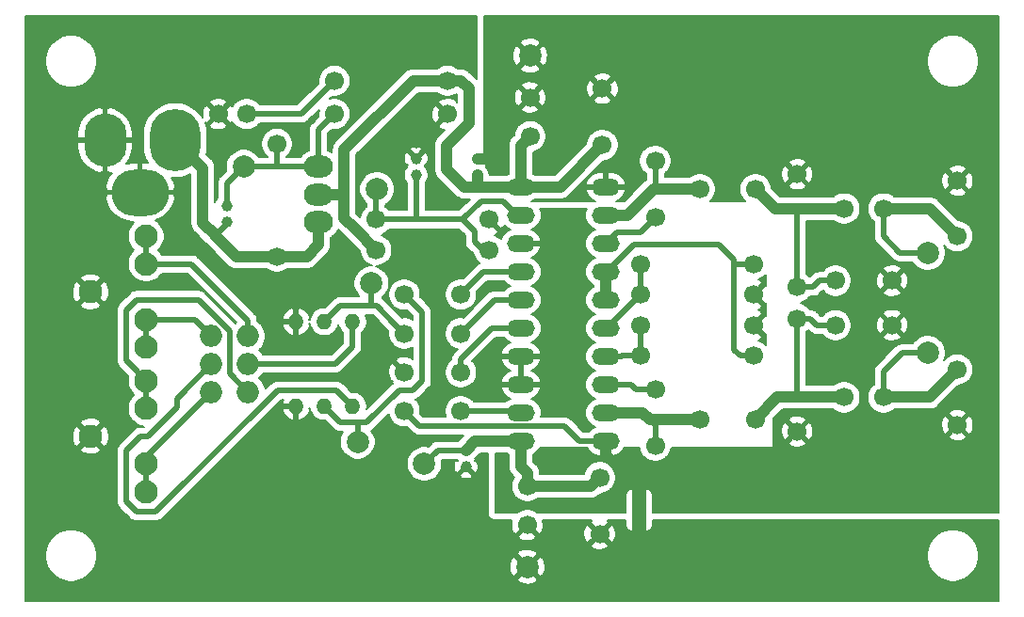
<source format=gbl>
G04 #@! TF.GenerationSoftware,KiCad,Pcbnew,(5.1.5-0-10_14)*
G04 #@! TF.CreationDate,2020-05-20T11:48:18+12:00*
G04 #@! TF.ProjectId,audio-amplifier,61756469-6f2d-4616-9d70-6c6966696572,B*
G04 #@! TF.SameCoordinates,Original*
G04 #@! TF.FileFunction,Copper,L2,Bot*
G04 #@! TF.FilePolarity,Positive*
%FSLAX46Y46*%
G04 Gerber Fmt 4.6, Leading zero omitted, Abs format (unit mm)*
G04 Created by KiCad (PCBNEW (5.1.5-0-10_14)) date 2020-05-20 11:48:18*
%MOMM*%
%LPD*%
G04 APERTURE LIST*
%ADD10C,0.100000*%
%ADD11O,3.800000X4.800000*%
%ADD12O,4.600000X5.600000*%
%ADD13O,5.200000X4.200000*%
%ADD14O,2.000000X2.000000*%
%ADD15O,2.500000X1.500000*%
%ADD16C,1.700000*%
%ADD17C,1.000000*%
%ADD18C,2.100000*%
%ADD19O,2.600000X2.000000*%
%ADD20C,2.000000*%
%ADD21C,1.300000*%
%ADD22O,1.400000X1.400000*%
%ADD23C,0.500000*%
%ADD24C,1.000000*%
%ADD25C,1.300000*%
%ADD26C,1.150000*%
%ADD27C,0.200000*%
G04 APERTURE END LIST*
D10*
G36*
X86150000Y-82700000D02*
G01*
X86150000Y-80100000D01*
X87450000Y-80100000D01*
X87450000Y-82700000D01*
X86150000Y-82700000D01*
G37*
D11*
X38800000Y-48100000D03*
D12*
X45100000Y-48100000D03*
D13*
X41950000Y-52800000D03*
D14*
X48350000Y-70750000D03*
X48350000Y-68250000D03*
X48350000Y-65750000D03*
X51650000Y-70750000D03*
X51650000Y-68250000D03*
X51650000Y-65750000D03*
D15*
X83800000Y-52320000D03*
X83800000Y-54860000D03*
X83800000Y-59940000D03*
X83800000Y-57400000D03*
X76180000Y-57400000D03*
X76180000Y-59940000D03*
X76180000Y-54860000D03*
X76180000Y-52320000D03*
X76180000Y-62480000D03*
X76180000Y-65020000D03*
X76180000Y-70100000D03*
X76180000Y-67560000D03*
X83800000Y-67560000D03*
X83800000Y-70100000D03*
X83800000Y-65020000D03*
X83800000Y-62480000D03*
X83800000Y-75180000D03*
X83800000Y-72640000D03*
X76180000Y-72640000D03*
X76180000Y-75180000D03*
D16*
X83250000Y-78460000D03*
X83250000Y-83540000D03*
X65710000Y-62000000D03*
X70790000Y-62000000D03*
X65710000Y-65500000D03*
X70790000Y-65500000D03*
X83500000Y-48540000D03*
X83500000Y-43460000D03*
D17*
X71250000Y-76000000D03*
X71250000Y-77500000D03*
X72250000Y-51250000D03*
X72250000Y-49750000D03*
D16*
X109540000Y-60750000D03*
X104460000Y-60750000D03*
X109540000Y-64750000D03*
X104460000Y-64750000D03*
X76750000Y-79250000D03*
X76750000Y-82750000D03*
X105250000Y-54250000D03*
X108750000Y-54250000D03*
X105250000Y-71250000D03*
X108750000Y-71250000D03*
X77000000Y-47750000D03*
X77000000Y-44250000D03*
X88250000Y-49960000D03*
X88250000Y-55040000D03*
X88250000Y-75580000D03*
X88250000Y-70500000D03*
X65710000Y-72500000D03*
X70790000Y-72500000D03*
X65710000Y-69000000D03*
X70790000Y-69000000D03*
X51520000Y-45750000D03*
X48980000Y-45750000D03*
D18*
X37500000Y-61750000D03*
X42500000Y-59250000D03*
X42500000Y-56750000D03*
X42500000Y-64250000D03*
X42500000Y-66750000D03*
X37500000Y-74750000D03*
X42500000Y-72250000D03*
X42500000Y-69750000D03*
X42500000Y-77250000D03*
X42500000Y-79750000D03*
D19*
X58000000Y-53000000D03*
X58000000Y-55500000D03*
X58000000Y-50500000D03*
D16*
X54250000Y-58580000D03*
X54250000Y-48420000D03*
X69580000Y-45750000D03*
X59420000Y-45750000D03*
X97080000Y-67500000D03*
X86920000Y-67500000D03*
X97080000Y-64750000D03*
X86920000Y-64750000D03*
X97080000Y-59250000D03*
X86920000Y-59250000D03*
X97080000Y-62000000D03*
X86920000Y-62000000D03*
X69580000Y-42750000D03*
X59420000Y-42750000D03*
X73330000Y-58000000D03*
X63170000Y-58000000D03*
X73330000Y-55250000D03*
X63170000Y-55250000D03*
X101000000Y-51170000D03*
X101000000Y-61330000D03*
X101000000Y-74330000D03*
X101000000Y-64170000D03*
D20*
X62750000Y-61000000D03*
X51250000Y-50500000D03*
X61500000Y-75250000D03*
X67500000Y-77250000D03*
X63250000Y-52500000D03*
X112750000Y-58250000D03*
X112750000Y-67250000D03*
X76750000Y-86500000D03*
X77000000Y-40500000D03*
D17*
X49750000Y-55500000D03*
X49750000Y-54000000D03*
X66750000Y-51250000D03*
X66750000Y-49750000D03*
D16*
X92250000Y-52500000D03*
X97250000Y-52500000D03*
X92250000Y-73250000D03*
X97250000Y-73250000D03*
X115400000Y-56750000D03*
X115400000Y-51750000D03*
X115400000Y-73750000D03*
X115400000Y-68750000D03*
D21*
X86800000Y-80100000D03*
X86800000Y-82700000D03*
D22*
X61040000Y-72060000D03*
X58500000Y-72060000D03*
X55960000Y-72060000D03*
X61040000Y-64440000D03*
X58500000Y-64440000D03*
X55960000Y-64440000D03*
D20*
X53500000Y-61750000D03*
X63250000Y-69750000D03*
D23*
X66559999Y-62849999D02*
X65710000Y-62000000D01*
X67310001Y-69768001D02*
X67310001Y-63600001D01*
X67310001Y-63600001D02*
X66559999Y-62849999D01*
X66478001Y-70600001D02*
X67310001Y-69768001D01*
X65241997Y-70600001D02*
X66478001Y-70600001D01*
X62331997Y-73510001D02*
X65241997Y-70600001D01*
X58500000Y-72060000D02*
X59950001Y-73510001D01*
X61489999Y-73510001D02*
X61500000Y-73520002D01*
X61500000Y-73520002D02*
X61500000Y-75250000D01*
X59950001Y-73510001D02*
X61489999Y-73510001D01*
X61489999Y-73510001D02*
X62331997Y-73510001D01*
X64860001Y-64650001D02*
X65710000Y-65500000D01*
X63199999Y-62989999D02*
X64860001Y-64650001D01*
X58500000Y-64440000D02*
X59950001Y-62989999D01*
X62750000Y-62979998D02*
X62750000Y-61000000D01*
X62760001Y-62989999D02*
X62750000Y-62979998D01*
X59950001Y-62989999D02*
X62760001Y-62989999D01*
X62760001Y-62989999D02*
X63199999Y-62989999D01*
X42500000Y-64250000D02*
X46850000Y-64250000D01*
X46850000Y-64250000D02*
X48350000Y-65750000D01*
X42500000Y-64250000D02*
X42500000Y-66750000D01*
X51650000Y-64335787D02*
X51650000Y-65750000D01*
X46564213Y-59250000D02*
X51650000Y-64335787D01*
X42500000Y-59250000D02*
X46564213Y-59250000D01*
X42500000Y-56750000D02*
X42500000Y-59250000D01*
X42500000Y-76600000D02*
X42500000Y-77250000D01*
X48350000Y-70750000D02*
X42500000Y-76600000D01*
X42500000Y-77250000D02*
X42500000Y-79750000D01*
X41450001Y-68700001D02*
X42500000Y-69750000D01*
X40699999Y-67949999D02*
X41450001Y-68700001D01*
X40699999Y-63385999D02*
X40699999Y-67949999D01*
X41635999Y-62449999D02*
X40699999Y-63385999D01*
X47196001Y-62449999D02*
X41635999Y-62449999D01*
X50000000Y-65253998D02*
X47196001Y-62449999D01*
X50000000Y-69100000D02*
X50000000Y-65253998D01*
X51650000Y-70750000D02*
X50000000Y-69100000D01*
X42500000Y-69750000D02*
X42500000Y-72250000D01*
X85277919Y-67560000D02*
X85190000Y-67560000D01*
X83800000Y-67560000D02*
X85190000Y-67560000D01*
X86920000Y-64750000D02*
X86920000Y-67500000D01*
X85250000Y-67500000D02*
X86920000Y-67500000D01*
X85190000Y-67560000D02*
X85250000Y-67500000D01*
X86920000Y-62000000D02*
X83900000Y-65020000D01*
X83900000Y-65020000D02*
X83800000Y-65020000D01*
X83800000Y-65020000D02*
X84400000Y-65020000D01*
X83800000Y-65020000D02*
X83881334Y-65020000D01*
X86920000Y-59250000D02*
X86920000Y-62000000D01*
X89250000Y-52301998D02*
X89051998Y-52500000D01*
D24*
X91047919Y-52500000D02*
X92250000Y-52500000D01*
X88121334Y-52500000D02*
X91047919Y-52500000D01*
X85761334Y-54860000D02*
X88121334Y-52500000D01*
X83800000Y-54860000D02*
X85761334Y-54860000D01*
D23*
X88250000Y-52371334D02*
X88250000Y-49960000D01*
X88121334Y-52500000D02*
X88250000Y-52371334D01*
D24*
X48688173Y-56688173D02*
X50580000Y-58580000D01*
D23*
X49750000Y-55650000D02*
X48711827Y-56688173D01*
X48711827Y-56688173D02*
X48688173Y-56688173D01*
D24*
X50580000Y-58580000D02*
X54250000Y-58580000D01*
X54250000Y-58580000D02*
X52680000Y-58580000D01*
X54250000Y-58580000D02*
X56920000Y-58580000D01*
X56920000Y-58580000D02*
X58000000Y-57500000D01*
X58000000Y-57500000D02*
X58000000Y-55500000D01*
X45100000Y-48100000D02*
X45100000Y-48600000D01*
X47600000Y-50600000D02*
X45100000Y-48100000D01*
X47600000Y-55576346D02*
X47600000Y-50600000D01*
X48711827Y-56688173D02*
X47600000Y-55576346D01*
X87929878Y-73250000D02*
X92200000Y-73250000D01*
D23*
X89209878Y-73250000D02*
X89250000Y-73290122D01*
D24*
X87750000Y-73250000D02*
X89209878Y-73250000D01*
X87140000Y-72640000D02*
X87750000Y-73250000D01*
X83800000Y-72640000D02*
X87140000Y-72640000D01*
D23*
X88250000Y-73750000D02*
X87750000Y-73250000D01*
X88250000Y-75580000D02*
X88250000Y-73750000D01*
D24*
X72250001Y-49749999D02*
X72250000Y-49749999D01*
X84300000Y-75180000D02*
X83800000Y-75180000D01*
X84300000Y-52320000D02*
X83800000Y-52320000D01*
X72250000Y-49750000D02*
X73750000Y-49750000D01*
D23*
X67050010Y-73840010D02*
X80090010Y-73840010D01*
X65710000Y-72500000D02*
X67050010Y-73840010D01*
X81430000Y-75180000D02*
X83800000Y-75180000D01*
X80090010Y-73840010D02*
X81430000Y-75180000D01*
D24*
X83800000Y-75180000D02*
X83800000Y-76430000D01*
D25*
X86800000Y-80100000D02*
X86800000Y-78550000D01*
D24*
X84620000Y-77250000D02*
X83800000Y-76430000D01*
X85500000Y-77250000D02*
X84620000Y-77250000D01*
X86800000Y-78550000D02*
X85500000Y-77250000D01*
D23*
X69580000Y-45750000D02*
X66750000Y-48580000D01*
D24*
X75480000Y-57400000D02*
X76180000Y-57400000D01*
X76180000Y-67560000D02*
X76680000Y-67560000D01*
X76680000Y-57400000D02*
X76180000Y-57400000D01*
D25*
X86800000Y-82700000D02*
X86800000Y-86450000D01*
D26*
X86800000Y-86450000D02*
X86500000Y-86750000D01*
X86460000Y-86750000D02*
X86210000Y-87000000D01*
X86500000Y-86750000D02*
X86460000Y-86750000D01*
X86210000Y-87000000D02*
X83250000Y-87000000D01*
D23*
X95330000Y-58830000D02*
X95330000Y-59246174D01*
D24*
X72250000Y-52320000D02*
X72250000Y-51295364D01*
D23*
X67500000Y-77250000D02*
X68750000Y-76000000D01*
X68750000Y-76000000D02*
X71250000Y-76000000D01*
D24*
X76750000Y-79250000D02*
X82460000Y-79250000D01*
X82460000Y-79250000D02*
X83250000Y-78460000D01*
X72249999Y-51250001D02*
X72250000Y-51250001D01*
X76180000Y-52320000D02*
X76180000Y-48570000D01*
X76180000Y-48570000D02*
X77000000Y-47750000D01*
D23*
X94649999Y-58149999D02*
X94969714Y-58469714D01*
X94969714Y-58469714D02*
X95330000Y-58830000D01*
X86321334Y-57500000D02*
X94000000Y-57500000D01*
X94000000Y-57500000D02*
X94969714Y-58469714D01*
X83800000Y-59940000D02*
X83881334Y-59940000D01*
X83881334Y-59940000D02*
X86321334Y-57500000D01*
X83800000Y-59940000D02*
X84300000Y-59940000D01*
D24*
X60300010Y-52984218D02*
X60300010Y-48949990D01*
X60300010Y-48949990D02*
X66500000Y-42750000D01*
X58000000Y-53000000D02*
X60300000Y-53000000D01*
X60300000Y-53000000D02*
X60300010Y-52999990D01*
X60300010Y-55130010D02*
X60300010Y-52984218D01*
X60300010Y-52999990D02*
X60300010Y-52984218D01*
X76750000Y-79250000D02*
X76750000Y-78047919D01*
X76750000Y-78047919D02*
X76180000Y-77477919D01*
X76180000Y-77477919D02*
X76180000Y-75180000D01*
X76180000Y-75180000D02*
X72069999Y-75180000D01*
X72069999Y-75180000D02*
X71250000Y-75999999D01*
X83800000Y-59940000D02*
X83800000Y-62480000D01*
X60300010Y-53550010D02*
X60300010Y-55130010D01*
X60300010Y-55130010D02*
X61264773Y-56094773D01*
X76680000Y-75180000D02*
X76180000Y-75180000D01*
X63170000Y-58000000D02*
X61264773Y-56094773D01*
X66500000Y-42750000D02*
X69580000Y-42750000D01*
X71070000Y-52320000D02*
X72583094Y-52320000D01*
X69500000Y-48568002D02*
X69500000Y-50750000D01*
X71500000Y-43467919D02*
X71500000Y-46568002D01*
X72583094Y-52320000D02*
X76180000Y-52320000D01*
X70782081Y-42750000D02*
X71500000Y-43467919D01*
X71500000Y-46568002D02*
X69500000Y-48568002D01*
X69500000Y-50750000D02*
X71070000Y-52320000D01*
X69580000Y-42750000D02*
X70782081Y-42750000D01*
D23*
X95330000Y-59909758D02*
X95330000Y-59246174D01*
X95330000Y-66952081D02*
X95330000Y-59909758D01*
X95877919Y-67500000D02*
X95330000Y-66952081D01*
X97080000Y-67500000D02*
X95877919Y-67500000D01*
D24*
X79720000Y-52320000D02*
X83500000Y-48540000D01*
X76180000Y-52320000D02*
X79720000Y-52320000D01*
D23*
X95333826Y-59250000D02*
X97080000Y-59250000D01*
X95330000Y-59246174D02*
X95333826Y-59250000D01*
X51250000Y-50500000D02*
X54191901Y-50500000D01*
X54191901Y-50500000D02*
X58000000Y-50500000D01*
X54250000Y-48420000D02*
X54250000Y-50441901D01*
X54250000Y-50441901D02*
X54191901Y-50500000D01*
X49750000Y-53850000D02*
X49750000Y-52000000D01*
X49750000Y-52000000D02*
X51250000Y-50500000D01*
X51250000Y-50500000D02*
X53372081Y-50500000D01*
X54250000Y-48420000D02*
X54250000Y-49622081D01*
X55127919Y-50500000D02*
X56200000Y-50500000D01*
X56200000Y-50500000D02*
X58000000Y-50500000D01*
X59420000Y-45750000D02*
X58000000Y-47170000D01*
X58000000Y-47170000D02*
X58000000Y-50500000D01*
X72810000Y-59940000D02*
X76190000Y-59940000D01*
X70750000Y-62000000D02*
X72810000Y-59940000D01*
X73770000Y-62480000D02*
X76190000Y-62480000D01*
X70750000Y-65500000D02*
X73770000Y-62480000D01*
X67309030Y-55250000D02*
X70328337Y-55250000D01*
X63170000Y-55250000D02*
X66705882Y-55250000D01*
X66705882Y-55250000D02*
X67309030Y-55250000D01*
X66750000Y-51400000D02*
X66750000Y-55205882D01*
X66750000Y-55205882D02*
X66705882Y-55250000D01*
X70328337Y-55250000D02*
X70580000Y-55250000D01*
X76180000Y-54860000D02*
X75860000Y-54860000D01*
X75860000Y-54860000D02*
X74570010Y-53570010D01*
X74570010Y-53570010D02*
X72641988Y-53570010D01*
X72641988Y-53570010D02*
X70961998Y-55250000D01*
X70961998Y-55250000D02*
X70328337Y-55250000D01*
X63170000Y-55250000D02*
X63170000Y-52580000D01*
X63170000Y-52580000D02*
X63250000Y-52500000D01*
X76088002Y-54860000D02*
X76180000Y-54860000D01*
X76050000Y-55000000D02*
X76190000Y-54860000D01*
X72000000Y-56288002D02*
X70961998Y-55250000D01*
X72000000Y-57250000D02*
X72000000Y-56288002D01*
X72750000Y-58000000D02*
X72000000Y-57250000D01*
X73330000Y-58000000D02*
X72750000Y-58000000D01*
D24*
X100944102Y-54250000D02*
X104500000Y-54250000D01*
D23*
X101000000Y-61330000D02*
X101000000Y-54305898D01*
X101000000Y-54305898D02*
X100944102Y-54250000D01*
X102420000Y-61330000D02*
X103000000Y-60750000D01*
X103000000Y-60750000D02*
X104460000Y-60750000D01*
X101000000Y-61330000D02*
X102420000Y-61330000D01*
D24*
X99950000Y-54250000D02*
X99000000Y-54250000D01*
X99000000Y-54250000D02*
X97250000Y-52500000D01*
X99950000Y-54250000D02*
X100944102Y-54250000D01*
X100944091Y-71250000D02*
X104500000Y-71250000D01*
D23*
X100944091Y-71250000D02*
X101000000Y-71194091D01*
X101000000Y-71194091D02*
X101000000Y-64170000D01*
X101000000Y-64170000D02*
X102202081Y-64170000D01*
X102202081Y-64170000D02*
X102782081Y-64750000D01*
X102782081Y-64750000D02*
X104460000Y-64750000D01*
D24*
X99250000Y-71250000D02*
X97250000Y-73250000D01*
X100944091Y-71250000D02*
X99250000Y-71250000D01*
D23*
X108750000Y-56750000D02*
X110250000Y-58250000D01*
X110250000Y-58250000D02*
X112750000Y-58250000D01*
X108750000Y-54250000D02*
X108750000Y-56750000D01*
D24*
X112900000Y-54250000D02*
X115400000Y-56750000D01*
X108750000Y-54250000D02*
X112900000Y-54250000D01*
D23*
X112750000Y-67250000D02*
X110450000Y-67250000D01*
X108750000Y-68950000D02*
X108750000Y-71250000D01*
X110450000Y-67250000D02*
X108750000Y-68950000D01*
D24*
X112900000Y-71250000D02*
X115400000Y-68750000D01*
X108750000Y-71250000D02*
X112900000Y-71250000D01*
D23*
X84839990Y-56360010D02*
X83800000Y-57400000D01*
X86929990Y-56360010D02*
X88250000Y-55040000D01*
X86439990Y-56360010D02*
X86929990Y-56360010D01*
X86439990Y-56360010D02*
X84839990Y-56360010D01*
X86100000Y-70100000D02*
X86500000Y-70500000D01*
X83800000Y-70100000D02*
X86100000Y-70100000D01*
X86500000Y-70500000D02*
X88250000Y-70500000D01*
X70790000Y-72500000D02*
X76040000Y-72500000D01*
X76040000Y-72500000D02*
X76180000Y-72640000D01*
X76050000Y-72500000D02*
X76190000Y-72640000D01*
X73567919Y-65020000D02*
X76180000Y-65020000D01*
X70790000Y-69000000D02*
X70790000Y-67797919D01*
X70790000Y-67797919D02*
X73567919Y-65020000D01*
X51520000Y-45750000D02*
X53232657Y-45750000D01*
X53232657Y-45750000D02*
X54301998Y-45750000D01*
X56420000Y-45750000D02*
X53232657Y-45750000D01*
X56420000Y-45750000D02*
X59420000Y-42750000D01*
X59500000Y-68250000D02*
X61040000Y-66710000D01*
X61040000Y-66710000D02*
X61040000Y-64440000D01*
X51650000Y-68250000D02*
X59500000Y-68250000D01*
X45250000Y-72164002D02*
X45250000Y-71350000D01*
X45250000Y-71350000D02*
X48350000Y-68250000D01*
X42000000Y-74750000D02*
X42664002Y-74750000D01*
X40699999Y-76050001D02*
X42000000Y-74750000D01*
X42664002Y-74750000D02*
X45250000Y-72164002D01*
X40699999Y-80614001D02*
X40699999Y-76050001D01*
X41635999Y-81550001D02*
X40699999Y-80614001D01*
X43364001Y-81550001D02*
X41635999Y-81550001D01*
X54304003Y-70609999D02*
X43364001Y-81550001D01*
X59589999Y-70609999D02*
X54304003Y-70609999D01*
X61040000Y-72060000D02*
X59589999Y-70609999D01*
D27*
G36*
X72200000Y-42612285D02*
G01*
X71598114Y-42010399D01*
X71563662Y-41968419D01*
X71396165Y-41830958D01*
X71205069Y-41728816D01*
X70997719Y-41665916D01*
X70836117Y-41650000D01*
X70836115Y-41650000D01*
X70782081Y-41644678D01*
X70728047Y-41650000D01*
X70530610Y-41650000D01*
X70504321Y-41623711D01*
X70266833Y-41465027D01*
X70002949Y-41355723D01*
X69722813Y-41300000D01*
X69437187Y-41300000D01*
X69157051Y-41355723D01*
X68893167Y-41465027D01*
X68655679Y-41623711D01*
X68629390Y-41650000D01*
X66554034Y-41650000D01*
X66500000Y-41644678D01*
X66445966Y-41650000D01*
X66445964Y-41650000D01*
X66284362Y-41665916D01*
X66077012Y-41728816D01*
X66050848Y-41742801D01*
X65885915Y-41830958D01*
X65806797Y-41895889D01*
X65718419Y-41968419D01*
X65683971Y-42010394D01*
X59560405Y-48133961D01*
X59518430Y-48168409D01*
X59483984Y-48210382D01*
X59380968Y-48335906D01*
X59278827Y-48527002D01*
X59215927Y-48734352D01*
X59214386Y-48750000D01*
X59194688Y-48949990D01*
X59200011Y-49004034D01*
X59200011Y-49168791D01*
X59193213Y-49163212D01*
X58915256Y-49014641D01*
X58850000Y-48994846D01*
X58850000Y-47522080D01*
X59189519Y-47182562D01*
X59277187Y-47200000D01*
X59562813Y-47200000D01*
X59842949Y-47144277D01*
X60106833Y-47034973D01*
X60344321Y-46876289D01*
X60546289Y-46674321D01*
X60704973Y-46436833D01*
X60814277Y-46172949D01*
X60870000Y-45892813D01*
X60870000Y-45607187D01*
X60814277Y-45327051D01*
X60704973Y-45063167D01*
X60546289Y-44825679D01*
X60344321Y-44623711D01*
X60106833Y-44465027D01*
X59842949Y-44355723D01*
X59562813Y-44300000D01*
X59277187Y-44300000D01*
X59021152Y-44350929D01*
X59189519Y-44182562D01*
X59277187Y-44200000D01*
X59562813Y-44200000D01*
X59842949Y-44144277D01*
X60106833Y-44034973D01*
X60344321Y-43876289D01*
X60546289Y-43674321D01*
X60704973Y-43436833D01*
X60814277Y-43172949D01*
X60870000Y-42892813D01*
X60870000Y-42607187D01*
X60814277Y-42327051D01*
X60704973Y-42063167D01*
X60546289Y-41825679D01*
X60344321Y-41623711D01*
X60106833Y-41465027D01*
X59842949Y-41355723D01*
X59562813Y-41300000D01*
X59277187Y-41300000D01*
X58997051Y-41355723D01*
X58733167Y-41465027D01*
X58495679Y-41623711D01*
X58293711Y-41825679D01*
X58135027Y-42063167D01*
X58025723Y-42327051D01*
X57970000Y-42607187D01*
X57970000Y-42892813D01*
X57987438Y-42980481D01*
X56067920Y-44900000D01*
X52695949Y-44900000D01*
X52646289Y-44825679D01*
X52444321Y-44623711D01*
X52206833Y-44465027D01*
X51942949Y-44355723D01*
X51662813Y-44300000D01*
X51377187Y-44300000D01*
X51097051Y-44355723D01*
X50833167Y-44465027D01*
X50595679Y-44623711D01*
X50393711Y-44825679D01*
X50251124Y-45039076D01*
X50240655Y-45019491D01*
X50004159Y-44937973D01*
X49192132Y-45750000D01*
X50004159Y-46562027D01*
X50240655Y-46480509D01*
X50250197Y-46459537D01*
X50393711Y-46674321D01*
X50595679Y-46876289D01*
X50833167Y-47034973D01*
X51097051Y-47144277D01*
X51377187Y-47200000D01*
X51662813Y-47200000D01*
X51942949Y-47144277D01*
X52206833Y-47034973D01*
X52444321Y-46876289D01*
X52646289Y-46674321D01*
X52695949Y-46600000D01*
X56378259Y-46600000D01*
X56420000Y-46604111D01*
X56461741Y-46600000D01*
X56461749Y-46600000D01*
X56586629Y-46587700D01*
X56746855Y-46539097D01*
X56894519Y-46460168D01*
X57023948Y-46353948D01*
X57050566Y-46321514D01*
X58020929Y-45351151D01*
X57970000Y-45607187D01*
X57970000Y-45892813D01*
X57987438Y-45980481D01*
X57428486Y-46539434D01*
X57396052Y-46566052D01*
X57289832Y-46695482D01*
X57217418Y-46830958D01*
X57210903Y-46843146D01*
X57166056Y-46990991D01*
X57162300Y-47003372D01*
X57150000Y-47128252D01*
X57150000Y-47128259D01*
X57145889Y-47170000D01*
X57150000Y-47211741D01*
X57150001Y-48994846D01*
X57084744Y-49014641D01*
X56806787Y-49163212D01*
X56563155Y-49363155D01*
X56363212Y-49606787D01*
X56340114Y-49650000D01*
X55100000Y-49650000D01*
X55100000Y-49595949D01*
X55174321Y-49546289D01*
X55376289Y-49344321D01*
X55534973Y-49106833D01*
X55644277Y-48842949D01*
X55700000Y-48562813D01*
X55700000Y-48277187D01*
X55644277Y-47997051D01*
X55534973Y-47733167D01*
X55376289Y-47495679D01*
X55174321Y-47293711D01*
X54936833Y-47135027D01*
X54672949Y-47025723D01*
X54392813Y-46970000D01*
X54107187Y-46970000D01*
X53827051Y-47025723D01*
X53563167Y-47135027D01*
X53325679Y-47293711D01*
X53123711Y-47495679D01*
X52965027Y-47733167D01*
X52855723Y-47997051D01*
X52800000Y-48277187D01*
X52800000Y-48562813D01*
X52855723Y-48842949D01*
X52965027Y-49106833D01*
X53123711Y-49344321D01*
X53325679Y-49546289D01*
X53400001Y-49595949D01*
X53400001Y-49650000D01*
X52606352Y-49650000D01*
X52492801Y-49480059D01*
X52269941Y-49257199D01*
X52007884Y-49082098D01*
X51716703Y-48961487D01*
X51407586Y-48900000D01*
X51092414Y-48900000D01*
X50783297Y-48961487D01*
X50492116Y-49082098D01*
X50230059Y-49257199D01*
X50007199Y-49480059D01*
X49832098Y-49742116D01*
X49711487Y-50033297D01*
X49650000Y-50342414D01*
X49650000Y-50657586D01*
X49689874Y-50858046D01*
X49178481Y-51369439D01*
X49146053Y-51396052D01*
X49039833Y-51525481D01*
X49015578Y-51570858D01*
X48960903Y-51673146D01*
X48912300Y-51833371D01*
X48895889Y-52000000D01*
X48900001Y-52041751D01*
X48900000Y-53294366D01*
X48895575Y-53298791D01*
X48775193Y-53478955D01*
X48700000Y-53660487D01*
X48700000Y-50654034D01*
X48705322Y-50600000D01*
X48700000Y-50545964D01*
X48684084Y-50384362D01*
X48621184Y-50177012D01*
X48519042Y-49985916D01*
X48381581Y-49818419D01*
X48339606Y-49783971D01*
X47903599Y-49347964D01*
X47958039Y-49168498D01*
X48000000Y-48742459D01*
X48000000Y-47457540D01*
X47958039Y-47031501D01*
X47879976Y-46774159D01*
X48167973Y-46774159D01*
X48249491Y-47010655D01*
X48509469Y-47128948D01*
X48787529Y-47194248D01*
X49072986Y-47204046D01*
X49354870Y-47157967D01*
X49622347Y-47057780D01*
X49710509Y-47010655D01*
X49792027Y-46774159D01*
X48980000Y-45962132D01*
X48167973Y-46774159D01*
X47879976Y-46774159D01*
X47799253Y-46508052D01*
X47955841Y-46562027D01*
X48767868Y-45750000D01*
X47955841Y-44937973D01*
X47719345Y-45019491D01*
X47601052Y-45279469D01*
X47535752Y-45557529D01*
X47525954Y-45842986D01*
X47559799Y-46050033D01*
X47522928Y-45981051D01*
X47160530Y-45539469D01*
X46718948Y-45177072D01*
X46215150Y-44907786D01*
X45668498Y-44741961D01*
X45504829Y-44725841D01*
X48167973Y-44725841D01*
X48980000Y-45537868D01*
X49792027Y-44725841D01*
X49710509Y-44489345D01*
X49450531Y-44371052D01*
X49172471Y-44305752D01*
X48887014Y-44295954D01*
X48605130Y-44342033D01*
X48337653Y-44442220D01*
X48249491Y-44489345D01*
X48167973Y-44725841D01*
X45504829Y-44725841D01*
X45100000Y-44685969D01*
X44531501Y-44741961D01*
X43984849Y-44907786D01*
X43481051Y-45177072D01*
X43039469Y-45539470D01*
X42677072Y-45981052D01*
X42407786Y-46484850D01*
X42241961Y-47031502D01*
X42200000Y-47457541D01*
X42200000Y-48742460D01*
X42241961Y-49168499D01*
X42407786Y-49715151D01*
X42614710Y-50102279D01*
X42600000Y-50100000D01*
X42100000Y-50100000D01*
X42100000Y-52650000D01*
X44995584Y-52650000D01*
X45089175Y-52230126D01*
X45001878Y-51905337D01*
X44806415Y-51485115D01*
X45100000Y-51514031D01*
X45668499Y-51458039D01*
X46215151Y-51292214D01*
X46500001Y-51139958D01*
X46500000Y-55522310D01*
X46494678Y-55576346D01*
X46500000Y-55630380D01*
X46500000Y-55630381D01*
X46515916Y-55791983D01*
X46578816Y-55999333D01*
X46680958Y-56190430D01*
X46818419Y-56357927D01*
X46860399Y-56392379D01*
X47767816Y-57299797D01*
X47769131Y-57302257D01*
X47872147Y-57427781D01*
X49763971Y-59319606D01*
X49798419Y-59361581D01*
X49965916Y-59499042D01*
X50157012Y-59601184D01*
X50364362Y-59664084D01*
X50525964Y-59680000D01*
X50525965Y-59680000D01*
X50579999Y-59685322D01*
X50634033Y-59680000D01*
X53299390Y-59680000D01*
X53325679Y-59706289D01*
X53563167Y-59864973D01*
X53827051Y-59974277D01*
X54107187Y-60030000D01*
X54392813Y-60030000D01*
X54672949Y-59974277D01*
X54936833Y-59864973D01*
X55174321Y-59706289D01*
X55200610Y-59680000D01*
X56865966Y-59680000D01*
X56920000Y-59685322D01*
X56974034Y-59680000D01*
X56974036Y-59680000D01*
X57135638Y-59664084D01*
X57342988Y-59601184D01*
X57534084Y-59499042D01*
X57701581Y-59361581D01*
X57736033Y-59319601D01*
X58739601Y-58316033D01*
X58781581Y-58281581D01*
X58919042Y-58114084D01*
X58959123Y-58039097D01*
X59021184Y-57922989D01*
X59084084Y-57715638D01*
X59105322Y-57500000D01*
X59100000Y-57445964D01*
X59100000Y-56886611D01*
X59193213Y-56836788D01*
X59436845Y-56636845D01*
X59636788Y-56393213D01*
X59765944Y-56151579D01*
X60525164Y-56910799D01*
X60525169Y-56910803D01*
X61720000Y-58105635D01*
X61720000Y-58142813D01*
X61775723Y-58422949D01*
X61885027Y-58686833D01*
X62043711Y-58924321D01*
X62245679Y-59126289D01*
X62483167Y-59284973D01*
X62747051Y-59394277D01*
X62775822Y-59400000D01*
X62592414Y-59400000D01*
X62283297Y-59461487D01*
X61992116Y-59582098D01*
X61730059Y-59757199D01*
X61507199Y-59980059D01*
X61332098Y-60242116D01*
X61211487Y-60533297D01*
X61150000Y-60842414D01*
X61150000Y-61157586D01*
X61211487Y-61466703D01*
X61332098Y-61757884D01*
X61507199Y-62019941D01*
X61627257Y-62139999D01*
X59991741Y-62139999D01*
X59950000Y-62135888D01*
X59908259Y-62139999D01*
X59908252Y-62139999D01*
X59799014Y-62150758D01*
X59783371Y-62152299D01*
X59650940Y-62192471D01*
X59623146Y-62200902D01*
X59475482Y-62279831D01*
X59346053Y-62386051D01*
X59319439Y-62418480D01*
X58597920Y-63140000D01*
X58371961Y-63140000D01*
X58120804Y-63189958D01*
X57884219Y-63287955D01*
X57671298Y-63430224D01*
X57490224Y-63611298D01*
X57347955Y-63824219D01*
X57249958Y-64060804D01*
X57204369Y-64289998D01*
X57100176Y-64289998D01*
X57211954Y-64089840D01*
X57195506Y-64035597D01*
X57092871Y-63802332D01*
X56946700Y-63593573D01*
X56762611Y-63417341D01*
X56547678Y-63280409D01*
X56310161Y-63188040D01*
X56110000Y-63298676D01*
X56110000Y-64290000D01*
X56130000Y-64290000D01*
X56130000Y-64590000D01*
X56110000Y-64590000D01*
X56110000Y-65581324D01*
X56310161Y-65691960D01*
X56547678Y-65599591D01*
X56762611Y-65462659D01*
X56946700Y-65286427D01*
X57092871Y-65077668D01*
X57195506Y-64844403D01*
X57211954Y-64790160D01*
X57100176Y-64590002D01*
X57204369Y-64590002D01*
X57249958Y-64819196D01*
X57347955Y-65055781D01*
X57490224Y-65268702D01*
X57671298Y-65449776D01*
X57884219Y-65592045D01*
X58120804Y-65690042D01*
X58371961Y-65740000D01*
X58628039Y-65740000D01*
X58879196Y-65690042D01*
X59115781Y-65592045D01*
X59328702Y-65449776D01*
X59509776Y-65268702D01*
X59652045Y-65055781D01*
X59750042Y-64819196D01*
X59770000Y-64718860D01*
X59789958Y-64819196D01*
X59887955Y-65055781D01*
X60030224Y-65268702D01*
X60190001Y-65428479D01*
X60190000Y-66357919D01*
X59147920Y-67400000D01*
X53006352Y-67400000D01*
X52892801Y-67230059D01*
X52669941Y-67007199D01*
X52659167Y-67000000D01*
X52669941Y-66992801D01*
X52892801Y-66769941D01*
X53067902Y-66507884D01*
X53188513Y-66216703D01*
X53250000Y-65907586D01*
X53250000Y-65592414D01*
X53188513Y-65283297D01*
X53067902Y-64992116D01*
X52932960Y-64790160D01*
X54708046Y-64790160D01*
X54724494Y-64844403D01*
X54827129Y-65077668D01*
X54973300Y-65286427D01*
X55157389Y-65462659D01*
X55372322Y-65599591D01*
X55609839Y-65691960D01*
X55810000Y-65581324D01*
X55810000Y-64590000D01*
X54819825Y-64590000D01*
X54708046Y-64790160D01*
X52932960Y-64790160D01*
X52892801Y-64730059D01*
X52669941Y-64507199D01*
X52500000Y-64393648D01*
X52500000Y-64377528D01*
X52504111Y-64335787D01*
X52500000Y-64294046D01*
X52500000Y-64294038D01*
X52487700Y-64169158D01*
X52463640Y-64089840D01*
X54708046Y-64089840D01*
X54819825Y-64290000D01*
X55810000Y-64290000D01*
X55810000Y-63298676D01*
X55609839Y-63188040D01*
X55372322Y-63280409D01*
X55157389Y-63417341D01*
X54973300Y-63593573D01*
X54827129Y-63802332D01*
X54724494Y-64035597D01*
X54708046Y-64089840D01*
X52463640Y-64089840D01*
X52439097Y-64008932D01*
X52360168Y-63861268D01*
X52253948Y-63731839D01*
X52221521Y-63705227D01*
X47194779Y-58678486D01*
X47168161Y-58646052D01*
X47038732Y-58539832D01*
X46891068Y-58460903D01*
X46730842Y-58412300D01*
X46605962Y-58400000D01*
X46605954Y-58400000D01*
X46564213Y-58395889D01*
X46522472Y-58400000D01*
X43916486Y-58400000D01*
X43781639Y-58198186D01*
X43583453Y-58000000D01*
X43781639Y-57801814D01*
X43962211Y-57531568D01*
X44086592Y-57231287D01*
X44150000Y-56912511D01*
X44150000Y-56587489D01*
X44086592Y-56268713D01*
X43962211Y-55968432D01*
X43781639Y-55698186D01*
X43551814Y-55468361D01*
X43352701Y-55335318D01*
X43621828Y-55237072D01*
X44074761Y-54961632D01*
X44465255Y-54603122D01*
X44778304Y-54175319D01*
X45001878Y-53694663D01*
X45089175Y-53369874D01*
X44995584Y-52950000D01*
X42100000Y-52950000D01*
X42100000Y-52970000D01*
X41800000Y-52970000D01*
X41800000Y-52950000D01*
X38904416Y-52950000D01*
X38810825Y-53369874D01*
X38898122Y-53694663D01*
X39121696Y-54175319D01*
X39434745Y-54603122D01*
X39825239Y-54961632D01*
X40278172Y-55237072D01*
X40776138Y-55418857D01*
X41300000Y-55500000D01*
X41416547Y-55500000D01*
X41218361Y-55698186D01*
X41037789Y-55968432D01*
X40913408Y-56268713D01*
X40850000Y-56587489D01*
X40850000Y-56912511D01*
X40913408Y-57231287D01*
X41037789Y-57531568D01*
X41218361Y-57801814D01*
X41416547Y-58000000D01*
X41218361Y-58198186D01*
X41037789Y-58468432D01*
X40913408Y-58768713D01*
X40850000Y-59087489D01*
X40850000Y-59412511D01*
X40913408Y-59731287D01*
X41037789Y-60031568D01*
X41218361Y-60301814D01*
X41448186Y-60531639D01*
X41718432Y-60712211D01*
X42018713Y-60836592D01*
X42337489Y-60900000D01*
X42662511Y-60900000D01*
X42981287Y-60836592D01*
X43281568Y-60712211D01*
X43551814Y-60531639D01*
X43781639Y-60301814D01*
X43916486Y-60100000D01*
X46212133Y-60100000D01*
X50624695Y-64512563D01*
X50542671Y-64594587D01*
X47826567Y-61878485D01*
X47799949Y-61846051D01*
X47670520Y-61739831D01*
X47522856Y-61660902D01*
X47362630Y-61612299D01*
X47237750Y-61599999D01*
X47237742Y-61599999D01*
X47196001Y-61595888D01*
X47154260Y-61599999D01*
X41677740Y-61599999D01*
X41635999Y-61595888D01*
X41594258Y-61599999D01*
X41594250Y-61599999D01*
X41469370Y-61612299D01*
X41309144Y-61660902D01*
X41161480Y-61739831D01*
X41032051Y-61846051D01*
X41005437Y-61878480D01*
X40128485Y-62755433D01*
X40096051Y-62782051D01*
X39989831Y-62911481D01*
X39919152Y-63043711D01*
X39910902Y-63059145D01*
X39876061Y-63174004D01*
X39862299Y-63219371D01*
X39849999Y-63344251D01*
X39849999Y-63344258D01*
X39845888Y-63385999D01*
X39849999Y-63427740D01*
X39850000Y-67908248D01*
X39845888Y-67949999D01*
X39862299Y-68116628D01*
X39910902Y-68276853D01*
X39937713Y-68327012D01*
X39989832Y-68424518D01*
X40096052Y-68553947D01*
X40128480Y-68580560D01*
X40878481Y-69330562D01*
X40878486Y-69330566D01*
X40897352Y-69349432D01*
X40850000Y-69587489D01*
X40850000Y-69912511D01*
X40913408Y-70231287D01*
X41037789Y-70531568D01*
X41218361Y-70801814D01*
X41416547Y-71000000D01*
X41218361Y-71198186D01*
X41037789Y-71468432D01*
X40913408Y-71768713D01*
X40850000Y-72087489D01*
X40850000Y-72412511D01*
X40913408Y-72731287D01*
X41037789Y-73031568D01*
X41218361Y-73301814D01*
X41448186Y-73531639D01*
X41718432Y-73712211D01*
X42018713Y-73836592D01*
X42316164Y-73895758D01*
X42311922Y-73900000D01*
X42041740Y-73900000D01*
X41999999Y-73895889D01*
X41958258Y-73900000D01*
X41958251Y-73900000D01*
X41849013Y-73910759D01*
X41833370Y-73912300D01*
X41709088Y-73950000D01*
X41673145Y-73960903D01*
X41525481Y-74039832D01*
X41396052Y-74146052D01*
X41369438Y-74178481D01*
X40128480Y-75419440D01*
X40096052Y-75446053D01*
X39989832Y-75575482D01*
X39950845Y-75648420D01*
X39910902Y-75723147D01*
X39862299Y-75883372D01*
X39845888Y-76050001D01*
X39850000Y-76091752D01*
X39849999Y-80572260D01*
X39845888Y-80614001D01*
X39849999Y-80655742D01*
X39849999Y-80655749D01*
X39854358Y-80700001D01*
X39862299Y-80780630D01*
X39868725Y-80801814D01*
X39910902Y-80940855D01*
X39989831Y-81088519D01*
X40096051Y-81217949D01*
X40128485Y-81244567D01*
X41005437Y-82121520D01*
X41032051Y-82153949D01*
X41161480Y-82260169D01*
X41309144Y-82339098D01*
X41469370Y-82387701D01*
X41594250Y-82400001D01*
X41594258Y-82400001D01*
X41635999Y-82404112D01*
X41677740Y-82400001D01*
X43322260Y-82400001D01*
X43364001Y-82404112D01*
X43405742Y-82400001D01*
X43405750Y-82400001D01*
X43530630Y-82387701D01*
X43690856Y-82339098D01*
X43838520Y-82260169D01*
X43967949Y-82153949D01*
X43994567Y-82121515D01*
X53705922Y-72410160D01*
X54708046Y-72410160D01*
X54724494Y-72464403D01*
X54827129Y-72697668D01*
X54973300Y-72906427D01*
X55157389Y-73082659D01*
X55372322Y-73219591D01*
X55609839Y-73311960D01*
X55810000Y-73201324D01*
X55810000Y-72210000D01*
X54819825Y-72210000D01*
X54708046Y-72410160D01*
X53705922Y-72410160D01*
X54656084Y-71459999D01*
X54810556Y-71459999D01*
X54724494Y-71655597D01*
X54708046Y-71709840D01*
X54819825Y-71910000D01*
X55810000Y-71910000D01*
X55810000Y-71890000D01*
X56110000Y-71890000D01*
X56110000Y-71910000D01*
X56130000Y-71910000D01*
X56130000Y-72210000D01*
X56110000Y-72210000D01*
X56110000Y-73201324D01*
X56310161Y-73311960D01*
X56547678Y-73219591D01*
X56762611Y-73082659D01*
X56946700Y-72906427D01*
X57092871Y-72697668D01*
X57195506Y-72464403D01*
X57211954Y-72410160D01*
X57100176Y-72210002D01*
X57204369Y-72210002D01*
X57249958Y-72439196D01*
X57347955Y-72675781D01*
X57490224Y-72888702D01*
X57671298Y-73069776D01*
X57884219Y-73212045D01*
X58120804Y-73310042D01*
X58371961Y-73360000D01*
X58597920Y-73360000D01*
X59319439Y-74081520D01*
X59346053Y-74113949D01*
X59475482Y-74220169D01*
X59615530Y-74295027D01*
X59623146Y-74299098D01*
X59783371Y-74347701D01*
X59799014Y-74349242D01*
X59908252Y-74360001D01*
X59908259Y-74360001D01*
X59950000Y-74364112D01*
X59991741Y-74360001D01*
X60170374Y-74360001D01*
X60082098Y-74492116D01*
X59961487Y-74783297D01*
X59900000Y-75092414D01*
X59900000Y-75407586D01*
X59961487Y-75716703D01*
X60082098Y-76007884D01*
X60257199Y-76269941D01*
X60480059Y-76492801D01*
X60742116Y-76667902D01*
X61033297Y-76788513D01*
X61342414Y-76850000D01*
X61657586Y-76850000D01*
X61966703Y-76788513D01*
X62257884Y-76667902D01*
X62519941Y-76492801D01*
X62742801Y-76269941D01*
X62917902Y-76007884D01*
X63038513Y-75716703D01*
X63100000Y-75407586D01*
X63100000Y-75092414D01*
X63038513Y-74783297D01*
X62917902Y-74492116D01*
X62754699Y-74247866D01*
X62806516Y-74220169D01*
X62935945Y-74113949D01*
X62962563Y-74081515D01*
X64283438Y-72760641D01*
X64315723Y-72922949D01*
X64425027Y-73186833D01*
X64583711Y-73424321D01*
X64785679Y-73626289D01*
X65023167Y-73784973D01*
X65287051Y-73894277D01*
X65567187Y-73950000D01*
X65852813Y-73950000D01*
X65940481Y-73932562D01*
X66419448Y-74411529D01*
X66446062Y-74443958D01*
X66575491Y-74550178D01*
X66723155Y-74629107D01*
X66883381Y-74677710D01*
X67008261Y-74690010D01*
X67008271Y-74690010D01*
X67050009Y-74694121D01*
X67091747Y-74690010D01*
X71004354Y-74690010D01*
X70544365Y-75150000D01*
X68791741Y-75150000D01*
X68750000Y-75145889D01*
X68708259Y-75150000D01*
X68708251Y-75150000D01*
X68583371Y-75162300D01*
X68423145Y-75210903D01*
X68275481Y-75289832D01*
X68146052Y-75396052D01*
X68119438Y-75428481D01*
X67858045Y-75689874D01*
X67657586Y-75650000D01*
X67342414Y-75650000D01*
X67033297Y-75711487D01*
X66742116Y-75832098D01*
X66480059Y-76007199D01*
X66257199Y-76230059D01*
X66082098Y-76492116D01*
X65961487Y-76783297D01*
X65900000Y-77092414D01*
X65900000Y-77407586D01*
X65961487Y-77716703D01*
X66082098Y-78007884D01*
X66257199Y-78269941D01*
X66480059Y-78492801D01*
X66742116Y-78667902D01*
X67033297Y-78788513D01*
X67342414Y-78850000D01*
X67657586Y-78850000D01*
X67966703Y-78788513D01*
X68257884Y-78667902D01*
X68519941Y-78492801D01*
X68739541Y-78273201D01*
X70688931Y-78273201D01*
X70727671Y-78474119D01*
X70927748Y-78557304D01*
X71140210Y-78599856D01*
X71356891Y-78600141D01*
X71569464Y-78558149D01*
X71769760Y-78475492D01*
X71772329Y-78474119D01*
X71811069Y-78273201D01*
X71250000Y-77712132D01*
X70688931Y-78273201D01*
X68739541Y-78273201D01*
X68742801Y-78269941D01*
X68917902Y-78007884D01*
X69038513Y-77716703D01*
X69100000Y-77407586D01*
X69100000Y-77092414D01*
X69060126Y-76891955D01*
X69102081Y-76850000D01*
X70387865Y-76850000D01*
X70476796Y-76938931D01*
X70275881Y-76977671D01*
X70192696Y-77177748D01*
X70150144Y-77390210D01*
X70149859Y-77606891D01*
X70191851Y-77819464D01*
X70274508Y-78019760D01*
X70275881Y-78022329D01*
X70476799Y-78061069D01*
X71037868Y-77500000D01*
X71023726Y-77485858D01*
X71235858Y-77273726D01*
X71250000Y-77287868D01*
X71264143Y-77273726D01*
X71476275Y-77485858D01*
X71462132Y-77500000D01*
X72023201Y-78061069D01*
X72224119Y-78022329D01*
X72307304Y-77822252D01*
X72349856Y-77609790D01*
X72350141Y-77393109D01*
X72308149Y-77180536D01*
X72225492Y-76980240D01*
X72224119Y-76977671D01*
X72023204Y-76938931D01*
X72137307Y-76824828D01*
X72059057Y-76746578D01*
X72104425Y-76701209D01*
X72104427Y-76701206D01*
X72525634Y-76280000D01*
X73200000Y-76280000D01*
X73200000Y-81700000D01*
X73211529Y-81817054D01*
X73245672Y-81929610D01*
X73301118Y-82033342D01*
X73375736Y-82124264D01*
X73466658Y-82198882D01*
X73570390Y-82254328D01*
X73682946Y-82288471D01*
X73800000Y-82300000D01*
X75366230Y-82300000D01*
X75305752Y-82557529D01*
X75295954Y-82842986D01*
X75342033Y-83124870D01*
X75442220Y-83392347D01*
X75489345Y-83480509D01*
X75725841Y-83562027D01*
X76537868Y-82750000D01*
X76523726Y-82735858D01*
X76735858Y-82523726D01*
X76750000Y-82537868D01*
X76764143Y-82523726D01*
X76976275Y-82735858D01*
X76962132Y-82750000D01*
X77774159Y-83562027D01*
X78010655Y-83480509D01*
X78128948Y-83220531D01*
X78194248Y-82942471D01*
X78204046Y-82657014D01*
X78157967Y-82375130D01*
X78129826Y-82300000D01*
X82512371Y-82300000D01*
X82437973Y-82515841D01*
X83250000Y-83327868D01*
X84062027Y-82515841D01*
X83987629Y-82300000D01*
X85550000Y-82300000D01*
X85550000Y-82700000D01*
X85555515Y-82756244D01*
X85560628Y-82812429D01*
X85561222Y-82814446D01*
X85561427Y-82816541D01*
X85577765Y-82870656D01*
X85593690Y-82924764D01*
X85594663Y-82926626D01*
X85595272Y-82928642D01*
X85621792Y-82978519D01*
X85647941Y-83028538D01*
X85649260Y-83030178D01*
X85650247Y-83032035D01*
X85685914Y-83075767D01*
X85721316Y-83119798D01*
X85722929Y-83121151D01*
X85724258Y-83122781D01*
X85767795Y-83158799D01*
X85811020Y-83195068D01*
X85812860Y-83196080D01*
X85814484Y-83197423D01*
X85864211Y-83224310D01*
X85913635Y-83251481D01*
X85915639Y-83252117D01*
X85917491Y-83253118D01*
X85971413Y-83269809D01*
X86025253Y-83286889D01*
X86027346Y-83287124D01*
X86029353Y-83287745D01*
X86085413Y-83293637D01*
X86141623Y-83299942D01*
X86145668Y-83299970D01*
X86145811Y-83299985D01*
X86145954Y-83299972D01*
X86150000Y-83300000D01*
X87450000Y-83300000D01*
X87506244Y-83294485D01*
X87562429Y-83289372D01*
X87564446Y-83288778D01*
X87566541Y-83288573D01*
X87620656Y-83272235D01*
X87674764Y-83256310D01*
X87676626Y-83255337D01*
X87678642Y-83254728D01*
X87728519Y-83228208D01*
X87778538Y-83202059D01*
X87780178Y-83200740D01*
X87782035Y-83199753D01*
X87825767Y-83164086D01*
X87869798Y-83128684D01*
X87871151Y-83127071D01*
X87872781Y-83125742D01*
X87908799Y-83082205D01*
X87945068Y-83038980D01*
X87946080Y-83037140D01*
X87947423Y-83035516D01*
X87974310Y-82985789D01*
X88001481Y-82936365D01*
X88002117Y-82934361D01*
X88003118Y-82932509D01*
X88019809Y-82878587D01*
X88036889Y-82824747D01*
X88037124Y-82822654D01*
X88037745Y-82820647D01*
X88043637Y-82764587D01*
X88049942Y-82708377D01*
X88049970Y-82704332D01*
X88049985Y-82704189D01*
X88049972Y-82704046D01*
X88050000Y-82700000D01*
X88050000Y-82300000D01*
X119100001Y-82300000D01*
X119100001Y-89600000D01*
X31650000Y-89600000D01*
X31650000Y-85268545D01*
X33400000Y-85268545D01*
X33400000Y-85731455D01*
X33490309Y-86185470D01*
X33667457Y-86613143D01*
X33924636Y-86998038D01*
X34251962Y-87325364D01*
X34636857Y-87582543D01*
X35064530Y-87759691D01*
X35518545Y-87850000D01*
X35981455Y-87850000D01*
X36435470Y-87759691D01*
X36745254Y-87631374D01*
X75830758Y-87631374D01*
X75930467Y-87883184D01*
X76216061Y-88016489D01*
X76522172Y-88091517D01*
X76837040Y-88105383D01*
X77148562Y-88057555D01*
X77444768Y-87949872D01*
X77569533Y-87883184D01*
X77669242Y-87631374D01*
X76750000Y-86712132D01*
X75830758Y-87631374D01*
X36745254Y-87631374D01*
X36863143Y-87582543D01*
X37248038Y-87325364D01*
X37575364Y-86998038D01*
X37832543Y-86613143D01*
X37843355Y-86587040D01*
X75144617Y-86587040D01*
X75192445Y-86898562D01*
X75300128Y-87194768D01*
X75366816Y-87319533D01*
X75618626Y-87419242D01*
X76537868Y-86500000D01*
X76962132Y-86500000D01*
X77881374Y-87419242D01*
X78133184Y-87319533D01*
X78266489Y-87033939D01*
X78341517Y-86727828D01*
X78355383Y-86412960D01*
X78307555Y-86101438D01*
X78199872Y-85805232D01*
X78133184Y-85680467D01*
X77881374Y-85580758D01*
X76962132Y-86500000D01*
X76537868Y-86500000D01*
X75618626Y-85580758D01*
X75366816Y-85680467D01*
X75233511Y-85966061D01*
X75158483Y-86272172D01*
X75144617Y-86587040D01*
X37843355Y-86587040D01*
X38009691Y-86185470D01*
X38100000Y-85731455D01*
X38100000Y-85368626D01*
X75830758Y-85368626D01*
X76750000Y-86287868D01*
X77669242Y-85368626D01*
X77629614Y-85268545D01*
X112650000Y-85268545D01*
X112650000Y-85731455D01*
X112740309Y-86185470D01*
X112917457Y-86613143D01*
X113174636Y-86998038D01*
X113501962Y-87325364D01*
X113886857Y-87582543D01*
X114314530Y-87759691D01*
X114768545Y-87850000D01*
X115231455Y-87850000D01*
X115685470Y-87759691D01*
X116113143Y-87582543D01*
X116498038Y-87325364D01*
X116825364Y-86998038D01*
X117082543Y-86613143D01*
X117259691Y-86185470D01*
X117350000Y-85731455D01*
X117350000Y-85268545D01*
X117259691Y-84814530D01*
X117082543Y-84386857D01*
X116825364Y-84001962D01*
X116498038Y-83674636D01*
X116113143Y-83417457D01*
X115685470Y-83240309D01*
X115231455Y-83150000D01*
X114768545Y-83150000D01*
X114314530Y-83240309D01*
X113886857Y-83417457D01*
X113501962Y-83674636D01*
X113174636Y-84001962D01*
X112917457Y-84386857D01*
X112740309Y-84814530D01*
X112650000Y-85268545D01*
X77629614Y-85268545D01*
X77569533Y-85116816D01*
X77283939Y-84983511D01*
X76977828Y-84908483D01*
X76662960Y-84894617D01*
X76351438Y-84942445D01*
X76055232Y-85050128D01*
X75930467Y-85116816D01*
X75830758Y-85368626D01*
X38100000Y-85368626D01*
X38100000Y-85268545D01*
X38009691Y-84814530D01*
X37905984Y-84564159D01*
X82437973Y-84564159D01*
X82519491Y-84800655D01*
X82779469Y-84918948D01*
X83057529Y-84984248D01*
X83342986Y-84994046D01*
X83624870Y-84947967D01*
X83892347Y-84847780D01*
X83980509Y-84800655D01*
X84062027Y-84564159D01*
X83250000Y-83752132D01*
X82437973Y-84564159D01*
X37905984Y-84564159D01*
X37832543Y-84386857D01*
X37575364Y-84001962D01*
X37347561Y-83774159D01*
X75937973Y-83774159D01*
X76019491Y-84010655D01*
X76279469Y-84128948D01*
X76557529Y-84194248D01*
X76842986Y-84204046D01*
X77124870Y-84157967D01*
X77392347Y-84057780D01*
X77480509Y-84010655D01*
X77562027Y-83774159D01*
X77420854Y-83632986D01*
X81795954Y-83632986D01*
X81842033Y-83914870D01*
X81942220Y-84182347D01*
X81989345Y-84270509D01*
X82225841Y-84352027D01*
X83037868Y-83540000D01*
X83462132Y-83540000D01*
X84274159Y-84352027D01*
X84510655Y-84270509D01*
X84628948Y-84010531D01*
X84694248Y-83732471D01*
X84704046Y-83447014D01*
X84657967Y-83165130D01*
X84557780Y-82897653D01*
X84510655Y-82809491D01*
X84274159Y-82727973D01*
X83462132Y-83540000D01*
X83037868Y-83540000D01*
X82225841Y-82727973D01*
X81989345Y-82809491D01*
X81871052Y-83069469D01*
X81805752Y-83347529D01*
X81795954Y-83632986D01*
X77420854Y-83632986D01*
X76750000Y-82962132D01*
X75937973Y-83774159D01*
X37347561Y-83774159D01*
X37248038Y-83674636D01*
X36863143Y-83417457D01*
X36435470Y-83240309D01*
X35981455Y-83150000D01*
X35518545Y-83150000D01*
X35064530Y-83240309D01*
X34636857Y-83417457D01*
X34251962Y-83674636D01*
X33924636Y-84001962D01*
X33667457Y-84386857D01*
X33490309Y-84814530D01*
X33400000Y-85268545D01*
X31650000Y-85268545D01*
X31650000Y-75917083D01*
X36545049Y-75917083D01*
X36650810Y-76174004D01*
X36944937Y-76312311D01*
X37260394Y-76390580D01*
X37585059Y-76405801D01*
X37906456Y-76357390D01*
X38212232Y-76247210D01*
X38349190Y-76174004D01*
X38454951Y-75917083D01*
X37500000Y-74962132D01*
X36545049Y-75917083D01*
X31650000Y-75917083D01*
X31650000Y-74835059D01*
X35844199Y-74835059D01*
X35892610Y-75156456D01*
X36002790Y-75462232D01*
X36075996Y-75599190D01*
X36332917Y-75704951D01*
X37287868Y-74750000D01*
X37712132Y-74750000D01*
X38667083Y-75704951D01*
X38924004Y-75599190D01*
X39062311Y-75305063D01*
X39140580Y-74989606D01*
X39155801Y-74664941D01*
X39107390Y-74343544D01*
X38997210Y-74037768D01*
X38924004Y-73900810D01*
X38667083Y-73795049D01*
X37712132Y-74750000D01*
X37287868Y-74750000D01*
X36332917Y-73795049D01*
X36075996Y-73900810D01*
X35937689Y-74194937D01*
X35859420Y-74510394D01*
X35844199Y-74835059D01*
X31650000Y-74835059D01*
X31650000Y-73582917D01*
X36545049Y-73582917D01*
X37500000Y-74537868D01*
X38454951Y-73582917D01*
X38349190Y-73325996D01*
X38055063Y-73187689D01*
X37739606Y-73109420D01*
X37414941Y-73094199D01*
X37093544Y-73142610D01*
X36787768Y-73252790D01*
X36650810Y-73325996D01*
X36545049Y-73582917D01*
X31650000Y-73582917D01*
X31650000Y-62917083D01*
X36545049Y-62917083D01*
X36650810Y-63174004D01*
X36944937Y-63312311D01*
X37260394Y-63390580D01*
X37585059Y-63405801D01*
X37906456Y-63357390D01*
X38212232Y-63247210D01*
X38349190Y-63174004D01*
X38454951Y-62917083D01*
X37500000Y-61962132D01*
X36545049Y-62917083D01*
X31650000Y-62917083D01*
X31650000Y-61835059D01*
X35844199Y-61835059D01*
X35892610Y-62156456D01*
X36002790Y-62462232D01*
X36075996Y-62599190D01*
X36332917Y-62704951D01*
X37287868Y-61750000D01*
X37712132Y-61750000D01*
X38667083Y-62704951D01*
X38924004Y-62599190D01*
X39062311Y-62305063D01*
X39140580Y-61989606D01*
X39155801Y-61664941D01*
X39107390Y-61343544D01*
X38997210Y-61037768D01*
X38924004Y-60900810D01*
X38667083Y-60795049D01*
X37712132Y-61750000D01*
X37287868Y-61750000D01*
X36332917Y-60795049D01*
X36075996Y-60900810D01*
X35937689Y-61194937D01*
X35859420Y-61510394D01*
X35844199Y-61835059D01*
X31650000Y-61835059D01*
X31650000Y-60582917D01*
X36545049Y-60582917D01*
X37500000Y-61537868D01*
X38454951Y-60582917D01*
X38349190Y-60325996D01*
X38055063Y-60187689D01*
X37739606Y-60109420D01*
X37414941Y-60094199D01*
X37093544Y-60142610D01*
X36787768Y-60252790D01*
X36650810Y-60325996D01*
X36545049Y-60582917D01*
X31650000Y-60582917D01*
X31650000Y-52230126D01*
X38810825Y-52230126D01*
X38904416Y-52650000D01*
X41800000Y-52650000D01*
X41800000Y-50100000D01*
X41300000Y-50100000D01*
X40776138Y-50181143D01*
X40710685Y-50205037D01*
X40795339Y-50113647D01*
X41052297Y-49695291D01*
X41222700Y-49234844D01*
X41300000Y-48750000D01*
X41300000Y-48250000D01*
X38950000Y-48250000D01*
X38950000Y-50945208D01*
X39338535Y-51041307D01*
X39417586Y-51020327D01*
X39121696Y-51424681D01*
X38898122Y-51905337D01*
X38810825Y-52230126D01*
X31650000Y-52230126D01*
X31650000Y-48250000D01*
X36300000Y-48250000D01*
X36300000Y-48750000D01*
X36377300Y-49234844D01*
X36547703Y-49695291D01*
X36804661Y-50113647D01*
X37138299Y-50473834D01*
X37535795Y-50762011D01*
X37981874Y-50967103D01*
X38261465Y-51041307D01*
X38650000Y-50945208D01*
X38650000Y-48250000D01*
X36300000Y-48250000D01*
X31650000Y-48250000D01*
X31650000Y-47450000D01*
X36300000Y-47450000D01*
X36300000Y-47950000D01*
X38650000Y-47950000D01*
X38650000Y-45254792D01*
X38950000Y-45254792D01*
X38950000Y-47950000D01*
X41300000Y-47950000D01*
X41300000Y-47450000D01*
X41222700Y-46965156D01*
X41052297Y-46504709D01*
X40795339Y-46086353D01*
X40461701Y-45726166D01*
X40064205Y-45437989D01*
X39618126Y-45232897D01*
X39338535Y-45158693D01*
X38950000Y-45254792D01*
X38650000Y-45254792D01*
X38261465Y-45158693D01*
X37981874Y-45232897D01*
X37535795Y-45437989D01*
X37138299Y-45726166D01*
X36804661Y-46086353D01*
X36547703Y-46504709D01*
X36377300Y-46965156D01*
X36300000Y-47450000D01*
X31650000Y-47450000D01*
X31650000Y-40768545D01*
X33400000Y-40768545D01*
X33400000Y-41231455D01*
X33490309Y-41685470D01*
X33667457Y-42113143D01*
X33924636Y-42498038D01*
X34251962Y-42825364D01*
X34636857Y-43082543D01*
X35064530Y-43259691D01*
X35518545Y-43350000D01*
X35981455Y-43350000D01*
X36435470Y-43259691D01*
X36863143Y-43082543D01*
X37248038Y-42825364D01*
X37575364Y-42498038D01*
X37832543Y-42113143D01*
X38009691Y-41685470D01*
X38100000Y-41231455D01*
X38100000Y-40768545D01*
X38009691Y-40314530D01*
X37832543Y-39886857D01*
X37575364Y-39501962D01*
X37248038Y-39174636D01*
X36863143Y-38917457D01*
X36435470Y-38740309D01*
X35981455Y-38650000D01*
X35518545Y-38650000D01*
X35064530Y-38740309D01*
X34636857Y-38917457D01*
X34251962Y-39174636D01*
X33924636Y-39501962D01*
X33667457Y-39886857D01*
X33490309Y-40314530D01*
X33400000Y-40768545D01*
X31650000Y-40768545D01*
X31650000Y-36900000D01*
X72200000Y-36900000D01*
X72200000Y-42612285D01*
G37*
X72200000Y-42612285D02*
X71598114Y-42010399D01*
X71563662Y-41968419D01*
X71396165Y-41830958D01*
X71205069Y-41728816D01*
X70997719Y-41665916D01*
X70836117Y-41650000D01*
X70836115Y-41650000D01*
X70782081Y-41644678D01*
X70728047Y-41650000D01*
X70530610Y-41650000D01*
X70504321Y-41623711D01*
X70266833Y-41465027D01*
X70002949Y-41355723D01*
X69722813Y-41300000D01*
X69437187Y-41300000D01*
X69157051Y-41355723D01*
X68893167Y-41465027D01*
X68655679Y-41623711D01*
X68629390Y-41650000D01*
X66554034Y-41650000D01*
X66500000Y-41644678D01*
X66445966Y-41650000D01*
X66445964Y-41650000D01*
X66284362Y-41665916D01*
X66077012Y-41728816D01*
X66050848Y-41742801D01*
X65885915Y-41830958D01*
X65806797Y-41895889D01*
X65718419Y-41968419D01*
X65683971Y-42010394D01*
X59560405Y-48133961D01*
X59518430Y-48168409D01*
X59483984Y-48210382D01*
X59380968Y-48335906D01*
X59278827Y-48527002D01*
X59215927Y-48734352D01*
X59214386Y-48750000D01*
X59194688Y-48949990D01*
X59200011Y-49004034D01*
X59200011Y-49168791D01*
X59193213Y-49163212D01*
X58915256Y-49014641D01*
X58850000Y-48994846D01*
X58850000Y-47522080D01*
X59189519Y-47182562D01*
X59277187Y-47200000D01*
X59562813Y-47200000D01*
X59842949Y-47144277D01*
X60106833Y-47034973D01*
X60344321Y-46876289D01*
X60546289Y-46674321D01*
X60704973Y-46436833D01*
X60814277Y-46172949D01*
X60870000Y-45892813D01*
X60870000Y-45607187D01*
X60814277Y-45327051D01*
X60704973Y-45063167D01*
X60546289Y-44825679D01*
X60344321Y-44623711D01*
X60106833Y-44465027D01*
X59842949Y-44355723D01*
X59562813Y-44300000D01*
X59277187Y-44300000D01*
X59021152Y-44350929D01*
X59189519Y-44182562D01*
X59277187Y-44200000D01*
X59562813Y-44200000D01*
X59842949Y-44144277D01*
X60106833Y-44034973D01*
X60344321Y-43876289D01*
X60546289Y-43674321D01*
X60704973Y-43436833D01*
X60814277Y-43172949D01*
X60870000Y-42892813D01*
X60870000Y-42607187D01*
X60814277Y-42327051D01*
X60704973Y-42063167D01*
X60546289Y-41825679D01*
X60344321Y-41623711D01*
X60106833Y-41465027D01*
X59842949Y-41355723D01*
X59562813Y-41300000D01*
X59277187Y-41300000D01*
X58997051Y-41355723D01*
X58733167Y-41465027D01*
X58495679Y-41623711D01*
X58293711Y-41825679D01*
X58135027Y-42063167D01*
X58025723Y-42327051D01*
X57970000Y-42607187D01*
X57970000Y-42892813D01*
X57987438Y-42980481D01*
X56067920Y-44900000D01*
X52695949Y-44900000D01*
X52646289Y-44825679D01*
X52444321Y-44623711D01*
X52206833Y-44465027D01*
X51942949Y-44355723D01*
X51662813Y-44300000D01*
X51377187Y-44300000D01*
X51097051Y-44355723D01*
X50833167Y-44465027D01*
X50595679Y-44623711D01*
X50393711Y-44825679D01*
X50251124Y-45039076D01*
X50240655Y-45019491D01*
X50004159Y-44937973D01*
X49192132Y-45750000D01*
X50004159Y-46562027D01*
X50240655Y-46480509D01*
X50250197Y-46459537D01*
X50393711Y-46674321D01*
X50595679Y-46876289D01*
X50833167Y-47034973D01*
X51097051Y-47144277D01*
X51377187Y-47200000D01*
X51662813Y-47200000D01*
X51942949Y-47144277D01*
X52206833Y-47034973D01*
X52444321Y-46876289D01*
X52646289Y-46674321D01*
X52695949Y-46600000D01*
X56378259Y-46600000D01*
X56420000Y-46604111D01*
X56461741Y-46600000D01*
X56461749Y-46600000D01*
X56586629Y-46587700D01*
X56746855Y-46539097D01*
X56894519Y-46460168D01*
X57023948Y-46353948D01*
X57050566Y-46321514D01*
X58020929Y-45351151D01*
X57970000Y-45607187D01*
X57970000Y-45892813D01*
X57987438Y-45980481D01*
X57428486Y-46539434D01*
X57396052Y-46566052D01*
X57289832Y-46695482D01*
X57217418Y-46830958D01*
X57210903Y-46843146D01*
X57166056Y-46990991D01*
X57162300Y-47003372D01*
X57150000Y-47128252D01*
X57150000Y-47128259D01*
X57145889Y-47170000D01*
X57150000Y-47211741D01*
X57150001Y-48994846D01*
X57084744Y-49014641D01*
X56806787Y-49163212D01*
X56563155Y-49363155D01*
X56363212Y-49606787D01*
X56340114Y-49650000D01*
X55100000Y-49650000D01*
X55100000Y-49595949D01*
X55174321Y-49546289D01*
X55376289Y-49344321D01*
X55534973Y-49106833D01*
X55644277Y-48842949D01*
X55700000Y-48562813D01*
X55700000Y-48277187D01*
X55644277Y-47997051D01*
X55534973Y-47733167D01*
X55376289Y-47495679D01*
X55174321Y-47293711D01*
X54936833Y-47135027D01*
X54672949Y-47025723D01*
X54392813Y-46970000D01*
X54107187Y-46970000D01*
X53827051Y-47025723D01*
X53563167Y-47135027D01*
X53325679Y-47293711D01*
X53123711Y-47495679D01*
X52965027Y-47733167D01*
X52855723Y-47997051D01*
X52800000Y-48277187D01*
X52800000Y-48562813D01*
X52855723Y-48842949D01*
X52965027Y-49106833D01*
X53123711Y-49344321D01*
X53325679Y-49546289D01*
X53400001Y-49595949D01*
X53400001Y-49650000D01*
X52606352Y-49650000D01*
X52492801Y-49480059D01*
X52269941Y-49257199D01*
X52007884Y-49082098D01*
X51716703Y-48961487D01*
X51407586Y-48900000D01*
X51092414Y-48900000D01*
X50783297Y-48961487D01*
X50492116Y-49082098D01*
X50230059Y-49257199D01*
X50007199Y-49480059D01*
X49832098Y-49742116D01*
X49711487Y-50033297D01*
X49650000Y-50342414D01*
X49650000Y-50657586D01*
X49689874Y-50858046D01*
X49178481Y-51369439D01*
X49146053Y-51396052D01*
X49039833Y-51525481D01*
X49015578Y-51570858D01*
X48960903Y-51673146D01*
X48912300Y-51833371D01*
X48895889Y-52000000D01*
X48900001Y-52041751D01*
X48900000Y-53294366D01*
X48895575Y-53298791D01*
X48775193Y-53478955D01*
X48700000Y-53660487D01*
X48700000Y-50654034D01*
X48705322Y-50600000D01*
X48700000Y-50545964D01*
X48684084Y-50384362D01*
X48621184Y-50177012D01*
X48519042Y-49985916D01*
X48381581Y-49818419D01*
X48339606Y-49783971D01*
X47903599Y-49347964D01*
X47958039Y-49168498D01*
X48000000Y-48742459D01*
X48000000Y-47457540D01*
X47958039Y-47031501D01*
X47879976Y-46774159D01*
X48167973Y-46774159D01*
X48249491Y-47010655D01*
X48509469Y-47128948D01*
X48787529Y-47194248D01*
X49072986Y-47204046D01*
X49354870Y-47157967D01*
X49622347Y-47057780D01*
X49710509Y-47010655D01*
X49792027Y-46774159D01*
X48980000Y-45962132D01*
X48167973Y-46774159D01*
X47879976Y-46774159D01*
X47799253Y-46508052D01*
X47955841Y-46562027D01*
X48767868Y-45750000D01*
X47955841Y-44937973D01*
X47719345Y-45019491D01*
X47601052Y-45279469D01*
X47535752Y-45557529D01*
X47525954Y-45842986D01*
X47559799Y-46050033D01*
X47522928Y-45981051D01*
X47160530Y-45539469D01*
X46718948Y-45177072D01*
X46215150Y-44907786D01*
X45668498Y-44741961D01*
X45504829Y-44725841D01*
X48167973Y-44725841D01*
X48980000Y-45537868D01*
X49792027Y-44725841D01*
X49710509Y-44489345D01*
X49450531Y-44371052D01*
X49172471Y-44305752D01*
X48887014Y-44295954D01*
X48605130Y-44342033D01*
X48337653Y-44442220D01*
X48249491Y-44489345D01*
X48167973Y-44725841D01*
X45504829Y-44725841D01*
X45100000Y-44685969D01*
X44531501Y-44741961D01*
X43984849Y-44907786D01*
X43481051Y-45177072D01*
X43039469Y-45539470D01*
X42677072Y-45981052D01*
X42407786Y-46484850D01*
X42241961Y-47031502D01*
X42200000Y-47457541D01*
X42200000Y-48742460D01*
X42241961Y-49168499D01*
X42407786Y-49715151D01*
X42614710Y-50102279D01*
X42600000Y-50100000D01*
X42100000Y-50100000D01*
X42100000Y-52650000D01*
X44995584Y-52650000D01*
X45089175Y-52230126D01*
X45001878Y-51905337D01*
X44806415Y-51485115D01*
X45100000Y-51514031D01*
X45668499Y-51458039D01*
X46215151Y-51292214D01*
X46500001Y-51139958D01*
X46500000Y-55522310D01*
X46494678Y-55576346D01*
X46500000Y-55630380D01*
X46500000Y-55630381D01*
X46515916Y-55791983D01*
X46578816Y-55999333D01*
X46680958Y-56190430D01*
X46818419Y-56357927D01*
X46860399Y-56392379D01*
X47767816Y-57299797D01*
X47769131Y-57302257D01*
X47872147Y-57427781D01*
X49763971Y-59319606D01*
X49798419Y-59361581D01*
X49965916Y-59499042D01*
X50157012Y-59601184D01*
X50364362Y-59664084D01*
X50525964Y-59680000D01*
X50525965Y-59680000D01*
X50579999Y-59685322D01*
X50634033Y-59680000D01*
X53299390Y-59680000D01*
X53325679Y-59706289D01*
X53563167Y-59864973D01*
X53827051Y-59974277D01*
X54107187Y-60030000D01*
X54392813Y-60030000D01*
X54672949Y-59974277D01*
X54936833Y-59864973D01*
X55174321Y-59706289D01*
X55200610Y-59680000D01*
X56865966Y-59680000D01*
X56920000Y-59685322D01*
X56974034Y-59680000D01*
X56974036Y-59680000D01*
X57135638Y-59664084D01*
X57342988Y-59601184D01*
X57534084Y-59499042D01*
X57701581Y-59361581D01*
X57736033Y-59319601D01*
X58739601Y-58316033D01*
X58781581Y-58281581D01*
X58919042Y-58114084D01*
X58959123Y-58039097D01*
X59021184Y-57922989D01*
X59084084Y-57715638D01*
X59105322Y-57500000D01*
X59100000Y-57445964D01*
X59100000Y-56886611D01*
X59193213Y-56836788D01*
X59436845Y-56636845D01*
X59636788Y-56393213D01*
X59765944Y-56151579D01*
X60525164Y-56910799D01*
X60525169Y-56910803D01*
X61720000Y-58105635D01*
X61720000Y-58142813D01*
X61775723Y-58422949D01*
X61885027Y-58686833D01*
X62043711Y-58924321D01*
X62245679Y-59126289D01*
X62483167Y-59284973D01*
X62747051Y-59394277D01*
X62775822Y-59400000D01*
X62592414Y-59400000D01*
X62283297Y-59461487D01*
X61992116Y-59582098D01*
X61730059Y-59757199D01*
X61507199Y-59980059D01*
X61332098Y-60242116D01*
X61211487Y-60533297D01*
X61150000Y-60842414D01*
X61150000Y-61157586D01*
X61211487Y-61466703D01*
X61332098Y-61757884D01*
X61507199Y-62019941D01*
X61627257Y-62139999D01*
X59991741Y-62139999D01*
X59950000Y-62135888D01*
X59908259Y-62139999D01*
X59908252Y-62139999D01*
X59799014Y-62150758D01*
X59783371Y-62152299D01*
X59650940Y-62192471D01*
X59623146Y-62200902D01*
X59475482Y-62279831D01*
X59346053Y-62386051D01*
X59319439Y-62418480D01*
X58597920Y-63140000D01*
X58371961Y-63140000D01*
X58120804Y-63189958D01*
X57884219Y-63287955D01*
X57671298Y-63430224D01*
X57490224Y-63611298D01*
X57347955Y-63824219D01*
X57249958Y-64060804D01*
X57204369Y-64289998D01*
X57100176Y-64289998D01*
X57211954Y-64089840D01*
X57195506Y-64035597D01*
X57092871Y-63802332D01*
X56946700Y-63593573D01*
X56762611Y-63417341D01*
X56547678Y-63280409D01*
X56310161Y-63188040D01*
X56110000Y-63298676D01*
X56110000Y-64290000D01*
X56130000Y-64290000D01*
X56130000Y-64590000D01*
X56110000Y-64590000D01*
X56110000Y-65581324D01*
X56310161Y-65691960D01*
X56547678Y-65599591D01*
X56762611Y-65462659D01*
X56946700Y-65286427D01*
X57092871Y-65077668D01*
X57195506Y-64844403D01*
X57211954Y-64790160D01*
X57100176Y-64590002D01*
X57204369Y-64590002D01*
X57249958Y-64819196D01*
X57347955Y-65055781D01*
X57490224Y-65268702D01*
X57671298Y-65449776D01*
X57884219Y-65592045D01*
X58120804Y-65690042D01*
X58371961Y-65740000D01*
X58628039Y-65740000D01*
X58879196Y-65690042D01*
X59115781Y-65592045D01*
X59328702Y-65449776D01*
X59509776Y-65268702D01*
X59652045Y-65055781D01*
X59750042Y-64819196D01*
X59770000Y-64718860D01*
X59789958Y-64819196D01*
X59887955Y-65055781D01*
X60030224Y-65268702D01*
X60190001Y-65428479D01*
X60190000Y-66357919D01*
X59147920Y-67400000D01*
X53006352Y-67400000D01*
X52892801Y-67230059D01*
X52669941Y-67007199D01*
X52659167Y-67000000D01*
X52669941Y-66992801D01*
X52892801Y-66769941D01*
X53067902Y-66507884D01*
X53188513Y-66216703D01*
X53250000Y-65907586D01*
X53250000Y-65592414D01*
X53188513Y-65283297D01*
X53067902Y-64992116D01*
X52932960Y-64790160D01*
X54708046Y-64790160D01*
X54724494Y-64844403D01*
X54827129Y-65077668D01*
X54973300Y-65286427D01*
X55157389Y-65462659D01*
X55372322Y-65599591D01*
X55609839Y-65691960D01*
X55810000Y-65581324D01*
X55810000Y-64590000D01*
X54819825Y-64590000D01*
X54708046Y-64790160D01*
X52932960Y-64790160D01*
X52892801Y-64730059D01*
X52669941Y-64507199D01*
X52500000Y-64393648D01*
X52500000Y-64377528D01*
X52504111Y-64335787D01*
X52500000Y-64294046D01*
X52500000Y-64294038D01*
X52487700Y-64169158D01*
X52463640Y-64089840D01*
X54708046Y-64089840D01*
X54819825Y-64290000D01*
X55810000Y-64290000D01*
X55810000Y-63298676D01*
X55609839Y-63188040D01*
X55372322Y-63280409D01*
X55157389Y-63417341D01*
X54973300Y-63593573D01*
X54827129Y-63802332D01*
X54724494Y-64035597D01*
X54708046Y-64089840D01*
X52463640Y-64089840D01*
X52439097Y-64008932D01*
X52360168Y-63861268D01*
X52253948Y-63731839D01*
X52221521Y-63705227D01*
X47194779Y-58678486D01*
X47168161Y-58646052D01*
X47038732Y-58539832D01*
X46891068Y-58460903D01*
X46730842Y-58412300D01*
X46605962Y-58400000D01*
X46605954Y-58400000D01*
X46564213Y-58395889D01*
X46522472Y-58400000D01*
X43916486Y-58400000D01*
X43781639Y-58198186D01*
X43583453Y-58000000D01*
X43781639Y-57801814D01*
X43962211Y-57531568D01*
X44086592Y-57231287D01*
X44150000Y-56912511D01*
X44150000Y-56587489D01*
X44086592Y-56268713D01*
X43962211Y-55968432D01*
X43781639Y-55698186D01*
X43551814Y-55468361D01*
X43352701Y-55335318D01*
X43621828Y-55237072D01*
X44074761Y-54961632D01*
X44465255Y-54603122D01*
X44778304Y-54175319D01*
X45001878Y-53694663D01*
X45089175Y-53369874D01*
X44995584Y-52950000D01*
X42100000Y-52950000D01*
X42100000Y-52970000D01*
X41800000Y-52970000D01*
X41800000Y-52950000D01*
X38904416Y-52950000D01*
X38810825Y-53369874D01*
X38898122Y-53694663D01*
X39121696Y-54175319D01*
X39434745Y-54603122D01*
X39825239Y-54961632D01*
X40278172Y-55237072D01*
X40776138Y-55418857D01*
X41300000Y-55500000D01*
X41416547Y-55500000D01*
X41218361Y-55698186D01*
X41037789Y-55968432D01*
X40913408Y-56268713D01*
X40850000Y-56587489D01*
X40850000Y-56912511D01*
X40913408Y-57231287D01*
X41037789Y-57531568D01*
X41218361Y-57801814D01*
X41416547Y-58000000D01*
X41218361Y-58198186D01*
X41037789Y-58468432D01*
X40913408Y-58768713D01*
X40850000Y-59087489D01*
X40850000Y-59412511D01*
X40913408Y-59731287D01*
X41037789Y-60031568D01*
X41218361Y-60301814D01*
X41448186Y-60531639D01*
X41718432Y-60712211D01*
X42018713Y-60836592D01*
X42337489Y-60900000D01*
X42662511Y-60900000D01*
X42981287Y-60836592D01*
X43281568Y-60712211D01*
X43551814Y-60531639D01*
X43781639Y-60301814D01*
X43916486Y-60100000D01*
X46212133Y-60100000D01*
X50624695Y-64512563D01*
X50542671Y-64594587D01*
X47826567Y-61878485D01*
X47799949Y-61846051D01*
X47670520Y-61739831D01*
X47522856Y-61660902D01*
X47362630Y-61612299D01*
X47237750Y-61599999D01*
X47237742Y-61599999D01*
X47196001Y-61595888D01*
X47154260Y-61599999D01*
X41677740Y-61599999D01*
X41635999Y-61595888D01*
X41594258Y-61599999D01*
X41594250Y-61599999D01*
X41469370Y-61612299D01*
X41309144Y-61660902D01*
X41161480Y-61739831D01*
X41032051Y-61846051D01*
X41005437Y-61878480D01*
X40128485Y-62755433D01*
X40096051Y-62782051D01*
X39989831Y-62911481D01*
X39919152Y-63043711D01*
X39910902Y-63059145D01*
X39876061Y-63174004D01*
X39862299Y-63219371D01*
X39849999Y-63344251D01*
X39849999Y-63344258D01*
X39845888Y-63385999D01*
X39849999Y-63427740D01*
X39850000Y-67908248D01*
X39845888Y-67949999D01*
X39862299Y-68116628D01*
X39910902Y-68276853D01*
X39937713Y-68327012D01*
X39989832Y-68424518D01*
X40096052Y-68553947D01*
X40128480Y-68580560D01*
X40878481Y-69330562D01*
X40878486Y-69330566D01*
X40897352Y-69349432D01*
X40850000Y-69587489D01*
X40850000Y-69912511D01*
X40913408Y-70231287D01*
X41037789Y-70531568D01*
X41218361Y-70801814D01*
X41416547Y-71000000D01*
X41218361Y-71198186D01*
X41037789Y-71468432D01*
X40913408Y-71768713D01*
X40850000Y-72087489D01*
X40850000Y-72412511D01*
X40913408Y-72731287D01*
X41037789Y-73031568D01*
X41218361Y-73301814D01*
X41448186Y-73531639D01*
X41718432Y-73712211D01*
X42018713Y-73836592D01*
X42316164Y-73895758D01*
X42311922Y-73900000D01*
X42041740Y-73900000D01*
X41999999Y-73895889D01*
X41958258Y-73900000D01*
X41958251Y-73900000D01*
X41849013Y-73910759D01*
X41833370Y-73912300D01*
X41709088Y-73950000D01*
X41673145Y-73960903D01*
X41525481Y-74039832D01*
X41396052Y-74146052D01*
X41369438Y-74178481D01*
X40128480Y-75419440D01*
X40096052Y-75446053D01*
X39989832Y-75575482D01*
X39950845Y-75648420D01*
X39910902Y-75723147D01*
X39862299Y-75883372D01*
X39845888Y-76050001D01*
X39850000Y-76091752D01*
X39849999Y-80572260D01*
X39845888Y-80614001D01*
X39849999Y-80655742D01*
X39849999Y-80655749D01*
X39854358Y-80700001D01*
X39862299Y-80780630D01*
X39868725Y-80801814D01*
X39910902Y-80940855D01*
X39989831Y-81088519D01*
X40096051Y-81217949D01*
X40128485Y-81244567D01*
X41005437Y-82121520D01*
X41032051Y-82153949D01*
X41161480Y-82260169D01*
X41309144Y-82339098D01*
X41469370Y-82387701D01*
X41594250Y-82400001D01*
X41594258Y-82400001D01*
X41635999Y-82404112D01*
X41677740Y-82400001D01*
X43322260Y-82400001D01*
X43364001Y-82404112D01*
X43405742Y-82400001D01*
X43405750Y-82400001D01*
X43530630Y-82387701D01*
X43690856Y-82339098D01*
X43838520Y-82260169D01*
X43967949Y-82153949D01*
X43994567Y-82121515D01*
X53705922Y-72410160D01*
X54708046Y-72410160D01*
X54724494Y-72464403D01*
X54827129Y-72697668D01*
X54973300Y-72906427D01*
X55157389Y-73082659D01*
X55372322Y-73219591D01*
X55609839Y-73311960D01*
X55810000Y-73201324D01*
X55810000Y-72210000D01*
X54819825Y-72210000D01*
X54708046Y-72410160D01*
X53705922Y-72410160D01*
X54656084Y-71459999D01*
X54810556Y-71459999D01*
X54724494Y-71655597D01*
X54708046Y-71709840D01*
X54819825Y-71910000D01*
X55810000Y-71910000D01*
X55810000Y-71890000D01*
X56110000Y-71890000D01*
X56110000Y-71910000D01*
X56130000Y-71910000D01*
X56130000Y-72210000D01*
X56110000Y-72210000D01*
X56110000Y-73201324D01*
X56310161Y-73311960D01*
X56547678Y-73219591D01*
X56762611Y-73082659D01*
X56946700Y-72906427D01*
X57092871Y-72697668D01*
X57195506Y-72464403D01*
X57211954Y-72410160D01*
X57100176Y-72210002D01*
X57204369Y-72210002D01*
X57249958Y-72439196D01*
X57347955Y-72675781D01*
X57490224Y-72888702D01*
X57671298Y-73069776D01*
X57884219Y-73212045D01*
X58120804Y-73310042D01*
X58371961Y-73360000D01*
X58597920Y-73360000D01*
X59319439Y-74081520D01*
X59346053Y-74113949D01*
X59475482Y-74220169D01*
X59615530Y-74295027D01*
X59623146Y-74299098D01*
X59783371Y-74347701D01*
X59799014Y-74349242D01*
X59908252Y-74360001D01*
X59908259Y-74360001D01*
X59950000Y-74364112D01*
X59991741Y-74360001D01*
X60170374Y-74360001D01*
X60082098Y-74492116D01*
X59961487Y-74783297D01*
X59900000Y-75092414D01*
X59900000Y-75407586D01*
X59961487Y-75716703D01*
X60082098Y-76007884D01*
X60257199Y-76269941D01*
X60480059Y-76492801D01*
X60742116Y-76667902D01*
X61033297Y-76788513D01*
X61342414Y-76850000D01*
X61657586Y-76850000D01*
X61966703Y-76788513D01*
X62257884Y-76667902D01*
X62519941Y-76492801D01*
X62742801Y-76269941D01*
X62917902Y-76007884D01*
X63038513Y-75716703D01*
X63100000Y-75407586D01*
X63100000Y-75092414D01*
X63038513Y-74783297D01*
X62917902Y-74492116D01*
X62754699Y-74247866D01*
X62806516Y-74220169D01*
X62935945Y-74113949D01*
X62962563Y-74081515D01*
X64283438Y-72760641D01*
X64315723Y-72922949D01*
X64425027Y-73186833D01*
X64583711Y-73424321D01*
X64785679Y-73626289D01*
X65023167Y-73784973D01*
X65287051Y-73894277D01*
X65567187Y-73950000D01*
X65852813Y-73950000D01*
X65940481Y-73932562D01*
X66419448Y-74411529D01*
X66446062Y-74443958D01*
X66575491Y-74550178D01*
X66723155Y-74629107D01*
X66883381Y-74677710D01*
X67008261Y-74690010D01*
X67008271Y-74690010D01*
X67050009Y-74694121D01*
X67091747Y-74690010D01*
X71004354Y-74690010D01*
X70544365Y-75150000D01*
X68791741Y-75150000D01*
X68750000Y-75145889D01*
X68708259Y-75150000D01*
X68708251Y-75150000D01*
X68583371Y-75162300D01*
X68423145Y-75210903D01*
X68275481Y-75289832D01*
X68146052Y-75396052D01*
X68119438Y-75428481D01*
X67858045Y-75689874D01*
X67657586Y-75650000D01*
X67342414Y-75650000D01*
X67033297Y-75711487D01*
X66742116Y-75832098D01*
X66480059Y-76007199D01*
X66257199Y-76230059D01*
X66082098Y-76492116D01*
X65961487Y-76783297D01*
X65900000Y-77092414D01*
X65900000Y-77407586D01*
X65961487Y-77716703D01*
X66082098Y-78007884D01*
X66257199Y-78269941D01*
X66480059Y-78492801D01*
X66742116Y-78667902D01*
X67033297Y-78788513D01*
X67342414Y-78850000D01*
X67657586Y-78850000D01*
X67966703Y-78788513D01*
X68257884Y-78667902D01*
X68519941Y-78492801D01*
X68739541Y-78273201D01*
X70688931Y-78273201D01*
X70727671Y-78474119D01*
X70927748Y-78557304D01*
X71140210Y-78599856D01*
X71356891Y-78600141D01*
X71569464Y-78558149D01*
X71769760Y-78475492D01*
X71772329Y-78474119D01*
X71811069Y-78273201D01*
X71250000Y-77712132D01*
X70688931Y-78273201D01*
X68739541Y-78273201D01*
X68742801Y-78269941D01*
X68917902Y-78007884D01*
X69038513Y-77716703D01*
X69100000Y-77407586D01*
X69100000Y-77092414D01*
X69060126Y-76891955D01*
X69102081Y-76850000D01*
X70387865Y-76850000D01*
X70476796Y-76938931D01*
X70275881Y-76977671D01*
X70192696Y-77177748D01*
X70150144Y-77390210D01*
X70149859Y-77606891D01*
X70191851Y-77819464D01*
X70274508Y-78019760D01*
X70275881Y-78022329D01*
X70476799Y-78061069D01*
X71037868Y-77500000D01*
X71023726Y-77485858D01*
X71235858Y-77273726D01*
X71250000Y-77287868D01*
X71264143Y-77273726D01*
X71476275Y-77485858D01*
X71462132Y-77500000D01*
X72023201Y-78061069D01*
X72224119Y-78022329D01*
X72307304Y-77822252D01*
X72349856Y-77609790D01*
X72350141Y-77393109D01*
X72308149Y-77180536D01*
X72225492Y-76980240D01*
X72224119Y-76977671D01*
X72023204Y-76938931D01*
X72137307Y-76824828D01*
X72059057Y-76746578D01*
X72104425Y-76701209D01*
X72104427Y-76701206D01*
X72525634Y-76280000D01*
X73200000Y-76280000D01*
X73200000Y-81700000D01*
X73211529Y-81817054D01*
X73245672Y-81929610D01*
X73301118Y-82033342D01*
X73375736Y-82124264D01*
X73466658Y-82198882D01*
X73570390Y-82254328D01*
X73682946Y-82288471D01*
X73800000Y-82300000D01*
X75366230Y-82300000D01*
X75305752Y-82557529D01*
X75295954Y-82842986D01*
X75342033Y-83124870D01*
X75442220Y-83392347D01*
X75489345Y-83480509D01*
X75725841Y-83562027D01*
X76537868Y-82750000D01*
X76523726Y-82735858D01*
X76735858Y-82523726D01*
X76750000Y-82537868D01*
X76764143Y-82523726D01*
X76976275Y-82735858D01*
X76962132Y-82750000D01*
X77774159Y-83562027D01*
X78010655Y-83480509D01*
X78128948Y-83220531D01*
X78194248Y-82942471D01*
X78204046Y-82657014D01*
X78157967Y-82375130D01*
X78129826Y-82300000D01*
X82512371Y-82300000D01*
X82437973Y-82515841D01*
X83250000Y-83327868D01*
X84062027Y-82515841D01*
X83987629Y-82300000D01*
X85550000Y-82300000D01*
X85550000Y-82700000D01*
X85555515Y-82756244D01*
X85560628Y-82812429D01*
X85561222Y-82814446D01*
X85561427Y-82816541D01*
X85577765Y-82870656D01*
X85593690Y-82924764D01*
X85594663Y-82926626D01*
X85595272Y-82928642D01*
X85621792Y-82978519D01*
X85647941Y-83028538D01*
X85649260Y-83030178D01*
X85650247Y-83032035D01*
X85685914Y-83075767D01*
X85721316Y-83119798D01*
X85722929Y-83121151D01*
X85724258Y-83122781D01*
X85767795Y-83158799D01*
X85811020Y-83195068D01*
X85812860Y-83196080D01*
X85814484Y-83197423D01*
X85864211Y-83224310D01*
X85913635Y-83251481D01*
X85915639Y-83252117D01*
X85917491Y-83253118D01*
X85971413Y-83269809D01*
X86025253Y-83286889D01*
X86027346Y-83287124D01*
X86029353Y-83287745D01*
X86085413Y-83293637D01*
X86141623Y-83299942D01*
X86145668Y-83299970D01*
X86145811Y-83299985D01*
X86145954Y-83299972D01*
X86150000Y-83300000D01*
X87450000Y-83300000D01*
X87506244Y-83294485D01*
X87562429Y-83289372D01*
X87564446Y-83288778D01*
X87566541Y-83288573D01*
X87620656Y-83272235D01*
X87674764Y-83256310D01*
X87676626Y-83255337D01*
X87678642Y-83254728D01*
X87728519Y-83228208D01*
X87778538Y-83202059D01*
X87780178Y-83200740D01*
X87782035Y-83199753D01*
X87825767Y-83164086D01*
X87869798Y-83128684D01*
X87871151Y-83127071D01*
X87872781Y-83125742D01*
X87908799Y-83082205D01*
X87945068Y-83038980D01*
X87946080Y-83037140D01*
X87947423Y-83035516D01*
X87974310Y-82985789D01*
X88001481Y-82936365D01*
X88002117Y-82934361D01*
X88003118Y-82932509D01*
X88019809Y-82878587D01*
X88036889Y-82824747D01*
X88037124Y-82822654D01*
X88037745Y-82820647D01*
X88043637Y-82764587D01*
X88049942Y-82708377D01*
X88049970Y-82704332D01*
X88049985Y-82704189D01*
X88049972Y-82704046D01*
X88050000Y-82700000D01*
X88050000Y-82300000D01*
X119100001Y-82300000D01*
X119100001Y-89600000D01*
X31650000Y-89600000D01*
X31650000Y-85268545D01*
X33400000Y-85268545D01*
X33400000Y-85731455D01*
X33490309Y-86185470D01*
X33667457Y-86613143D01*
X33924636Y-86998038D01*
X34251962Y-87325364D01*
X34636857Y-87582543D01*
X35064530Y-87759691D01*
X35518545Y-87850000D01*
X35981455Y-87850000D01*
X36435470Y-87759691D01*
X36745254Y-87631374D01*
X75830758Y-87631374D01*
X75930467Y-87883184D01*
X76216061Y-88016489D01*
X76522172Y-88091517D01*
X76837040Y-88105383D01*
X77148562Y-88057555D01*
X77444768Y-87949872D01*
X77569533Y-87883184D01*
X77669242Y-87631374D01*
X76750000Y-86712132D01*
X75830758Y-87631374D01*
X36745254Y-87631374D01*
X36863143Y-87582543D01*
X37248038Y-87325364D01*
X37575364Y-86998038D01*
X37832543Y-86613143D01*
X37843355Y-86587040D01*
X75144617Y-86587040D01*
X75192445Y-86898562D01*
X75300128Y-87194768D01*
X75366816Y-87319533D01*
X75618626Y-87419242D01*
X76537868Y-86500000D01*
X76962132Y-86500000D01*
X77881374Y-87419242D01*
X78133184Y-87319533D01*
X78266489Y-87033939D01*
X78341517Y-86727828D01*
X78355383Y-86412960D01*
X78307555Y-86101438D01*
X78199872Y-85805232D01*
X78133184Y-85680467D01*
X77881374Y-85580758D01*
X76962132Y-86500000D01*
X76537868Y-86500000D01*
X75618626Y-85580758D01*
X75366816Y-85680467D01*
X75233511Y-85966061D01*
X75158483Y-86272172D01*
X75144617Y-86587040D01*
X37843355Y-86587040D01*
X38009691Y-86185470D01*
X38100000Y-85731455D01*
X38100000Y-85368626D01*
X75830758Y-85368626D01*
X76750000Y-86287868D01*
X77669242Y-85368626D01*
X77629614Y-85268545D01*
X112650000Y-85268545D01*
X112650000Y-85731455D01*
X112740309Y-86185470D01*
X112917457Y-86613143D01*
X113174636Y-86998038D01*
X113501962Y-87325364D01*
X113886857Y-87582543D01*
X114314530Y-87759691D01*
X114768545Y-87850000D01*
X115231455Y-87850000D01*
X115685470Y-87759691D01*
X116113143Y-87582543D01*
X116498038Y-87325364D01*
X116825364Y-86998038D01*
X117082543Y-86613143D01*
X117259691Y-86185470D01*
X117350000Y-85731455D01*
X117350000Y-85268545D01*
X117259691Y-84814530D01*
X117082543Y-84386857D01*
X116825364Y-84001962D01*
X116498038Y-83674636D01*
X116113143Y-83417457D01*
X115685470Y-83240309D01*
X115231455Y-83150000D01*
X114768545Y-83150000D01*
X114314530Y-83240309D01*
X113886857Y-83417457D01*
X113501962Y-83674636D01*
X113174636Y-84001962D01*
X112917457Y-84386857D01*
X112740309Y-84814530D01*
X112650000Y-85268545D01*
X77629614Y-85268545D01*
X77569533Y-85116816D01*
X77283939Y-84983511D01*
X76977828Y-84908483D01*
X76662960Y-84894617D01*
X76351438Y-84942445D01*
X76055232Y-85050128D01*
X75930467Y-85116816D01*
X75830758Y-85368626D01*
X38100000Y-85368626D01*
X38100000Y-85268545D01*
X38009691Y-84814530D01*
X37905984Y-84564159D01*
X82437973Y-84564159D01*
X82519491Y-84800655D01*
X82779469Y-84918948D01*
X83057529Y-84984248D01*
X83342986Y-84994046D01*
X83624870Y-84947967D01*
X83892347Y-84847780D01*
X83980509Y-84800655D01*
X84062027Y-84564159D01*
X83250000Y-83752132D01*
X82437973Y-84564159D01*
X37905984Y-84564159D01*
X37832543Y-84386857D01*
X37575364Y-84001962D01*
X37347561Y-83774159D01*
X75937973Y-83774159D01*
X76019491Y-84010655D01*
X76279469Y-84128948D01*
X76557529Y-84194248D01*
X76842986Y-84204046D01*
X77124870Y-84157967D01*
X77392347Y-84057780D01*
X77480509Y-84010655D01*
X77562027Y-83774159D01*
X77420854Y-83632986D01*
X81795954Y-83632986D01*
X81842033Y-83914870D01*
X81942220Y-84182347D01*
X81989345Y-84270509D01*
X82225841Y-84352027D01*
X83037868Y-83540000D01*
X83462132Y-83540000D01*
X84274159Y-84352027D01*
X84510655Y-84270509D01*
X84628948Y-84010531D01*
X84694248Y-83732471D01*
X84704046Y-83447014D01*
X84657967Y-83165130D01*
X84557780Y-82897653D01*
X84510655Y-82809491D01*
X84274159Y-82727973D01*
X83462132Y-83540000D01*
X83037868Y-83540000D01*
X82225841Y-82727973D01*
X81989345Y-82809491D01*
X81871052Y-83069469D01*
X81805752Y-83347529D01*
X81795954Y-83632986D01*
X77420854Y-83632986D01*
X76750000Y-82962132D01*
X75937973Y-83774159D01*
X37347561Y-83774159D01*
X37248038Y-83674636D01*
X36863143Y-83417457D01*
X36435470Y-83240309D01*
X35981455Y-83150000D01*
X35518545Y-83150000D01*
X35064530Y-83240309D01*
X34636857Y-83417457D01*
X34251962Y-83674636D01*
X33924636Y-84001962D01*
X33667457Y-84386857D01*
X33490309Y-84814530D01*
X33400000Y-85268545D01*
X31650000Y-85268545D01*
X31650000Y-75917083D01*
X36545049Y-75917083D01*
X36650810Y-76174004D01*
X36944937Y-76312311D01*
X37260394Y-76390580D01*
X37585059Y-76405801D01*
X37906456Y-76357390D01*
X38212232Y-76247210D01*
X38349190Y-76174004D01*
X38454951Y-75917083D01*
X37500000Y-74962132D01*
X36545049Y-75917083D01*
X31650000Y-75917083D01*
X31650000Y-74835059D01*
X35844199Y-74835059D01*
X35892610Y-75156456D01*
X36002790Y-75462232D01*
X36075996Y-75599190D01*
X36332917Y-75704951D01*
X37287868Y-74750000D01*
X37712132Y-74750000D01*
X38667083Y-75704951D01*
X38924004Y-75599190D01*
X39062311Y-75305063D01*
X39140580Y-74989606D01*
X39155801Y-74664941D01*
X39107390Y-74343544D01*
X38997210Y-74037768D01*
X38924004Y-73900810D01*
X38667083Y-73795049D01*
X37712132Y-74750000D01*
X37287868Y-74750000D01*
X36332917Y-73795049D01*
X36075996Y-73900810D01*
X35937689Y-74194937D01*
X35859420Y-74510394D01*
X35844199Y-74835059D01*
X31650000Y-74835059D01*
X31650000Y-73582917D01*
X36545049Y-73582917D01*
X37500000Y-74537868D01*
X38454951Y-73582917D01*
X38349190Y-73325996D01*
X38055063Y-73187689D01*
X37739606Y-73109420D01*
X37414941Y-73094199D01*
X37093544Y-73142610D01*
X36787768Y-73252790D01*
X36650810Y-73325996D01*
X36545049Y-73582917D01*
X31650000Y-73582917D01*
X31650000Y-62917083D01*
X36545049Y-62917083D01*
X36650810Y-63174004D01*
X36944937Y-63312311D01*
X37260394Y-63390580D01*
X37585059Y-63405801D01*
X37906456Y-63357390D01*
X38212232Y-63247210D01*
X38349190Y-63174004D01*
X38454951Y-62917083D01*
X37500000Y-61962132D01*
X36545049Y-62917083D01*
X31650000Y-62917083D01*
X31650000Y-61835059D01*
X35844199Y-61835059D01*
X35892610Y-62156456D01*
X36002790Y-62462232D01*
X36075996Y-62599190D01*
X36332917Y-62704951D01*
X37287868Y-61750000D01*
X37712132Y-61750000D01*
X38667083Y-62704951D01*
X38924004Y-62599190D01*
X39062311Y-62305063D01*
X39140580Y-61989606D01*
X39155801Y-61664941D01*
X39107390Y-61343544D01*
X38997210Y-61037768D01*
X38924004Y-60900810D01*
X38667083Y-60795049D01*
X37712132Y-61750000D01*
X37287868Y-61750000D01*
X36332917Y-60795049D01*
X36075996Y-60900810D01*
X35937689Y-61194937D01*
X35859420Y-61510394D01*
X35844199Y-61835059D01*
X31650000Y-61835059D01*
X31650000Y-60582917D01*
X36545049Y-60582917D01*
X37500000Y-61537868D01*
X38454951Y-60582917D01*
X38349190Y-60325996D01*
X38055063Y-60187689D01*
X37739606Y-60109420D01*
X37414941Y-60094199D01*
X37093544Y-60142610D01*
X36787768Y-60252790D01*
X36650810Y-60325996D01*
X36545049Y-60582917D01*
X31650000Y-60582917D01*
X31650000Y-52230126D01*
X38810825Y-52230126D01*
X38904416Y-52650000D01*
X41800000Y-52650000D01*
X41800000Y-50100000D01*
X41300000Y-50100000D01*
X40776138Y-50181143D01*
X40710685Y-50205037D01*
X40795339Y-50113647D01*
X41052297Y-49695291D01*
X41222700Y-49234844D01*
X41300000Y-48750000D01*
X41300000Y-48250000D01*
X38950000Y-48250000D01*
X38950000Y-50945208D01*
X39338535Y-51041307D01*
X39417586Y-51020327D01*
X39121696Y-51424681D01*
X38898122Y-51905337D01*
X38810825Y-52230126D01*
X31650000Y-52230126D01*
X31650000Y-48250000D01*
X36300000Y-48250000D01*
X36300000Y-48750000D01*
X36377300Y-49234844D01*
X36547703Y-49695291D01*
X36804661Y-50113647D01*
X37138299Y-50473834D01*
X37535795Y-50762011D01*
X37981874Y-50967103D01*
X38261465Y-51041307D01*
X38650000Y-50945208D01*
X38650000Y-48250000D01*
X36300000Y-48250000D01*
X31650000Y-48250000D01*
X31650000Y-47450000D01*
X36300000Y-47450000D01*
X36300000Y-47950000D01*
X38650000Y-47950000D01*
X38650000Y-45254792D01*
X38950000Y-45254792D01*
X38950000Y-47950000D01*
X41300000Y-47950000D01*
X41300000Y-47450000D01*
X41222700Y-46965156D01*
X41052297Y-46504709D01*
X40795339Y-46086353D01*
X40461701Y-45726166D01*
X40064205Y-45437989D01*
X39618126Y-45232897D01*
X39338535Y-45158693D01*
X38950000Y-45254792D01*
X38650000Y-45254792D01*
X38261465Y-45158693D01*
X37981874Y-45232897D01*
X37535795Y-45437989D01*
X37138299Y-45726166D01*
X36804661Y-46086353D01*
X36547703Y-46504709D01*
X36377300Y-46965156D01*
X36300000Y-47450000D01*
X31650000Y-47450000D01*
X31650000Y-40768545D01*
X33400000Y-40768545D01*
X33400000Y-41231455D01*
X33490309Y-41685470D01*
X33667457Y-42113143D01*
X33924636Y-42498038D01*
X34251962Y-42825364D01*
X34636857Y-43082543D01*
X35064530Y-43259691D01*
X35518545Y-43350000D01*
X35981455Y-43350000D01*
X36435470Y-43259691D01*
X36863143Y-43082543D01*
X37248038Y-42825364D01*
X37575364Y-42498038D01*
X37832543Y-42113143D01*
X38009691Y-41685470D01*
X38100000Y-41231455D01*
X38100000Y-40768545D01*
X38009691Y-40314530D01*
X37832543Y-39886857D01*
X37575364Y-39501962D01*
X37248038Y-39174636D01*
X36863143Y-38917457D01*
X36435470Y-38740309D01*
X35981455Y-38650000D01*
X35518545Y-38650000D01*
X35064530Y-38740309D01*
X34636857Y-38917457D01*
X34251962Y-39174636D01*
X33924636Y-39501962D01*
X33667457Y-39886857D01*
X33490309Y-40314530D01*
X33400000Y-40768545D01*
X31650000Y-40768545D01*
X31650000Y-36900000D01*
X72200000Y-36900000D01*
X72200000Y-42612285D01*
G36*
X82046728Y-54340878D02*
G01*
X81969533Y-54595354D01*
X81943468Y-54860000D01*
X81969533Y-55124646D01*
X82046728Y-55379122D01*
X82172085Y-55613649D01*
X82340787Y-55819213D01*
X82546351Y-55987915D01*
X82780878Y-56113272D01*
X82836022Y-56130000D01*
X82780878Y-56146728D01*
X82546351Y-56272085D01*
X82340787Y-56440787D01*
X82172085Y-56646351D01*
X82046728Y-56880878D01*
X81969533Y-57135354D01*
X81943468Y-57400000D01*
X81969533Y-57664646D01*
X82046728Y-57919122D01*
X82172085Y-58153649D01*
X82340787Y-58359213D01*
X82546351Y-58527915D01*
X82780878Y-58653272D01*
X82836022Y-58670000D01*
X82780878Y-58686728D01*
X82546351Y-58812085D01*
X82340787Y-58980787D01*
X82172085Y-59186351D01*
X82046728Y-59420878D01*
X81969533Y-59675354D01*
X81943468Y-59940000D01*
X81969533Y-60204646D01*
X82046728Y-60459122D01*
X82172085Y-60693649D01*
X82340787Y-60899213D01*
X82546351Y-61067915D01*
X82700000Y-61150042D01*
X82700001Y-61269958D01*
X82546351Y-61352085D01*
X82340787Y-61520787D01*
X82172085Y-61726351D01*
X82046728Y-61960878D01*
X81969533Y-62215354D01*
X81943468Y-62480000D01*
X81969533Y-62744646D01*
X82046728Y-62999122D01*
X82172085Y-63233649D01*
X82340787Y-63439213D01*
X82546351Y-63607915D01*
X82780878Y-63733272D01*
X82836022Y-63750000D01*
X82780878Y-63766728D01*
X82546351Y-63892085D01*
X82340787Y-64060787D01*
X82172085Y-64266351D01*
X82046728Y-64500878D01*
X81969533Y-64755354D01*
X81943468Y-65020000D01*
X81969533Y-65284646D01*
X82046728Y-65539122D01*
X82172085Y-65773649D01*
X82340787Y-65979213D01*
X82546351Y-66147915D01*
X82780878Y-66273272D01*
X82836022Y-66290000D01*
X82780878Y-66306728D01*
X82546351Y-66432085D01*
X82340787Y-66600787D01*
X82172085Y-66806351D01*
X82046728Y-67040878D01*
X81969533Y-67295354D01*
X81943468Y-67560000D01*
X81969533Y-67824646D01*
X82046728Y-68079122D01*
X82172085Y-68313649D01*
X82340787Y-68519213D01*
X82546351Y-68687915D01*
X82780878Y-68813272D01*
X82836022Y-68830000D01*
X82780878Y-68846728D01*
X82546351Y-68972085D01*
X82340787Y-69140787D01*
X82172085Y-69346351D01*
X82046728Y-69580878D01*
X81969533Y-69835354D01*
X81943468Y-70100000D01*
X81969533Y-70364646D01*
X82046728Y-70619122D01*
X82172085Y-70853649D01*
X82340787Y-71059213D01*
X82546351Y-71227915D01*
X82780878Y-71353272D01*
X82836022Y-71370000D01*
X82780878Y-71386728D01*
X82546351Y-71512085D01*
X82340787Y-71680787D01*
X82172085Y-71886351D01*
X82046728Y-72120878D01*
X81969533Y-72375354D01*
X81943468Y-72640000D01*
X81969533Y-72904646D01*
X82046728Y-73159122D01*
X82172085Y-73393649D01*
X82340787Y-73599213D01*
X82546351Y-73767915D01*
X82780878Y-73893272D01*
X82836022Y-73910000D01*
X82780878Y-73926728D01*
X82546351Y-74052085D01*
X82340787Y-74220787D01*
X82251158Y-74330000D01*
X81782081Y-74330000D01*
X80720576Y-73268496D01*
X80693958Y-73236062D01*
X80564529Y-73129842D01*
X80416865Y-73050913D01*
X80256639Y-73002310D01*
X80131759Y-72990010D01*
X80131751Y-72990010D01*
X80090010Y-72985899D01*
X80048269Y-72990010D01*
X77984572Y-72990010D01*
X78010467Y-72904646D01*
X78036532Y-72640000D01*
X78010467Y-72375354D01*
X77933272Y-72120878D01*
X77807915Y-71886351D01*
X77639213Y-71680787D01*
X77433649Y-71512085D01*
X77199122Y-71386728D01*
X77146511Y-71370769D01*
X77335205Y-71289835D01*
X77554741Y-71139148D01*
X77740661Y-70948528D01*
X77885820Y-70725299D01*
X77981658Y-70458032D01*
X77870588Y-70250000D01*
X76330000Y-70250000D01*
X76330000Y-70270000D01*
X76030000Y-70270000D01*
X76030000Y-70250000D01*
X74489412Y-70250000D01*
X74378342Y-70458032D01*
X74474180Y-70725299D01*
X74619339Y-70948528D01*
X74805259Y-71139148D01*
X75024795Y-71289835D01*
X75213489Y-71370769D01*
X75160878Y-71386728D01*
X74926351Y-71512085D01*
X74758301Y-71650000D01*
X71965949Y-71650000D01*
X71916289Y-71575679D01*
X71714321Y-71373711D01*
X71476833Y-71215027D01*
X71212949Y-71105723D01*
X70932813Y-71050000D01*
X70647187Y-71050000D01*
X70367051Y-71105723D01*
X70103167Y-71215027D01*
X69865679Y-71373711D01*
X69663711Y-71575679D01*
X69505027Y-71813167D01*
X69395723Y-72077051D01*
X69340000Y-72357187D01*
X69340000Y-72642813D01*
X69395723Y-72922949D01*
X69423500Y-72990010D01*
X67402091Y-72990010D01*
X67142562Y-72730481D01*
X67160000Y-72642813D01*
X67160000Y-72357187D01*
X67104277Y-72077051D01*
X66994973Y-71813167D01*
X66836289Y-71575679D01*
X66685817Y-71425207D01*
X66804856Y-71389098D01*
X66952520Y-71310169D01*
X67081949Y-71203949D01*
X67108567Y-71171515D01*
X67881521Y-70398562D01*
X67913949Y-70371949D01*
X68020169Y-70242520D01*
X68099098Y-70094856D01*
X68147701Y-69934630D01*
X68160001Y-69809750D01*
X68160001Y-69809742D01*
X68164112Y-69768001D01*
X68160001Y-69726260D01*
X68160001Y-63641741D01*
X68164112Y-63600000D01*
X68160001Y-63558259D01*
X68160001Y-63558252D01*
X68148772Y-63444248D01*
X68147701Y-63433371D01*
X68099098Y-63273146D01*
X68084416Y-63245679D01*
X68020169Y-63125482D01*
X67913949Y-62996053D01*
X67881520Y-62969439D01*
X67190564Y-62278484D01*
X67190560Y-62278479D01*
X67142562Y-62230481D01*
X67160000Y-62142813D01*
X67160000Y-61857187D01*
X67104277Y-61577051D01*
X66994973Y-61313167D01*
X66836289Y-61075679D01*
X66634321Y-60873711D01*
X66396833Y-60715027D01*
X66132949Y-60605723D01*
X65852813Y-60550000D01*
X65567187Y-60550000D01*
X65287051Y-60605723D01*
X65023167Y-60715027D01*
X64785679Y-60873711D01*
X64583711Y-61075679D01*
X64425027Y-61313167D01*
X64315723Y-61577051D01*
X64260000Y-61857187D01*
X64260000Y-62142813D01*
X64315723Y-62422949D01*
X64425027Y-62686833D01*
X64583711Y-62924321D01*
X64785679Y-63126289D01*
X65023167Y-63284973D01*
X65287051Y-63394277D01*
X65567187Y-63450000D01*
X65852813Y-63450000D01*
X65940481Y-63432562D01*
X65988479Y-63480560D01*
X65988484Y-63480564D01*
X66460002Y-63952083D01*
X66460002Y-64257235D01*
X66396833Y-64215027D01*
X66132949Y-64105723D01*
X65852813Y-64050000D01*
X65567187Y-64050000D01*
X65479520Y-64067438D01*
X63830565Y-62418485D01*
X63803947Y-62386051D01*
X63692471Y-62294565D01*
X63769941Y-62242801D01*
X63992801Y-62019941D01*
X64167902Y-61757884D01*
X64288513Y-61466703D01*
X64350000Y-61157586D01*
X64350000Y-60842414D01*
X64288513Y-60533297D01*
X64167902Y-60242116D01*
X63992801Y-59980059D01*
X63769941Y-59757199D01*
X63507884Y-59582098D01*
X63216703Y-59461487D01*
X63158954Y-59450000D01*
X63312813Y-59450000D01*
X63592949Y-59394277D01*
X63856833Y-59284973D01*
X64094321Y-59126289D01*
X64296289Y-58924321D01*
X64454973Y-58686833D01*
X64564277Y-58422949D01*
X64620000Y-58142813D01*
X64620000Y-57857187D01*
X64564277Y-57577051D01*
X64454973Y-57313167D01*
X64296289Y-57075679D01*
X64094321Y-56873711D01*
X63856833Y-56715027D01*
X63639488Y-56625000D01*
X63856833Y-56534973D01*
X64094321Y-56376289D01*
X64296289Y-56174321D01*
X64345949Y-56100000D01*
X66664141Y-56100000D01*
X66705882Y-56104111D01*
X66747623Y-56100000D01*
X70609917Y-56100000D01*
X71150001Y-56640084D01*
X71150000Y-57208258D01*
X71145889Y-57250000D01*
X71150000Y-57291741D01*
X71150000Y-57291748D01*
X71157125Y-57364084D01*
X71162300Y-57416629D01*
X71201559Y-57546051D01*
X71210903Y-57576854D01*
X71289832Y-57724518D01*
X71396052Y-57853948D01*
X71428486Y-57880566D01*
X71926996Y-58379077D01*
X71935723Y-58422949D01*
X72045027Y-58686833D01*
X72203711Y-58924321D01*
X72405679Y-59126289D01*
X72460573Y-59162968D01*
X72335481Y-59229832D01*
X72206052Y-59336052D01*
X72179439Y-59368481D01*
X70987118Y-60560802D01*
X70932813Y-60550000D01*
X70647187Y-60550000D01*
X70367051Y-60605723D01*
X70103167Y-60715027D01*
X69865679Y-60873711D01*
X69663711Y-61075679D01*
X69505027Y-61313167D01*
X69395723Y-61577051D01*
X69340000Y-61857187D01*
X69340000Y-62142813D01*
X69395723Y-62422949D01*
X69505027Y-62686833D01*
X69663711Y-62924321D01*
X69865679Y-63126289D01*
X70103167Y-63284973D01*
X70367051Y-63394277D01*
X70647187Y-63450000D01*
X70932813Y-63450000D01*
X71212949Y-63394277D01*
X71476833Y-63284973D01*
X71714321Y-63126289D01*
X71916289Y-62924321D01*
X72074973Y-62686833D01*
X72184277Y-62422949D01*
X72240000Y-62142813D01*
X72240000Y-61857187D01*
X72215925Y-61736155D01*
X73162081Y-60790000D01*
X74631158Y-60790000D01*
X74720787Y-60899213D01*
X74926351Y-61067915D01*
X75160878Y-61193272D01*
X75216022Y-61210000D01*
X75160878Y-61226728D01*
X74926351Y-61352085D01*
X74720787Y-61520787D01*
X74631158Y-61630000D01*
X73811741Y-61630000D01*
X73770000Y-61625889D01*
X73728259Y-61630000D01*
X73728251Y-61630000D01*
X73603371Y-61642300D01*
X73443145Y-61690903D01*
X73295481Y-61769832D01*
X73166052Y-61876052D01*
X73139439Y-61908480D01*
X70987118Y-64060802D01*
X70932813Y-64050000D01*
X70647187Y-64050000D01*
X70367051Y-64105723D01*
X70103167Y-64215027D01*
X69865679Y-64373711D01*
X69663711Y-64575679D01*
X69505027Y-64813167D01*
X69395723Y-65077051D01*
X69340000Y-65357187D01*
X69340000Y-65642813D01*
X69395723Y-65922949D01*
X69505027Y-66186833D01*
X69663711Y-66424321D01*
X69865679Y-66626289D01*
X70103167Y-66784973D01*
X70367051Y-66894277D01*
X70470904Y-66914935D01*
X70218481Y-67167358D01*
X70186053Y-67193971D01*
X70079833Y-67323400D01*
X70042432Y-67393371D01*
X70000903Y-67471065D01*
X69952300Y-67631290D01*
X69935889Y-67797919D01*
X69938558Y-67825015D01*
X69865679Y-67873711D01*
X69663711Y-68075679D01*
X69505027Y-68313167D01*
X69395723Y-68577051D01*
X69340000Y-68857187D01*
X69340000Y-69142813D01*
X69395723Y-69422949D01*
X69505027Y-69686833D01*
X69663711Y-69924321D01*
X69865679Y-70126289D01*
X70103167Y-70284973D01*
X70367051Y-70394277D01*
X70647187Y-70450000D01*
X70932813Y-70450000D01*
X71212949Y-70394277D01*
X71476833Y-70284973D01*
X71714321Y-70126289D01*
X71916289Y-69924321D01*
X72074973Y-69686833D01*
X72184277Y-69422949D01*
X72240000Y-69142813D01*
X72240000Y-68857187D01*
X72184277Y-68577051D01*
X72074973Y-68313167D01*
X71916289Y-68075679D01*
X71815305Y-67974695D01*
X71871968Y-67918032D01*
X74378342Y-67918032D01*
X74474180Y-68185299D01*
X74619339Y-68408528D01*
X74805259Y-68599148D01*
X75024795Y-68749835D01*
X75211697Y-68830000D01*
X75024795Y-68910165D01*
X74805259Y-69060852D01*
X74619339Y-69251472D01*
X74474180Y-69474701D01*
X74378342Y-69741968D01*
X74489412Y-69950000D01*
X76030000Y-69950000D01*
X76030000Y-67710000D01*
X76330000Y-67710000D01*
X76330000Y-69950000D01*
X77870588Y-69950000D01*
X77981658Y-69741968D01*
X77885820Y-69474701D01*
X77740661Y-69251472D01*
X77554741Y-69060852D01*
X77335205Y-68910165D01*
X77148303Y-68830000D01*
X77335205Y-68749835D01*
X77554741Y-68599148D01*
X77740661Y-68408528D01*
X77885820Y-68185299D01*
X77981658Y-67918032D01*
X77870588Y-67710000D01*
X76330000Y-67710000D01*
X76030000Y-67710000D01*
X74489412Y-67710000D01*
X74378342Y-67918032D01*
X71871968Y-67918032D01*
X73920000Y-65870000D01*
X74631158Y-65870000D01*
X74720787Y-65979213D01*
X74926351Y-66147915D01*
X75160878Y-66273272D01*
X75213489Y-66289231D01*
X75024795Y-66370165D01*
X74805259Y-66520852D01*
X74619339Y-66711472D01*
X74474180Y-66934701D01*
X74378342Y-67201968D01*
X74489412Y-67410000D01*
X76030000Y-67410000D01*
X76030000Y-67390000D01*
X76330000Y-67390000D01*
X76330000Y-67410000D01*
X77870588Y-67410000D01*
X77981658Y-67201968D01*
X77885820Y-66934701D01*
X77740661Y-66711472D01*
X77554741Y-66520852D01*
X77335205Y-66370165D01*
X77146511Y-66289231D01*
X77199122Y-66273272D01*
X77433649Y-66147915D01*
X77639213Y-65979213D01*
X77807915Y-65773649D01*
X77933272Y-65539122D01*
X78010467Y-65284646D01*
X78036532Y-65020000D01*
X78010467Y-64755354D01*
X77933272Y-64500878D01*
X77807915Y-64266351D01*
X77639213Y-64060787D01*
X77433649Y-63892085D01*
X77199122Y-63766728D01*
X77143978Y-63750000D01*
X77199122Y-63733272D01*
X77433649Y-63607915D01*
X77639213Y-63439213D01*
X77807915Y-63233649D01*
X77933272Y-62999122D01*
X78010467Y-62744646D01*
X78036532Y-62480000D01*
X78010467Y-62215354D01*
X77933272Y-61960878D01*
X77807915Y-61726351D01*
X77639213Y-61520787D01*
X77433649Y-61352085D01*
X77199122Y-61226728D01*
X77143978Y-61210000D01*
X77199122Y-61193272D01*
X77433649Y-61067915D01*
X77639213Y-60899213D01*
X77807915Y-60693649D01*
X77933272Y-60459122D01*
X78010467Y-60204646D01*
X78036532Y-59940000D01*
X78010467Y-59675354D01*
X77933272Y-59420878D01*
X77807915Y-59186351D01*
X77639213Y-58980787D01*
X77433649Y-58812085D01*
X77199122Y-58686728D01*
X77146511Y-58670769D01*
X77335205Y-58589835D01*
X77554741Y-58439148D01*
X77740661Y-58248528D01*
X77885820Y-58025299D01*
X77981658Y-57758032D01*
X77870588Y-57550000D01*
X76330000Y-57550000D01*
X76330000Y-57570000D01*
X76030000Y-57570000D01*
X76030000Y-57550000D01*
X76010000Y-57550000D01*
X76010000Y-57250000D01*
X76030000Y-57250000D01*
X76030000Y-57230000D01*
X76330000Y-57230000D01*
X76330000Y-57250000D01*
X77870588Y-57250000D01*
X77981658Y-57041968D01*
X77885820Y-56774701D01*
X77740661Y-56551472D01*
X77554741Y-56360852D01*
X77335205Y-56210165D01*
X77146511Y-56129231D01*
X77199122Y-56113272D01*
X77433649Y-55987915D01*
X77639213Y-55819213D01*
X77807915Y-55613649D01*
X77933272Y-55379122D01*
X78010467Y-55124646D01*
X78036532Y-54860000D01*
X78010467Y-54595354D01*
X77933272Y-54340878D01*
X77911422Y-54300000D01*
X82068578Y-54300000D01*
X82046728Y-54340878D01*
G37*
X82046728Y-54340878D02*
X81969533Y-54595354D01*
X81943468Y-54860000D01*
X81969533Y-55124646D01*
X82046728Y-55379122D01*
X82172085Y-55613649D01*
X82340787Y-55819213D01*
X82546351Y-55987915D01*
X82780878Y-56113272D01*
X82836022Y-56130000D01*
X82780878Y-56146728D01*
X82546351Y-56272085D01*
X82340787Y-56440787D01*
X82172085Y-56646351D01*
X82046728Y-56880878D01*
X81969533Y-57135354D01*
X81943468Y-57400000D01*
X81969533Y-57664646D01*
X82046728Y-57919122D01*
X82172085Y-58153649D01*
X82340787Y-58359213D01*
X82546351Y-58527915D01*
X82780878Y-58653272D01*
X82836022Y-58670000D01*
X82780878Y-58686728D01*
X82546351Y-58812085D01*
X82340787Y-58980787D01*
X82172085Y-59186351D01*
X82046728Y-59420878D01*
X81969533Y-59675354D01*
X81943468Y-59940000D01*
X81969533Y-60204646D01*
X82046728Y-60459122D01*
X82172085Y-60693649D01*
X82340787Y-60899213D01*
X82546351Y-61067915D01*
X82700000Y-61150042D01*
X82700001Y-61269958D01*
X82546351Y-61352085D01*
X82340787Y-61520787D01*
X82172085Y-61726351D01*
X82046728Y-61960878D01*
X81969533Y-62215354D01*
X81943468Y-62480000D01*
X81969533Y-62744646D01*
X82046728Y-62999122D01*
X82172085Y-63233649D01*
X82340787Y-63439213D01*
X82546351Y-63607915D01*
X82780878Y-63733272D01*
X82836022Y-63750000D01*
X82780878Y-63766728D01*
X82546351Y-63892085D01*
X82340787Y-64060787D01*
X82172085Y-64266351D01*
X82046728Y-64500878D01*
X81969533Y-64755354D01*
X81943468Y-65020000D01*
X81969533Y-65284646D01*
X82046728Y-65539122D01*
X82172085Y-65773649D01*
X82340787Y-65979213D01*
X82546351Y-66147915D01*
X82780878Y-66273272D01*
X82836022Y-66290000D01*
X82780878Y-66306728D01*
X82546351Y-66432085D01*
X82340787Y-66600787D01*
X82172085Y-66806351D01*
X82046728Y-67040878D01*
X81969533Y-67295354D01*
X81943468Y-67560000D01*
X81969533Y-67824646D01*
X82046728Y-68079122D01*
X82172085Y-68313649D01*
X82340787Y-68519213D01*
X82546351Y-68687915D01*
X82780878Y-68813272D01*
X82836022Y-68830000D01*
X82780878Y-68846728D01*
X82546351Y-68972085D01*
X82340787Y-69140787D01*
X82172085Y-69346351D01*
X82046728Y-69580878D01*
X81969533Y-69835354D01*
X81943468Y-70100000D01*
X81969533Y-70364646D01*
X82046728Y-70619122D01*
X82172085Y-70853649D01*
X82340787Y-71059213D01*
X82546351Y-71227915D01*
X82780878Y-71353272D01*
X82836022Y-71370000D01*
X82780878Y-71386728D01*
X82546351Y-71512085D01*
X82340787Y-71680787D01*
X82172085Y-71886351D01*
X82046728Y-72120878D01*
X81969533Y-72375354D01*
X81943468Y-72640000D01*
X81969533Y-72904646D01*
X82046728Y-73159122D01*
X82172085Y-73393649D01*
X82340787Y-73599213D01*
X82546351Y-73767915D01*
X82780878Y-73893272D01*
X82836022Y-73910000D01*
X82780878Y-73926728D01*
X82546351Y-74052085D01*
X82340787Y-74220787D01*
X82251158Y-74330000D01*
X81782081Y-74330000D01*
X80720576Y-73268496D01*
X80693958Y-73236062D01*
X80564529Y-73129842D01*
X80416865Y-73050913D01*
X80256639Y-73002310D01*
X80131759Y-72990010D01*
X80131751Y-72990010D01*
X80090010Y-72985899D01*
X80048269Y-72990010D01*
X77984572Y-72990010D01*
X78010467Y-72904646D01*
X78036532Y-72640000D01*
X78010467Y-72375354D01*
X77933272Y-72120878D01*
X77807915Y-71886351D01*
X77639213Y-71680787D01*
X77433649Y-71512085D01*
X77199122Y-71386728D01*
X77146511Y-71370769D01*
X77335205Y-71289835D01*
X77554741Y-71139148D01*
X77740661Y-70948528D01*
X77885820Y-70725299D01*
X77981658Y-70458032D01*
X77870588Y-70250000D01*
X76330000Y-70250000D01*
X76330000Y-70270000D01*
X76030000Y-70270000D01*
X76030000Y-70250000D01*
X74489412Y-70250000D01*
X74378342Y-70458032D01*
X74474180Y-70725299D01*
X74619339Y-70948528D01*
X74805259Y-71139148D01*
X75024795Y-71289835D01*
X75213489Y-71370769D01*
X75160878Y-71386728D01*
X74926351Y-71512085D01*
X74758301Y-71650000D01*
X71965949Y-71650000D01*
X71916289Y-71575679D01*
X71714321Y-71373711D01*
X71476833Y-71215027D01*
X71212949Y-71105723D01*
X70932813Y-71050000D01*
X70647187Y-71050000D01*
X70367051Y-71105723D01*
X70103167Y-71215027D01*
X69865679Y-71373711D01*
X69663711Y-71575679D01*
X69505027Y-71813167D01*
X69395723Y-72077051D01*
X69340000Y-72357187D01*
X69340000Y-72642813D01*
X69395723Y-72922949D01*
X69423500Y-72990010D01*
X67402091Y-72990010D01*
X67142562Y-72730481D01*
X67160000Y-72642813D01*
X67160000Y-72357187D01*
X67104277Y-72077051D01*
X66994973Y-71813167D01*
X66836289Y-71575679D01*
X66685817Y-71425207D01*
X66804856Y-71389098D01*
X66952520Y-71310169D01*
X67081949Y-71203949D01*
X67108567Y-71171515D01*
X67881521Y-70398562D01*
X67913949Y-70371949D01*
X68020169Y-70242520D01*
X68099098Y-70094856D01*
X68147701Y-69934630D01*
X68160001Y-69809750D01*
X68160001Y-69809742D01*
X68164112Y-69768001D01*
X68160001Y-69726260D01*
X68160001Y-63641741D01*
X68164112Y-63600000D01*
X68160001Y-63558259D01*
X68160001Y-63558252D01*
X68148772Y-63444248D01*
X68147701Y-63433371D01*
X68099098Y-63273146D01*
X68084416Y-63245679D01*
X68020169Y-63125482D01*
X67913949Y-62996053D01*
X67881520Y-62969439D01*
X67190564Y-62278484D01*
X67190560Y-62278479D01*
X67142562Y-62230481D01*
X67160000Y-62142813D01*
X67160000Y-61857187D01*
X67104277Y-61577051D01*
X66994973Y-61313167D01*
X66836289Y-61075679D01*
X66634321Y-60873711D01*
X66396833Y-60715027D01*
X66132949Y-60605723D01*
X65852813Y-60550000D01*
X65567187Y-60550000D01*
X65287051Y-60605723D01*
X65023167Y-60715027D01*
X64785679Y-60873711D01*
X64583711Y-61075679D01*
X64425027Y-61313167D01*
X64315723Y-61577051D01*
X64260000Y-61857187D01*
X64260000Y-62142813D01*
X64315723Y-62422949D01*
X64425027Y-62686833D01*
X64583711Y-62924321D01*
X64785679Y-63126289D01*
X65023167Y-63284973D01*
X65287051Y-63394277D01*
X65567187Y-63450000D01*
X65852813Y-63450000D01*
X65940481Y-63432562D01*
X65988479Y-63480560D01*
X65988484Y-63480564D01*
X66460002Y-63952083D01*
X66460002Y-64257235D01*
X66396833Y-64215027D01*
X66132949Y-64105723D01*
X65852813Y-64050000D01*
X65567187Y-64050000D01*
X65479520Y-64067438D01*
X63830565Y-62418485D01*
X63803947Y-62386051D01*
X63692471Y-62294565D01*
X63769941Y-62242801D01*
X63992801Y-62019941D01*
X64167902Y-61757884D01*
X64288513Y-61466703D01*
X64350000Y-61157586D01*
X64350000Y-60842414D01*
X64288513Y-60533297D01*
X64167902Y-60242116D01*
X63992801Y-59980059D01*
X63769941Y-59757199D01*
X63507884Y-59582098D01*
X63216703Y-59461487D01*
X63158954Y-59450000D01*
X63312813Y-59450000D01*
X63592949Y-59394277D01*
X63856833Y-59284973D01*
X64094321Y-59126289D01*
X64296289Y-58924321D01*
X64454973Y-58686833D01*
X64564277Y-58422949D01*
X64620000Y-58142813D01*
X64620000Y-57857187D01*
X64564277Y-57577051D01*
X64454973Y-57313167D01*
X64296289Y-57075679D01*
X64094321Y-56873711D01*
X63856833Y-56715027D01*
X63639488Y-56625000D01*
X63856833Y-56534973D01*
X64094321Y-56376289D01*
X64296289Y-56174321D01*
X64345949Y-56100000D01*
X66664141Y-56100000D01*
X66705882Y-56104111D01*
X66747623Y-56100000D01*
X70609917Y-56100000D01*
X71150001Y-56640084D01*
X71150000Y-57208258D01*
X71145889Y-57250000D01*
X71150000Y-57291741D01*
X71150000Y-57291748D01*
X71157125Y-57364084D01*
X71162300Y-57416629D01*
X71201559Y-57546051D01*
X71210903Y-57576854D01*
X71289832Y-57724518D01*
X71396052Y-57853948D01*
X71428486Y-57880566D01*
X71926996Y-58379077D01*
X71935723Y-58422949D01*
X72045027Y-58686833D01*
X72203711Y-58924321D01*
X72405679Y-59126289D01*
X72460573Y-59162968D01*
X72335481Y-59229832D01*
X72206052Y-59336052D01*
X72179439Y-59368481D01*
X70987118Y-60560802D01*
X70932813Y-60550000D01*
X70647187Y-60550000D01*
X70367051Y-60605723D01*
X70103167Y-60715027D01*
X69865679Y-60873711D01*
X69663711Y-61075679D01*
X69505027Y-61313167D01*
X69395723Y-61577051D01*
X69340000Y-61857187D01*
X69340000Y-62142813D01*
X69395723Y-62422949D01*
X69505027Y-62686833D01*
X69663711Y-62924321D01*
X69865679Y-63126289D01*
X70103167Y-63284973D01*
X70367051Y-63394277D01*
X70647187Y-63450000D01*
X70932813Y-63450000D01*
X71212949Y-63394277D01*
X71476833Y-63284973D01*
X71714321Y-63126289D01*
X71916289Y-62924321D01*
X72074973Y-62686833D01*
X72184277Y-62422949D01*
X72240000Y-62142813D01*
X72240000Y-61857187D01*
X72215925Y-61736155D01*
X73162081Y-60790000D01*
X74631158Y-60790000D01*
X74720787Y-60899213D01*
X74926351Y-61067915D01*
X75160878Y-61193272D01*
X75216022Y-61210000D01*
X75160878Y-61226728D01*
X74926351Y-61352085D01*
X74720787Y-61520787D01*
X74631158Y-61630000D01*
X73811741Y-61630000D01*
X73770000Y-61625889D01*
X73728259Y-61630000D01*
X73728251Y-61630000D01*
X73603371Y-61642300D01*
X73443145Y-61690903D01*
X73295481Y-61769832D01*
X73166052Y-61876052D01*
X73139439Y-61908480D01*
X70987118Y-64060802D01*
X70932813Y-64050000D01*
X70647187Y-64050000D01*
X70367051Y-64105723D01*
X70103167Y-64215027D01*
X69865679Y-64373711D01*
X69663711Y-64575679D01*
X69505027Y-64813167D01*
X69395723Y-65077051D01*
X69340000Y-65357187D01*
X69340000Y-65642813D01*
X69395723Y-65922949D01*
X69505027Y-66186833D01*
X69663711Y-66424321D01*
X69865679Y-66626289D01*
X70103167Y-66784973D01*
X70367051Y-66894277D01*
X70470904Y-66914935D01*
X70218481Y-67167358D01*
X70186053Y-67193971D01*
X70079833Y-67323400D01*
X70042432Y-67393371D01*
X70000903Y-67471065D01*
X69952300Y-67631290D01*
X69935889Y-67797919D01*
X69938558Y-67825015D01*
X69865679Y-67873711D01*
X69663711Y-68075679D01*
X69505027Y-68313167D01*
X69395723Y-68577051D01*
X69340000Y-68857187D01*
X69340000Y-69142813D01*
X69395723Y-69422949D01*
X69505027Y-69686833D01*
X69663711Y-69924321D01*
X69865679Y-70126289D01*
X70103167Y-70284973D01*
X70367051Y-70394277D01*
X70647187Y-70450000D01*
X70932813Y-70450000D01*
X71212949Y-70394277D01*
X71476833Y-70284973D01*
X71714321Y-70126289D01*
X71916289Y-69924321D01*
X72074973Y-69686833D01*
X72184277Y-69422949D01*
X72240000Y-69142813D01*
X72240000Y-68857187D01*
X72184277Y-68577051D01*
X72074973Y-68313167D01*
X71916289Y-68075679D01*
X71815305Y-67974695D01*
X71871968Y-67918032D01*
X74378342Y-67918032D01*
X74474180Y-68185299D01*
X74619339Y-68408528D01*
X74805259Y-68599148D01*
X75024795Y-68749835D01*
X75211697Y-68830000D01*
X75024795Y-68910165D01*
X74805259Y-69060852D01*
X74619339Y-69251472D01*
X74474180Y-69474701D01*
X74378342Y-69741968D01*
X74489412Y-69950000D01*
X76030000Y-69950000D01*
X76030000Y-67710000D01*
X76330000Y-67710000D01*
X76330000Y-69950000D01*
X77870588Y-69950000D01*
X77981658Y-69741968D01*
X77885820Y-69474701D01*
X77740661Y-69251472D01*
X77554741Y-69060852D01*
X77335205Y-68910165D01*
X77148303Y-68830000D01*
X77335205Y-68749835D01*
X77554741Y-68599148D01*
X77740661Y-68408528D01*
X77885820Y-68185299D01*
X77981658Y-67918032D01*
X77870588Y-67710000D01*
X76330000Y-67710000D01*
X76030000Y-67710000D01*
X74489412Y-67710000D01*
X74378342Y-67918032D01*
X71871968Y-67918032D01*
X73920000Y-65870000D01*
X74631158Y-65870000D01*
X74720787Y-65979213D01*
X74926351Y-66147915D01*
X75160878Y-66273272D01*
X75213489Y-66289231D01*
X75024795Y-66370165D01*
X74805259Y-66520852D01*
X74619339Y-66711472D01*
X74474180Y-66934701D01*
X74378342Y-67201968D01*
X74489412Y-67410000D01*
X76030000Y-67410000D01*
X76030000Y-67390000D01*
X76330000Y-67390000D01*
X76330000Y-67410000D01*
X77870588Y-67410000D01*
X77981658Y-67201968D01*
X77885820Y-66934701D01*
X77740661Y-66711472D01*
X77554741Y-66520852D01*
X77335205Y-66370165D01*
X77146511Y-66289231D01*
X77199122Y-66273272D01*
X77433649Y-66147915D01*
X77639213Y-65979213D01*
X77807915Y-65773649D01*
X77933272Y-65539122D01*
X78010467Y-65284646D01*
X78036532Y-65020000D01*
X78010467Y-64755354D01*
X77933272Y-64500878D01*
X77807915Y-64266351D01*
X77639213Y-64060787D01*
X77433649Y-63892085D01*
X77199122Y-63766728D01*
X77143978Y-63750000D01*
X77199122Y-63733272D01*
X77433649Y-63607915D01*
X77639213Y-63439213D01*
X77807915Y-63233649D01*
X77933272Y-62999122D01*
X78010467Y-62744646D01*
X78036532Y-62480000D01*
X78010467Y-62215354D01*
X77933272Y-61960878D01*
X77807915Y-61726351D01*
X77639213Y-61520787D01*
X77433649Y-61352085D01*
X77199122Y-61226728D01*
X77143978Y-61210000D01*
X77199122Y-61193272D01*
X77433649Y-61067915D01*
X77639213Y-60899213D01*
X77807915Y-60693649D01*
X77933272Y-60459122D01*
X78010467Y-60204646D01*
X78036532Y-59940000D01*
X78010467Y-59675354D01*
X77933272Y-59420878D01*
X77807915Y-59186351D01*
X77639213Y-58980787D01*
X77433649Y-58812085D01*
X77199122Y-58686728D01*
X77146511Y-58670769D01*
X77335205Y-58589835D01*
X77554741Y-58439148D01*
X77740661Y-58248528D01*
X77885820Y-58025299D01*
X77981658Y-57758032D01*
X77870588Y-57550000D01*
X76330000Y-57550000D01*
X76330000Y-57570000D01*
X76030000Y-57570000D01*
X76030000Y-57550000D01*
X76010000Y-57550000D01*
X76010000Y-57250000D01*
X76030000Y-57250000D01*
X76030000Y-57230000D01*
X76330000Y-57230000D01*
X76330000Y-57250000D01*
X77870588Y-57250000D01*
X77981658Y-57041968D01*
X77885820Y-56774701D01*
X77740661Y-56551472D01*
X77554741Y-56360852D01*
X77335205Y-56210165D01*
X77146511Y-56129231D01*
X77199122Y-56113272D01*
X77433649Y-55987915D01*
X77639213Y-55819213D01*
X77807915Y-55613649D01*
X77933272Y-55379122D01*
X78010467Y-55124646D01*
X78036532Y-54860000D01*
X78010467Y-54595354D01*
X77933272Y-54340878D01*
X77911422Y-54300000D01*
X82068578Y-54300000D01*
X82046728Y-54340878D01*
G36*
X62760001Y-63844110D02*
G01*
X62801742Y-63839999D01*
X62847919Y-63839999D01*
X64277438Y-65269520D01*
X64260000Y-65357187D01*
X64260000Y-65642813D01*
X64315723Y-65922949D01*
X64425027Y-66186833D01*
X64583711Y-66424321D01*
X64785679Y-66626289D01*
X65023167Y-66784973D01*
X65287051Y-66894277D01*
X65567187Y-66950000D01*
X65852813Y-66950000D01*
X66132949Y-66894277D01*
X66396833Y-66784973D01*
X66460001Y-66742765D01*
X66460001Y-67795895D01*
X66440509Y-67739345D01*
X66180531Y-67621052D01*
X65902471Y-67555752D01*
X65617014Y-67545954D01*
X65335130Y-67592033D01*
X65067653Y-67692220D01*
X64979491Y-67739345D01*
X64897973Y-67975841D01*
X65710000Y-68787868D01*
X65724143Y-68773726D01*
X65936275Y-68985858D01*
X65922132Y-69000000D01*
X65936275Y-69014143D01*
X65724143Y-69226275D01*
X65710000Y-69212132D01*
X65695858Y-69226275D01*
X65483726Y-69014143D01*
X65497868Y-69000000D01*
X64685841Y-68187973D01*
X64449345Y-68269491D01*
X64331052Y-68529469D01*
X64265752Y-68807529D01*
X64255954Y-69092986D01*
X64302033Y-69374870D01*
X64402220Y-69642347D01*
X64449345Y-69730509D01*
X64685839Y-69812026D01*
X64574009Y-69923856D01*
X64642529Y-69992376D01*
X64638049Y-69996053D01*
X64611440Y-70028476D01*
X62312220Y-72327697D01*
X62340000Y-72188039D01*
X62340000Y-71931961D01*
X62290042Y-71680804D01*
X62192045Y-71444219D01*
X62049776Y-71231298D01*
X61868702Y-71050224D01*
X61655781Y-70907955D01*
X61419196Y-70809958D01*
X61168039Y-70760000D01*
X60942081Y-70760000D01*
X60220565Y-70038485D01*
X60193947Y-70006051D01*
X60064518Y-69899831D01*
X59916854Y-69820902D01*
X59756628Y-69772299D01*
X59631748Y-69759999D01*
X59631740Y-69759999D01*
X59589999Y-69755888D01*
X59548258Y-69759999D01*
X54345743Y-69759999D01*
X54304002Y-69755888D01*
X54262261Y-69759999D01*
X54262254Y-69759999D01*
X54153016Y-69770758D01*
X54137373Y-69772299D01*
X54002647Y-69813167D01*
X53977148Y-69820902D01*
X53829484Y-69899831D01*
X53700055Y-70006051D01*
X53673442Y-70038479D01*
X53228350Y-70483571D01*
X53188513Y-70283297D01*
X53067902Y-69992116D01*
X52892801Y-69730059D01*
X52669941Y-69507199D01*
X52659167Y-69500000D01*
X52669941Y-69492801D01*
X52892801Y-69269941D01*
X53006352Y-69100000D01*
X59458259Y-69100000D01*
X59500000Y-69104111D01*
X59541741Y-69100000D01*
X59541749Y-69100000D01*
X59666629Y-69087700D01*
X59826855Y-69039097D01*
X59974519Y-68960168D01*
X60103948Y-68853948D01*
X60130566Y-68821514D01*
X61611521Y-67340560D01*
X61643948Y-67313948D01*
X61750168Y-67184519D01*
X61829097Y-67036855D01*
X61877700Y-66876629D01*
X61890000Y-66751749D01*
X61890000Y-66751741D01*
X61894111Y-66710000D01*
X61890000Y-66668259D01*
X61890000Y-65428478D01*
X62049776Y-65268702D01*
X62192045Y-65055781D01*
X62290042Y-64819196D01*
X62340000Y-64568039D01*
X62340000Y-64311961D01*
X62290042Y-64060804D01*
X62198581Y-63839999D01*
X62718260Y-63839999D01*
X62760001Y-63844110D01*
G37*
X62760001Y-63844110D02*
X62801742Y-63839999D01*
X62847919Y-63839999D01*
X64277438Y-65269520D01*
X64260000Y-65357187D01*
X64260000Y-65642813D01*
X64315723Y-65922949D01*
X64425027Y-66186833D01*
X64583711Y-66424321D01*
X64785679Y-66626289D01*
X65023167Y-66784973D01*
X65287051Y-66894277D01*
X65567187Y-66950000D01*
X65852813Y-66950000D01*
X66132949Y-66894277D01*
X66396833Y-66784973D01*
X66460001Y-66742765D01*
X66460001Y-67795895D01*
X66440509Y-67739345D01*
X66180531Y-67621052D01*
X65902471Y-67555752D01*
X65617014Y-67545954D01*
X65335130Y-67592033D01*
X65067653Y-67692220D01*
X64979491Y-67739345D01*
X64897973Y-67975841D01*
X65710000Y-68787868D01*
X65724143Y-68773726D01*
X65936275Y-68985858D01*
X65922132Y-69000000D01*
X65936275Y-69014143D01*
X65724143Y-69226275D01*
X65710000Y-69212132D01*
X65695858Y-69226275D01*
X65483726Y-69014143D01*
X65497868Y-69000000D01*
X64685841Y-68187973D01*
X64449345Y-68269491D01*
X64331052Y-68529469D01*
X64265752Y-68807529D01*
X64255954Y-69092986D01*
X64302033Y-69374870D01*
X64402220Y-69642347D01*
X64449345Y-69730509D01*
X64685839Y-69812026D01*
X64574009Y-69923856D01*
X64642529Y-69992376D01*
X64638049Y-69996053D01*
X64611440Y-70028476D01*
X62312220Y-72327697D01*
X62340000Y-72188039D01*
X62340000Y-71931961D01*
X62290042Y-71680804D01*
X62192045Y-71444219D01*
X62049776Y-71231298D01*
X61868702Y-71050224D01*
X61655781Y-70907955D01*
X61419196Y-70809958D01*
X61168039Y-70760000D01*
X60942081Y-70760000D01*
X60220565Y-70038485D01*
X60193947Y-70006051D01*
X60064518Y-69899831D01*
X59916854Y-69820902D01*
X59756628Y-69772299D01*
X59631748Y-69759999D01*
X59631740Y-69759999D01*
X59589999Y-69755888D01*
X59548258Y-69759999D01*
X54345743Y-69759999D01*
X54304002Y-69755888D01*
X54262261Y-69759999D01*
X54262254Y-69759999D01*
X54153016Y-69770758D01*
X54137373Y-69772299D01*
X54002647Y-69813167D01*
X53977148Y-69820902D01*
X53829484Y-69899831D01*
X53700055Y-70006051D01*
X53673442Y-70038479D01*
X53228350Y-70483571D01*
X53188513Y-70283297D01*
X53067902Y-69992116D01*
X52892801Y-69730059D01*
X52669941Y-69507199D01*
X52659167Y-69500000D01*
X52669941Y-69492801D01*
X52892801Y-69269941D01*
X53006352Y-69100000D01*
X59458259Y-69100000D01*
X59500000Y-69104111D01*
X59541741Y-69100000D01*
X59541749Y-69100000D01*
X59666629Y-69087700D01*
X59826855Y-69039097D01*
X59974519Y-68960168D01*
X60103948Y-68853948D01*
X60130566Y-68821514D01*
X61611521Y-67340560D01*
X61643948Y-67313948D01*
X61750168Y-67184519D01*
X61829097Y-67036855D01*
X61877700Y-66876629D01*
X61890000Y-66751749D01*
X61890000Y-66751741D01*
X61894111Y-66710000D01*
X61890000Y-66668259D01*
X61890000Y-65428478D01*
X62049776Y-65268702D01*
X62192045Y-65055781D01*
X62290042Y-64819196D01*
X62340000Y-64568039D01*
X62340000Y-64311961D01*
X62290042Y-64060804D01*
X62198581Y-63839999D01*
X62718260Y-63839999D01*
X62760001Y-63844110D01*
G36*
X98200000Y-61221009D02*
G01*
X98104159Y-61187973D01*
X97292132Y-62000000D01*
X98104159Y-62812027D01*
X98200000Y-62778991D01*
X98200000Y-63971009D01*
X98104159Y-63937973D01*
X97292132Y-64750000D01*
X98104159Y-65562027D01*
X98200000Y-65528991D01*
X98200000Y-66569390D01*
X98004321Y-66373711D01*
X97766833Y-66215027D01*
X97546352Y-66123701D01*
X97722347Y-66057780D01*
X97810509Y-66010655D01*
X97892027Y-65774159D01*
X97080000Y-64962132D01*
X97065858Y-64976275D01*
X96853726Y-64764143D01*
X96867868Y-64750000D01*
X96853726Y-64735858D01*
X97065858Y-64523726D01*
X97080000Y-64537868D01*
X97892027Y-63725841D01*
X97810509Y-63489345D01*
X97551838Y-63371647D01*
X97722347Y-63307780D01*
X97810509Y-63260655D01*
X97892027Y-63024159D01*
X97080000Y-62212132D01*
X97065858Y-62226275D01*
X96853726Y-62014143D01*
X96867868Y-62000000D01*
X96853726Y-61985858D01*
X97065858Y-61773726D01*
X97080000Y-61787868D01*
X97892027Y-60975841D01*
X97810509Y-60739345D01*
X97554576Y-60622892D01*
X97766833Y-60534973D01*
X98004321Y-60376289D01*
X98200000Y-60180610D01*
X98200000Y-61221009D01*
G37*
X98200000Y-61221009D02*
X98104159Y-61187973D01*
X97292132Y-62000000D01*
X98104159Y-62812027D01*
X98200000Y-62778991D01*
X98200000Y-63971009D01*
X98104159Y-63937973D01*
X97292132Y-64750000D01*
X98104159Y-65562027D01*
X98200000Y-65528991D01*
X98200000Y-66569390D01*
X98004321Y-66373711D01*
X97766833Y-66215027D01*
X97546352Y-66123701D01*
X97722347Y-66057780D01*
X97810509Y-66010655D01*
X97892027Y-65774159D01*
X97080000Y-64962132D01*
X97065858Y-64976275D01*
X96853726Y-64764143D01*
X96867868Y-64750000D01*
X96853726Y-64735858D01*
X97065858Y-64523726D01*
X97080000Y-64537868D01*
X97892027Y-63725841D01*
X97810509Y-63489345D01*
X97551838Y-63371647D01*
X97722347Y-63307780D01*
X97810509Y-63260655D01*
X97892027Y-63024159D01*
X97080000Y-62212132D01*
X97065858Y-62226275D01*
X96853726Y-62014143D01*
X96867868Y-62000000D01*
X96853726Y-61985858D01*
X97065858Y-61773726D01*
X97080000Y-61787868D01*
X97892027Y-60975841D01*
X97810509Y-60739345D01*
X97554576Y-60622892D01*
X97766833Y-60534973D01*
X98004321Y-60376289D01*
X98200000Y-60180610D01*
X98200000Y-61221009D01*
G36*
X73556275Y-55235858D02*
G01*
X73542132Y-55250000D01*
X74354159Y-56062027D01*
X74590655Y-55980509D01*
X74684285Y-55774735D01*
X74720787Y-55819213D01*
X74926351Y-55987915D01*
X75160878Y-56113272D01*
X75213489Y-56129231D01*
X75024795Y-56210165D01*
X74805259Y-56360852D01*
X74619339Y-56551472D01*
X74474180Y-56774701D01*
X74390018Y-57009408D01*
X74254321Y-56873711D01*
X74016833Y-56715027D01*
X73796352Y-56623701D01*
X73972347Y-56557780D01*
X74060509Y-56510655D01*
X74142027Y-56274159D01*
X73330000Y-55462132D01*
X73315858Y-55476275D01*
X73103726Y-55264143D01*
X73117868Y-55250000D01*
X73103726Y-55235858D01*
X73315858Y-55023726D01*
X73330000Y-55037868D01*
X73344143Y-55023726D01*
X73556275Y-55235858D01*
G37*
X73556275Y-55235858D02*
X73542132Y-55250000D01*
X74354159Y-56062027D01*
X74590655Y-55980509D01*
X74684285Y-55774735D01*
X74720787Y-55819213D01*
X74926351Y-55987915D01*
X75160878Y-56113272D01*
X75213489Y-56129231D01*
X75024795Y-56210165D01*
X74805259Y-56360852D01*
X74619339Y-56551472D01*
X74474180Y-56774701D01*
X74390018Y-57009408D01*
X74254321Y-56873711D01*
X74016833Y-56715027D01*
X73796352Y-56623701D01*
X73972347Y-56557780D01*
X74060509Y-56510655D01*
X74142027Y-56274159D01*
X73330000Y-55462132D01*
X73315858Y-55476275D01*
X73103726Y-55264143D01*
X73117868Y-55250000D01*
X73103726Y-55235858D01*
X73315858Y-55023726D01*
X73330000Y-55037868D01*
X73344143Y-55023726D01*
X73556275Y-55235858D01*
G36*
X68655679Y-43876289D02*
G01*
X68893167Y-44034973D01*
X69157051Y-44144277D01*
X69437187Y-44200000D01*
X69722813Y-44200000D01*
X70002949Y-44144277D01*
X70266833Y-44034973D01*
X70400000Y-43945994D01*
X70400001Y-44717864D01*
X70392026Y-44725839D01*
X70310509Y-44489345D01*
X70050531Y-44371052D01*
X69772471Y-44305752D01*
X69487014Y-44295954D01*
X69205130Y-44342033D01*
X68937653Y-44442220D01*
X68849491Y-44489345D01*
X68767973Y-44725841D01*
X69580000Y-45537868D01*
X69594143Y-45523726D01*
X69806275Y-45735858D01*
X69792132Y-45750000D01*
X69806275Y-45764143D01*
X69594143Y-45976275D01*
X69580000Y-45962132D01*
X68767973Y-46774159D01*
X68849491Y-47010655D01*
X69109469Y-47128948D01*
X69331320Y-47181048D01*
X68760399Y-47751969D01*
X68718419Y-47786421D01*
X68580958Y-47953918D01*
X68478816Y-48145015D01*
X68415916Y-48352365D01*
X68411502Y-48397187D01*
X68394678Y-48568002D01*
X68400000Y-48622036D01*
X68400001Y-50695957D01*
X68394678Y-50750000D01*
X68413905Y-50945208D01*
X68415917Y-50965638D01*
X68448530Y-51073146D01*
X68478817Y-51172988D01*
X68580958Y-51364084D01*
X68633808Y-51428481D01*
X68718420Y-51531581D01*
X68760394Y-51566028D01*
X70253971Y-53059606D01*
X70288419Y-53101581D01*
X70340933Y-53144678D01*
X70455915Y-53239042D01*
X70549563Y-53289097D01*
X70647012Y-53341184D01*
X70854362Y-53404084D01*
X71015964Y-53420000D01*
X71015965Y-53420000D01*
X71069999Y-53425322D01*
X71124033Y-53420000D01*
X71589917Y-53420000D01*
X70609918Y-54400000D01*
X67600000Y-54400000D01*
X67600000Y-51955634D01*
X67604425Y-51951209D01*
X67724807Y-51771045D01*
X67807727Y-51570858D01*
X67850000Y-51358341D01*
X67850000Y-51141659D01*
X67807727Y-50929142D01*
X67724807Y-50728955D01*
X67604425Y-50548791D01*
X67559057Y-50503423D01*
X67637307Y-50425172D01*
X67523204Y-50311069D01*
X67724119Y-50272329D01*
X67807304Y-50072252D01*
X67849856Y-49859790D01*
X67850141Y-49643109D01*
X67808149Y-49430536D01*
X67725492Y-49230240D01*
X67724119Y-49227671D01*
X67523201Y-49188931D01*
X66962132Y-49750000D01*
X66976275Y-49764143D01*
X66764143Y-49976275D01*
X66750000Y-49962132D01*
X66735858Y-49976275D01*
X66523726Y-49764143D01*
X66537868Y-49750000D01*
X65976799Y-49188931D01*
X65775881Y-49227671D01*
X65692696Y-49427748D01*
X65650144Y-49640210D01*
X65649859Y-49856891D01*
X65691851Y-50069464D01*
X65774508Y-50269760D01*
X65775881Y-50272329D01*
X65976796Y-50311069D01*
X65862693Y-50425172D01*
X65940944Y-50503423D01*
X65895575Y-50548791D01*
X65775193Y-50728955D01*
X65692273Y-50929142D01*
X65650000Y-51141659D01*
X65650000Y-51358341D01*
X65692273Y-51570858D01*
X65775193Y-51771045D01*
X65895575Y-51951209D01*
X65900000Y-51955634D01*
X65900001Y-54400000D01*
X64345949Y-54400000D01*
X64296289Y-54325679D01*
X64094321Y-54123711D01*
X64020000Y-54074051D01*
X64020000Y-53909806D01*
X64269941Y-53742801D01*
X64492801Y-53519941D01*
X64667902Y-53257884D01*
X64788513Y-52966703D01*
X64850000Y-52657586D01*
X64850000Y-52342414D01*
X64788513Y-52033297D01*
X64667902Y-51742116D01*
X64492801Y-51480059D01*
X64269941Y-51257199D01*
X64007884Y-51082098D01*
X63716703Y-50961487D01*
X63407586Y-50900000D01*
X63092414Y-50900000D01*
X62783297Y-50961487D01*
X62492116Y-51082098D01*
X62230059Y-51257199D01*
X62007199Y-51480059D01*
X61832098Y-51742116D01*
X61711487Y-52033297D01*
X61650000Y-52342414D01*
X61650000Y-52657586D01*
X61711487Y-52966703D01*
X61832098Y-53257884D01*
X62007199Y-53519941D01*
X62230059Y-53742801D01*
X62320001Y-53802898D01*
X62320000Y-54074051D01*
X62245679Y-54123711D01*
X62043711Y-54325679D01*
X61885027Y-54563167D01*
X61775723Y-54827051D01*
X61738718Y-55013084D01*
X61400010Y-54674376D01*
X61400010Y-53054024D01*
X61405332Y-52999991D01*
X61400010Y-52945957D01*
X61400010Y-49405624D01*
X61828835Y-48976799D01*
X66188931Y-48976799D01*
X66750000Y-49537868D01*
X67311069Y-48976799D01*
X67272329Y-48775881D01*
X67072252Y-48692696D01*
X66859790Y-48650144D01*
X66643109Y-48649859D01*
X66430536Y-48691851D01*
X66230240Y-48774508D01*
X66227671Y-48775881D01*
X66188931Y-48976799D01*
X61828835Y-48976799D01*
X64962648Y-45842986D01*
X68125954Y-45842986D01*
X68172033Y-46124870D01*
X68272220Y-46392347D01*
X68319345Y-46480509D01*
X68555841Y-46562027D01*
X69367868Y-45750000D01*
X68555841Y-44937973D01*
X68319345Y-45019491D01*
X68201052Y-45279469D01*
X68135752Y-45557529D01*
X68125954Y-45842986D01*
X64962648Y-45842986D01*
X66955635Y-43850000D01*
X68629390Y-43850000D01*
X68655679Y-43876289D01*
G37*
X68655679Y-43876289D02*
X68893167Y-44034973D01*
X69157051Y-44144277D01*
X69437187Y-44200000D01*
X69722813Y-44200000D01*
X70002949Y-44144277D01*
X70266833Y-44034973D01*
X70400000Y-43945994D01*
X70400001Y-44717864D01*
X70392026Y-44725839D01*
X70310509Y-44489345D01*
X70050531Y-44371052D01*
X69772471Y-44305752D01*
X69487014Y-44295954D01*
X69205130Y-44342033D01*
X68937653Y-44442220D01*
X68849491Y-44489345D01*
X68767973Y-44725841D01*
X69580000Y-45537868D01*
X69594143Y-45523726D01*
X69806275Y-45735858D01*
X69792132Y-45750000D01*
X69806275Y-45764143D01*
X69594143Y-45976275D01*
X69580000Y-45962132D01*
X68767973Y-46774159D01*
X68849491Y-47010655D01*
X69109469Y-47128948D01*
X69331320Y-47181048D01*
X68760399Y-47751969D01*
X68718419Y-47786421D01*
X68580958Y-47953918D01*
X68478816Y-48145015D01*
X68415916Y-48352365D01*
X68411502Y-48397187D01*
X68394678Y-48568002D01*
X68400000Y-48622036D01*
X68400001Y-50695957D01*
X68394678Y-50750000D01*
X68413905Y-50945208D01*
X68415917Y-50965638D01*
X68448530Y-51073146D01*
X68478817Y-51172988D01*
X68580958Y-51364084D01*
X68633808Y-51428481D01*
X68718420Y-51531581D01*
X68760394Y-51566028D01*
X70253971Y-53059606D01*
X70288419Y-53101581D01*
X70340933Y-53144678D01*
X70455915Y-53239042D01*
X70549563Y-53289097D01*
X70647012Y-53341184D01*
X70854362Y-53404084D01*
X71015964Y-53420000D01*
X71015965Y-53420000D01*
X71069999Y-53425322D01*
X71124033Y-53420000D01*
X71589917Y-53420000D01*
X70609918Y-54400000D01*
X67600000Y-54400000D01*
X67600000Y-51955634D01*
X67604425Y-51951209D01*
X67724807Y-51771045D01*
X67807727Y-51570858D01*
X67850000Y-51358341D01*
X67850000Y-51141659D01*
X67807727Y-50929142D01*
X67724807Y-50728955D01*
X67604425Y-50548791D01*
X67559057Y-50503423D01*
X67637307Y-50425172D01*
X67523204Y-50311069D01*
X67724119Y-50272329D01*
X67807304Y-50072252D01*
X67849856Y-49859790D01*
X67850141Y-49643109D01*
X67808149Y-49430536D01*
X67725492Y-49230240D01*
X67724119Y-49227671D01*
X67523201Y-49188931D01*
X66962132Y-49750000D01*
X66976275Y-49764143D01*
X66764143Y-49976275D01*
X66750000Y-49962132D01*
X66735858Y-49976275D01*
X66523726Y-49764143D01*
X66537868Y-49750000D01*
X65976799Y-49188931D01*
X65775881Y-49227671D01*
X65692696Y-49427748D01*
X65650144Y-49640210D01*
X65649859Y-49856891D01*
X65691851Y-50069464D01*
X65774508Y-50269760D01*
X65775881Y-50272329D01*
X65976796Y-50311069D01*
X65862693Y-50425172D01*
X65940944Y-50503423D01*
X65895575Y-50548791D01*
X65775193Y-50728955D01*
X65692273Y-50929142D01*
X65650000Y-51141659D01*
X65650000Y-51358341D01*
X65692273Y-51570858D01*
X65775193Y-51771045D01*
X65895575Y-51951209D01*
X65900000Y-51955634D01*
X65900001Y-54400000D01*
X64345949Y-54400000D01*
X64296289Y-54325679D01*
X64094321Y-54123711D01*
X64020000Y-54074051D01*
X64020000Y-53909806D01*
X64269941Y-53742801D01*
X64492801Y-53519941D01*
X64667902Y-53257884D01*
X64788513Y-52966703D01*
X64850000Y-52657586D01*
X64850000Y-52342414D01*
X64788513Y-52033297D01*
X64667902Y-51742116D01*
X64492801Y-51480059D01*
X64269941Y-51257199D01*
X64007884Y-51082098D01*
X63716703Y-50961487D01*
X63407586Y-50900000D01*
X63092414Y-50900000D01*
X62783297Y-50961487D01*
X62492116Y-51082098D01*
X62230059Y-51257199D01*
X62007199Y-51480059D01*
X61832098Y-51742116D01*
X61711487Y-52033297D01*
X61650000Y-52342414D01*
X61650000Y-52657586D01*
X61711487Y-52966703D01*
X61832098Y-53257884D01*
X62007199Y-53519941D01*
X62230059Y-53742801D01*
X62320001Y-53802898D01*
X62320000Y-54074051D01*
X62245679Y-54123711D01*
X62043711Y-54325679D01*
X61885027Y-54563167D01*
X61775723Y-54827051D01*
X61738718Y-55013084D01*
X61400010Y-54674376D01*
X61400010Y-53054024D01*
X61405332Y-52999991D01*
X61400010Y-52945957D01*
X61400010Y-49405624D01*
X61828835Y-48976799D01*
X66188931Y-48976799D01*
X66750000Y-49537868D01*
X67311069Y-48976799D01*
X67272329Y-48775881D01*
X67072252Y-48692696D01*
X66859790Y-48650144D01*
X66643109Y-48649859D01*
X66430536Y-48691851D01*
X66230240Y-48774508D01*
X66227671Y-48775881D01*
X66188931Y-48976799D01*
X61828835Y-48976799D01*
X64962648Y-45842986D01*
X68125954Y-45842986D01*
X68172033Y-46124870D01*
X68272220Y-46392347D01*
X68319345Y-46480509D01*
X68555841Y-46562027D01*
X69367868Y-45750000D01*
X68555841Y-44937973D01*
X68319345Y-45019491D01*
X68201052Y-45279469D01*
X68135752Y-45557529D01*
X68125954Y-45842986D01*
X64962648Y-45842986D01*
X66955635Y-43850000D01*
X68629390Y-43850000D01*
X68655679Y-43876289D01*
G36*
X119100001Y-81600000D02*
G01*
X88050000Y-81600000D01*
X88050000Y-80100000D01*
X88044485Y-80043756D01*
X88039372Y-79987571D01*
X88038778Y-79985554D01*
X88038573Y-79983459D01*
X88022235Y-79929344D01*
X88006310Y-79875236D01*
X88005337Y-79873374D01*
X88004728Y-79871358D01*
X87978208Y-79821481D01*
X87952059Y-79771462D01*
X87950740Y-79769822D01*
X87949753Y-79767965D01*
X87914086Y-79724233D01*
X87878684Y-79680202D01*
X87877071Y-79678849D01*
X87875742Y-79677219D01*
X87832205Y-79641201D01*
X87788980Y-79604932D01*
X87787140Y-79603920D01*
X87785516Y-79602577D01*
X87735789Y-79575690D01*
X87686365Y-79548519D01*
X87684361Y-79547883D01*
X87682509Y-79546882D01*
X87628587Y-79530191D01*
X87574747Y-79513111D01*
X87572654Y-79512876D01*
X87570647Y-79512255D01*
X87514587Y-79506363D01*
X87458377Y-79500058D01*
X87454332Y-79500030D01*
X87454189Y-79500015D01*
X87454046Y-79500028D01*
X87450000Y-79500000D01*
X86150000Y-79500000D01*
X86093756Y-79505515D01*
X86037571Y-79510628D01*
X86035554Y-79511222D01*
X86033459Y-79511427D01*
X85979344Y-79527765D01*
X85925236Y-79543690D01*
X85923374Y-79544663D01*
X85921358Y-79545272D01*
X85871481Y-79571792D01*
X85821462Y-79597941D01*
X85819822Y-79599260D01*
X85817965Y-79600247D01*
X85774233Y-79635914D01*
X85730202Y-79671316D01*
X85728849Y-79672929D01*
X85727219Y-79674258D01*
X85691201Y-79717795D01*
X85654932Y-79761020D01*
X85653920Y-79762860D01*
X85652577Y-79764484D01*
X85625690Y-79814211D01*
X85598519Y-79863635D01*
X85597883Y-79865639D01*
X85596882Y-79867491D01*
X85580191Y-79921413D01*
X85563111Y-79975253D01*
X85562876Y-79977346D01*
X85562255Y-79979353D01*
X85556363Y-80035413D01*
X85550058Y-80091623D01*
X85550030Y-80095668D01*
X85550015Y-80095811D01*
X85550028Y-80095954D01*
X85550000Y-80100000D01*
X85550000Y-81600000D01*
X77638835Y-81600000D01*
X77436833Y-81465027D01*
X77172949Y-81355723D01*
X76892813Y-81300000D01*
X76607187Y-81300000D01*
X76327051Y-81355723D01*
X76063167Y-81465027D01*
X75861165Y-81600000D01*
X73900000Y-81600000D01*
X73900000Y-76280000D01*
X74892336Y-76280000D01*
X74926351Y-76307915D01*
X75080000Y-76390042D01*
X75080000Y-77423885D01*
X75074678Y-77477919D01*
X75080000Y-77531953D01*
X75080000Y-77531954D01*
X75095916Y-77693556D01*
X75158816Y-77900906D01*
X75260958Y-78092003D01*
X75398419Y-78259500D01*
X75440399Y-78293952D01*
X75562995Y-78416548D01*
X75465027Y-78563167D01*
X75355723Y-78827051D01*
X75300000Y-79107187D01*
X75300000Y-79392813D01*
X75355723Y-79672949D01*
X75465027Y-79936833D01*
X75623711Y-80174321D01*
X75825679Y-80376289D01*
X76063167Y-80534973D01*
X76327051Y-80644277D01*
X76607187Y-80700000D01*
X76892813Y-80700000D01*
X77172949Y-80644277D01*
X77436833Y-80534973D01*
X77674321Y-80376289D01*
X77700610Y-80350000D01*
X82405966Y-80350000D01*
X82460000Y-80355322D01*
X82514034Y-80350000D01*
X82514036Y-80350000D01*
X82675638Y-80334084D01*
X82882988Y-80271184D01*
X83074084Y-80169042D01*
X83241581Y-80031581D01*
X83276033Y-79989601D01*
X83355634Y-79910000D01*
X83392813Y-79910000D01*
X83672949Y-79854277D01*
X83936833Y-79744973D01*
X84174321Y-79586289D01*
X84376289Y-79384321D01*
X84534973Y-79146833D01*
X84644277Y-78882949D01*
X84700000Y-78602813D01*
X84700000Y-78317187D01*
X84644277Y-78037051D01*
X84534973Y-77773167D01*
X84376289Y-77535679D01*
X84174321Y-77333711D01*
X83936833Y-77175027D01*
X83672949Y-77065723D01*
X83392813Y-77010000D01*
X83107187Y-77010000D01*
X82827051Y-77065723D01*
X82563167Y-77175027D01*
X82325679Y-77333711D01*
X82123711Y-77535679D01*
X81965027Y-77773167D01*
X81855723Y-78037051D01*
X81833256Y-78150000D01*
X77850000Y-78150000D01*
X77850000Y-78101953D01*
X77855322Y-78047919D01*
X77847158Y-77965027D01*
X77834084Y-77832281D01*
X77771184Y-77624931D01*
X77771184Y-77624930D01*
X77671704Y-77438816D01*
X77669042Y-77433835D01*
X77531581Y-77266338D01*
X77489601Y-77231886D01*
X77280000Y-77022285D01*
X77280000Y-76390042D01*
X77433649Y-76307915D01*
X77639213Y-76139213D01*
X77807915Y-75933649D01*
X77879352Y-75800000D01*
X82092280Y-75800000D01*
X82094180Y-75805299D01*
X82239339Y-76028528D01*
X82425259Y-76219148D01*
X82644795Y-76369835D01*
X82889510Y-76474797D01*
X83150000Y-76530000D01*
X83650000Y-76530000D01*
X83650000Y-75800000D01*
X83950000Y-75800000D01*
X83950000Y-76530000D01*
X84450000Y-76530000D01*
X84710490Y-76474797D01*
X84955205Y-76369835D01*
X85174741Y-76219148D01*
X85360661Y-76028528D01*
X85505820Y-75805299D01*
X85507720Y-75800000D01*
X86815354Y-75800000D01*
X86855723Y-76002949D01*
X86965027Y-76266833D01*
X87123711Y-76504321D01*
X87325679Y-76706289D01*
X87563167Y-76864973D01*
X87827051Y-76974277D01*
X88107187Y-77030000D01*
X88392813Y-77030000D01*
X88672949Y-76974277D01*
X88936833Y-76864973D01*
X89174321Y-76706289D01*
X89376289Y-76504321D01*
X89534973Y-76266833D01*
X89644277Y-76002949D01*
X89684646Y-75800000D01*
X98800000Y-75800000D01*
X98819509Y-75798079D01*
X98838268Y-75792388D01*
X98855557Y-75783147D01*
X98870711Y-75770711D01*
X98883147Y-75755557D01*
X98892388Y-75738268D01*
X98898079Y-75719509D01*
X98900000Y-75700000D01*
X98900000Y-75354159D01*
X100187973Y-75354159D01*
X100269491Y-75590655D01*
X100529469Y-75708948D01*
X100807529Y-75774248D01*
X101092986Y-75784046D01*
X101374870Y-75737967D01*
X101642347Y-75637780D01*
X101730509Y-75590655D01*
X101812027Y-75354159D01*
X101000000Y-74542132D01*
X100187973Y-75354159D01*
X98900000Y-75354159D01*
X98900000Y-74422986D01*
X99545954Y-74422986D01*
X99592033Y-74704870D01*
X99692220Y-74972347D01*
X99739345Y-75060509D01*
X99975841Y-75142027D01*
X100787868Y-74330000D01*
X101212132Y-74330000D01*
X102024159Y-75142027D01*
X102260655Y-75060509D01*
X102378948Y-74800531D01*
X102385141Y-74774159D01*
X114587973Y-74774159D01*
X114669491Y-75010655D01*
X114929469Y-75128948D01*
X115207529Y-75194248D01*
X115492986Y-75204046D01*
X115774870Y-75157967D01*
X116042347Y-75057780D01*
X116130509Y-75010655D01*
X116212027Y-74774159D01*
X115400000Y-73962132D01*
X114587973Y-74774159D01*
X102385141Y-74774159D01*
X102444248Y-74522471D01*
X102454046Y-74237014D01*
X102407967Y-73955130D01*
X102365963Y-73842986D01*
X113945954Y-73842986D01*
X113992033Y-74124870D01*
X114092220Y-74392347D01*
X114139345Y-74480509D01*
X114375841Y-74562027D01*
X115187868Y-73750000D01*
X115612132Y-73750000D01*
X116424159Y-74562027D01*
X116660655Y-74480509D01*
X116778948Y-74220531D01*
X116844248Y-73942471D01*
X116854046Y-73657014D01*
X116807967Y-73375130D01*
X116707780Y-73107653D01*
X116660655Y-73019491D01*
X116424159Y-72937973D01*
X115612132Y-73750000D01*
X115187868Y-73750000D01*
X114375841Y-72937973D01*
X114139345Y-73019491D01*
X114021052Y-73279469D01*
X113955752Y-73557529D01*
X113945954Y-73842986D01*
X102365963Y-73842986D01*
X102307780Y-73687653D01*
X102260655Y-73599491D01*
X102024159Y-73517973D01*
X101212132Y-74330000D01*
X100787868Y-74330000D01*
X99975841Y-73517973D01*
X99739345Y-73599491D01*
X99621052Y-73859469D01*
X99555752Y-74137529D01*
X99545954Y-74422986D01*
X98900000Y-74422986D01*
X98900000Y-73305841D01*
X100187973Y-73305841D01*
X101000000Y-74117868D01*
X101812027Y-73305841D01*
X101730509Y-73069345D01*
X101470531Y-72951052D01*
X101192471Y-72885752D01*
X100907014Y-72875954D01*
X100625130Y-72922033D01*
X100357653Y-73022220D01*
X100269491Y-73069345D01*
X100187973Y-73305841D01*
X98900000Y-73305841D01*
X98900000Y-73155634D01*
X99329793Y-72725841D01*
X114587973Y-72725841D01*
X115400000Y-73537868D01*
X116212027Y-72725841D01*
X116130509Y-72489345D01*
X115870531Y-72371052D01*
X115592471Y-72305752D01*
X115307014Y-72295954D01*
X115025130Y-72342033D01*
X114757653Y-72442220D01*
X114669491Y-72489345D01*
X114587973Y-72725841D01*
X99329793Y-72725841D01*
X99705635Y-72350000D01*
X104299390Y-72350000D01*
X104325679Y-72376289D01*
X104563167Y-72534973D01*
X104827051Y-72644277D01*
X105107187Y-72700000D01*
X105392813Y-72700000D01*
X105672949Y-72644277D01*
X105936833Y-72534973D01*
X106174321Y-72376289D01*
X106376289Y-72174321D01*
X106534973Y-71936833D01*
X106644277Y-71672949D01*
X106700000Y-71392813D01*
X106700000Y-71107187D01*
X107300000Y-71107187D01*
X107300000Y-71392813D01*
X107355723Y-71672949D01*
X107465027Y-71936833D01*
X107623711Y-72174321D01*
X107825679Y-72376289D01*
X108063167Y-72534973D01*
X108327051Y-72644277D01*
X108607187Y-72700000D01*
X108892813Y-72700000D01*
X109172949Y-72644277D01*
X109436833Y-72534973D01*
X109674321Y-72376289D01*
X109700610Y-72350000D01*
X112845966Y-72350000D01*
X112900000Y-72355322D01*
X112954034Y-72350000D01*
X112954036Y-72350000D01*
X113115638Y-72334084D01*
X113322988Y-72271184D01*
X113514084Y-72169042D01*
X113681581Y-72031581D01*
X113716033Y-71989601D01*
X115505635Y-70200000D01*
X115542813Y-70200000D01*
X115822949Y-70144277D01*
X116086833Y-70034973D01*
X116324321Y-69876289D01*
X116526289Y-69674321D01*
X116684973Y-69436833D01*
X116794277Y-69172949D01*
X116850000Y-68892813D01*
X116850000Y-68607187D01*
X116794277Y-68327051D01*
X116684973Y-68063167D01*
X116526289Y-67825679D01*
X116324321Y-67623711D01*
X116086833Y-67465027D01*
X115822949Y-67355723D01*
X115542813Y-67300000D01*
X115257187Y-67300000D01*
X114977051Y-67355723D01*
X114713167Y-67465027D01*
X114475679Y-67623711D01*
X114273711Y-67825679D01*
X114193894Y-67945134D01*
X114288513Y-67716703D01*
X114350000Y-67407586D01*
X114350000Y-67092414D01*
X114288513Y-66783297D01*
X114167902Y-66492116D01*
X113992801Y-66230059D01*
X113769941Y-66007199D01*
X113507884Y-65832098D01*
X113216703Y-65711487D01*
X112907586Y-65650000D01*
X112592414Y-65650000D01*
X112283297Y-65711487D01*
X111992116Y-65832098D01*
X111730059Y-66007199D01*
X111507199Y-66230059D01*
X111393648Y-66400000D01*
X110491740Y-66400000D01*
X110449999Y-66395889D01*
X110408258Y-66400000D01*
X110408251Y-66400000D01*
X110299013Y-66410759D01*
X110283370Y-66412300D01*
X110218147Y-66432085D01*
X110123145Y-66460903D01*
X109975481Y-66539832D01*
X109846052Y-66646052D01*
X109819438Y-66678481D01*
X108178486Y-68319434D01*
X108146052Y-68346052D01*
X108039832Y-68475482D01*
X107960903Y-68623146D01*
X107912300Y-68783372D01*
X107900000Y-68908252D01*
X107900000Y-68908259D01*
X107895889Y-68950000D01*
X107900000Y-68991741D01*
X107900000Y-70074051D01*
X107825679Y-70123711D01*
X107623711Y-70325679D01*
X107465027Y-70563167D01*
X107355723Y-70827051D01*
X107300000Y-71107187D01*
X106700000Y-71107187D01*
X106644277Y-70827051D01*
X106534973Y-70563167D01*
X106376289Y-70325679D01*
X106174321Y-70123711D01*
X105936833Y-69965027D01*
X105672949Y-69855723D01*
X105392813Y-69800000D01*
X105107187Y-69800000D01*
X104827051Y-69855723D01*
X104563167Y-69965027D01*
X104325679Y-70123711D01*
X104299390Y-70150000D01*
X101850000Y-70150000D01*
X101850000Y-65345949D01*
X101924321Y-65296289D01*
X102025305Y-65195305D01*
X102151519Y-65321519D01*
X102178133Y-65353948D01*
X102307562Y-65460168D01*
X102455226Y-65539097D01*
X102615452Y-65587700D01*
X102740332Y-65600000D01*
X102740340Y-65600000D01*
X102782081Y-65604111D01*
X102823822Y-65600000D01*
X103284051Y-65600000D01*
X103333711Y-65674321D01*
X103535679Y-65876289D01*
X103773167Y-66034973D01*
X104037051Y-66144277D01*
X104317187Y-66200000D01*
X104602813Y-66200000D01*
X104882949Y-66144277D01*
X105146833Y-66034973D01*
X105384321Y-65876289D01*
X105486451Y-65774159D01*
X108727973Y-65774159D01*
X108809491Y-66010655D01*
X109069469Y-66128948D01*
X109347529Y-66194248D01*
X109632986Y-66204046D01*
X109914870Y-66157967D01*
X110182347Y-66057780D01*
X110270509Y-66010655D01*
X110352027Y-65774159D01*
X109540000Y-64962132D01*
X108727973Y-65774159D01*
X105486451Y-65774159D01*
X105586289Y-65674321D01*
X105744973Y-65436833D01*
X105854277Y-65172949D01*
X105910000Y-64892813D01*
X105910000Y-64842986D01*
X108085954Y-64842986D01*
X108132033Y-65124870D01*
X108232220Y-65392347D01*
X108279345Y-65480509D01*
X108515841Y-65562027D01*
X109327868Y-64750000D01*
X109752132Y-64750000D01*
X110564159Y-65562027D01*
X110800655Y-65480509D01*
X110918948Y-65220531D01*
X110984248Y-64942471D01*
X110994046Y-64657014D01*
X110947967Y-64375130D01*
X110847780Y-64107653D01*
X110800655Y-64019491D01*
X110564159Y-63937973D01*
X109752132Y-64750000D01*
X109327868Y-64750000D01*
X108515841Y-63937973D01*
X108279345Y-64019491D01*
X108161052Y-64279469D01*
X108095752Y-64557529D01*
X108085954Y-64842986D01*
X105910000Y-64842986D01*
X105910000Y-64607187D01*
X105854277Y-64327051D01*
X105744973Y-64063167D01*
X105586289Y-63825679D01*
X105486451Y-63725841D01*
X108727973Y-63725841D01*
X109540000Y-64537868D01*
X110352027Y-63725841D01*
X110270509Y-63489345D01*
X110010531Y-63371052D01*
X109732471Y-63305752D01*
X109447014Y-63295954D01*
X109165130Y-63342033D01*
X108897653Y-63442220D01*
X108809491Y-63489345D01*
X108727973Y-63725841D01*
X105486451Y-63725841D01*
X105384321Y-63623711D01*
X105146833Y-63465027D01*
X104882949Y-63355723D01*
X104602813Y-63300000D01*
X104317187Y-63300000D01*
X104037051Y-63355723D01*
X103773167Y-63465027D01*
X103535679Y-63623711D01*
X103333711Y-63825679D01*
X103284051Y-63900000D01*
X103134162Y-63900000D01*
X102832647Y-63598485D01*
X102806029Y-63566052D01*
X102676600Y-63459832D01*
X102528936Y-63380903D01*
X102368710Y-63332300D01*
X102243830Y-63320000D01*
X102243822Y-63320000D01*
X102202081Y-63315889D01*
X102174985Y-63318558D01*
X102126289Y-63245679D01*
X101924321Y-63043711D01*
X101686833Y-62885027D01*
X101422949Y-62775723D01*
X101293632Y-62750000D01*
X101422949Y-62724277D01*
X101686833Y-62614973D01*
X101924321Y-62456289D01*
X102126289Y-62254321D01*
X102175949Y-62180000D01*
X102378259Y-62180000D01*
X102420000Y-62184111D01*
X102461741Y-62180000D01*
X102461749Y-62180000D01*
X102586629Y-62167700D01*
X102746855Y-62119097D01*
X102894519Y-62040168D01*
X103023948Y-61933948D01*
X103050566Y-61901515D01*
X103311300Y-61640780D01*
X103333711Y-61674321D01*
X103535679Y-61876289D01*
X103773167Y-62034973D01*
X104037051Y-62144277D01*
X104317187Y-62200000D01*
X104602813Y-62200000D01*
X104882949Y-62144277D01*
X105146833Y-62034973D01*
X105384321Y-61876289D01*
X105486451Y-61774159D01*
X108727973Y-61774159D01*
X108809491Y-62010655D01*
X109069469Y-62128948D01*
X109347529Y-62194248D01*
X109632986Y-62204046D01*
X109914870Y-62157967D01*
X110182347Y-62057780D01*
X110270509Y-62010655D01*
X110352027Y-61774159D01*
X109540000Y-60962132D01*
X108727973Y-61774159D01*
X105486451Y-61774159D01*
X105586289Y-61674321D01*
X105744973Y-61436833D01*
X105854277Y-61172949D01*
X105910000Y-60892813D01*
X105910000Y-60842986D01*
X108085954Y-60842986D01*
X108132033Y-61124870D01*
X108232220Y-61392347D01*
X108279345Y-61480509D01*
X108515841Y-61562027D01*
X109327868Y-60750000D01*
X109752132Y-60750000D01*
X110564159Y-61562027D01*
X110800655Y-61480509D01*
X110918948Y-61220531D01*
X110984248Y-60942471D01*
X110994046Y-60657014D01*
X110947967Y-60375130D01*
X110847780Y-60107653D01*
X110800655Y-60019491D01*
X110564159Y-59937973D01*
X109752132Y-60750000D01*
X109327868Y-60750000D01*
X108515841Y-59937973D01*
X108279345Y-60019491D01*
X108161052Y-60279469D01*
X108095752Y-60557529D01*
X108085954Y-60842986D01*
X105910000Y-60842986D01*
X105910000Y-60607187D01*
X105854277Y-60327051D01*
X105744973Y-60063167D01*
X105586289Y-59825679D01*
X105486451Y-59725841D01*
X108727973Y-59725841D01*
X109540000Y-60537868D01*
X110352027Y-59725841D01*
X110270509Y-59489345D01*
X110010531Y-59371052D01*
X109732471Y-59305752D01*
X109447014Y-59295954D01*
X109165130Y-59342033D01*
X108897653Y-59442220D01*
X108809491Y-59489345D01*
X108727973Y-59725841D01*
X105486451Y-59725841D01*
X105384321Y-59623711D01*
X105146833Y-59465027D01*
X104882949Y-59355723D01*
X104602813Y-59300000D01*
X104317187Y-59300000D01*
X104037051Y-59355723D01*
X103773167Y-59465027D01*
X103535679Y-59623711D01*
X103333711Y-59825679D01*
X103284051Y-59900000D01*
X103041741Y-59900000D01*
X103000000Y-59895889D01*
X102958259Y-59900000D01*
X102958251Y-59900000D01*
X102833371Y-59912300D01*
X102673145Y-59960903D01*
X102525481Y-60039832D01*
X102396052Y-60146052D01*
X102369438Y-60178481D01*
X102132678Y-60415241D01*
X102126289Y-60405679D01*
X101924321Y-60203711D01*
X101850000Y-60154051D01*
X101850000Y-55350000D01*
X104299390Y-55350000D01*
X104325679Y-55376289D01*
X104563167Y-55534973D01*
X104827051Y-55644277D01*
X105107187Y-55700000D01*
X105392813Y-55700000D01*
X105672949Y-55644277D01*
X105936833Y-55534973D01*
X106174321Y-55376289D01*
X106376289Y-55174321D01*
X106534973Y-54936833D01*
X106644277Y-54672949D01*
X106700000Y-54392813D01*
X106700000Y-54107187D01*
X107300000Y-54107187D01*
X107300000Y-54392813D01*
X107355723Y-54672949D01*
X107465027Y-54936833D01*
X107623711Y-55174321D01*
X107825679Y-55376289D01*
X107900000Y-55425949D01*
X107900001Y-56708249D01*
X107895889Y-56750000D01*
X107912300Y-56916629D01*
X107960903Y-57076854D01*
X107992173Y-57135354D01*
X108039833Y-57224519D01*
X108146053Y-57353948D01*
X108178481Y-57380561D01*
X109619443Y-58821525D01*
X109646052Y-58853948D01*
X109678475Y-58880557D01*
X109678479Y-58880561D01*
X109731801Y-58924321D01*
X109775481Y-58960168D01*
X109923145Y-59039097D01*
X110083371Y-59087700D01*
X110208251Y-59100000D01*
X110208261Y-59100000D01*
X110249999Y-59104111D01*
X110291737Y-59100000D01*
X111393648Y-59100000D01*
X111507199Y-59269941D01*
X111730059Y-59492801D01*
X111992116Y-59667902D01*
X112283297Y-59788513D01*
X112592414Y-59850000D01*
X112907586Y-59850000D01*
X113216703Y-59788513D01*
X113507884Y-59667902D01*
X113769941Y-59492801D01*
X113992801Y-59269941D01*
X114167902Y-59007884D01*
X114288513Y-58716703D01*
X114350000Y-58407586D01*
X114350000Y-58092414D01*
X114288513Y-57783297D01*
X114193894Y-57554866D01*
X114273711Y-57674321D01*
X114475679Y-57876289D01*
X114713167Y-58034973D01*
X114977051Y-58144277D01*
X115257187Y-58200000D01*
X115542813Y-58200000D01*
X115822949Y-58144277D01*
X116086833Y-58034973D01*
X116324321Y-57876289D01*
X116526289Y-57674321D01*
X116684973Y-57436833D01*
X116794277Y-57172949D01*
X116850000Y-56892813D01*
X116850000Y-56607187D01*
X116794277Y-56327051D01*
X116684973Y-56063167D01*
X116526289Y-55825679D01*
X116324321Y-55623711D01*
X116086833Y-55465027D01*
X115822949Y-55355723D01*
X115542813Y-55300000D01*
X115505635Y-55300000D01*
X113716033Y-53510399D01*
X113681581Y-53468419D01*
X113514084Y-53330958D01*
X113322988Y-53228816D01*
X113115638Y-53165916D01*
X112954036Y-53150000D01*
X112954034Y-53150000D01*
X112900000Y-53144678D01*
X112845966Y-53150000D01*
X109700610Y-53150000D01*
X109674321Y-53123711D01*
X109436833Y-52965027D01*
X109172949Y-52855723D01*
X108892813Y-52800000D01*
X108607187Y-52800000D01*
X108327051Y-52855723D01*
X108063167Y-52965027D01*
X107825679Y-53123711D01*
X107623711Y-53325679D01*
X107465027Y-53563167D01*
X107355723Y-53827051D01*
X107300000Y-54107187D01*
X106700000Y-54107187D01*
X106644277Y-53827051D01*
X106534973Y-53563167D01*
X106376289Y-53325679D01*
X106174321Y-53123711D01*
X105936833Y-52965027D01*
X105672949Y-52855723D01*
X105392813Y-52800000D01*
X105107187Y-52800000D01*
X104827051Y-52855723D01*
X104563167Y-52965027D01*
X104325679Y-53123711D01*
X104299390Y-53150000D01*
X99455635Y-53150000D01*
X99079794Y-52774159D01*
X114587973Y-52774159D01*
X114669491Y-53010655D01*
X114929469Y-53128948D01*
X115207529Y-53194248D01*
X115492986Y-53204046D01*
X115774870Y-53157967D01*
X116042347Y-53057780D01*
X116130509Y-53010655D01*
X116212027Y-52774159D01*
X115400000Y-51962132D01*
X114587973Y-52774159D01*
X99079794Y-52774159D01*
X98700000Y-52394366D01*
X98700000Y-52357187D01*
X98667572Y-52194159D01*
X100187973Y-52194159D01*
X100269491Y-52430655D01*
X100529469Y-52548948D01*
X100807529Y-52614248D01*
X101092986Y-52624046D01*
X101374870Y-52577967D01*
X101642347Y-52477780D01*
X101730509Y-52430655D01*
X101812027Y-52194159D01*
X101000000Y-51382132D01*
X100187973Y-52194159D01*
X98667572Y-52194159D01*
X98644277Y-52077051D01*
X98534973Y-51813167D01*
X98376289Y-51575679D01*
X98174321Y-51373711D01*
X98008609Y-51262986D01*
X99545954Y-51262986D01*
X99592033Y-51544870D01*
X99692220Y-51812347D01*
X99739345Y-51900509D01*
X99975841Y-51982027D01*
X100787868Y-51170000D01*
X101212132Y-51170000D01*
X102024159Y-51982027D01*
X102260655Y-51900509D01*
X102286828Y-51842986D01*
X113945954Y-51842986D01*
X113992033Y-52124870D01*
X114092220Y-52392347D01*
X114139345Y-52480509D01*
X114375841Y-52562027D01*
X115187868Y-51750000D01*
X115612132Y-51750000D01*
X116424159Y-52562027D01*
X116660655Y-52480509D01*
X116778948Y-52220531D01*
X116844248Y-51942471D01*
X116854046Y-51657014D01*
X116807967Y-51375130D01*
X116707780Y-51107653D01*
X116660655Y-51019491D01*
X116424159Y-50937973D01*
X115612132Y-51750000D01*
X115187868Y-51750000D01*
X114375841Y-50937973D01*
X114139345Y-51019491D01*
X114021052Y-51279469D01*
X113955752Y-51557529D01*
X113945954Y-51842986D01*
X102286828Y-51842986D01*
X102378948Y-51640531D01*
X102444248Y-51362471D01*
X102454046Y-51077014D01*
X102407967Y-50795130D01*
X102382014Y-50725841D01*
X114587973Y-50725841D01*
X115400000Y-51537868D01*
X116212027Y-50725841D01*
X116130509Y-50489345D01*
X115870531Y-50371052D01*
X115592471Y-50305752D01*
X115307014Y-50295954D01*
X115025130Y-50342033D01*
X114757653Y-50442220D01*
X114669491Y-50489345D01*
X114587973Y-50725841D01*
X102382014Y-50725841D01*
X102307780Y-50527653D01*
X102260655Y-50439491D01*
X102024159Y-50357973D01*
X101212132Y-51170000D01*
X100787868Y-51170000D01*
X99975841Y-50357973D01*
X99739345Y-50439491D01*
X99621052Y-50699469D01*
X99555752Y-50977529D01*
X99545954Y-51262986D01*
X98008609Y-51262986D01*
X97936833Y-51215027D01*
X97672949Y-51105723D01*
X97392813Y-51050000D01*
X97107187Y-51050000D01*
X96827051Y-51105723D01*
X96563167Y-51215027D01*
X96325679Y-51373711D01*
X96123711Y-51575679D01*
X95965027Y-51813167D01*
X95855723Y-52077051D01*
X95800000Y-52357187D01*
X95800000Y-52642813D01*
X95855723Y-52922949D01*
X95965027Y-53186833D01*
X96123711Y-53424321D01*
X96299390Y-53600000D01*
X93200610Y-53600000D01*
X93376289Y-53424321D01*
X93534973Y-53186833D01*
X93644277Y-52922949D01*
X93700000Y-52642813D01*
X93700000Y-52357187D01*
X93644277Y-52077051D01*
X93534973Y-51813167D01*
X93376289Y-51575679D01*
X93174321Y-51373711D01*
X92936833Y-51215027D01*
X92672949Y-51105723D01*
X92392813Y-51050000D01*
X92107187Y-51050000D01*
X91827051Y-51105723D01*
X91563167Y-51215027D01*
X91325679Y-51373711D01*
X91299390Y-51400000D01*
X89100000Y-51400000D01*
X89100000Y-51135949D01*
X89174321Y-51086289D01*
X89376289Y-50884321D01*
X89534973Y-50646833D01*
X89644277Y-50382949D01*
X89691441Y-50145841D01*
X100187973Y-50145841D01*
X101000000Y-50957868D01*
X101812027Y-50145841D01*
X101730509Y-49909345D01*
X101470531Y-49791052D01*
X101192471Y-49725752D01*
X100907014Y-49715954D01*
X100625130Y-49762033D01*
X100357653Y-49862220D01*
X100269491Y-49909345D01*
X100187973Y-50145841D01*
X89691441Y-50145841D01*
X89700000Y-50102813D01*
X89700000Y-49817187D01*
X89644277Y-49537051D01*
X89534973Y-49273167D01*
X89376289Y-49035679D01*
X89174321Y-48833711D01*
X88936833Y-48675027D01*
X88672949Y-48565723D01*
X88392813Y-48510000D01*
X88107187Y-48510000D01*
X87827051Y-48565723D01*
X87563167Y-48675027D01*
X87325679Y-48833711D01*
X87123711Y-49035679D01*
X86965027Y-49273167D01*
X86855723Y-49537051D01*
X86800000Y-49817187D01*
X86800000Y-50102813D01*
X86855723Y-50382949D01*
X86965027Y-50646833D01*
X87123711Y-50884321D01*
X87325679Y-51086289D01*
X87400001Y-51135949D01*
X87400000Y-51668975D01*
X87339753Y-51718419D01*
X87305305Y-51760394D01*
X85465700Y-53600000D01*
X84796942Y-53600000D01*
X84766511Y-53590769D01*
X84955205Y-53509835D01*
X85174741Y-53359148D01*
X85360661Y-53168528D01*
X85505820Y-52945299D01*
X85601658Y-52678032D01*
X85490588Y-52470000D01*
X83950000Y-52470000D01*
X83950000Y-52490000D01*
X83650000Y-52490000D01*
X83650000Y-52470000D01*
X82109412Y-52470000D01*
X81998342Y-52678032D01*
X82094180Y-52945299D01*
X82239339Y-53168528D01*
X82425259Y-53359148D01*
X82644795Y-53509835D01*
X82833489Y-53590769D01*
X82803058Y-53600000D01*
X77176943Y-53600000D01*
X77143978Y-53590000D01*
X77199122Y-53573272D01*
X77433649Y-53447915D01*
X77467664Y-53420000D01*
X79665966Y-53420000D01*
X79720000Y-53425322D01*
X79774034Y-53420000D01*
X79774036Y-53420000D01*
X79935638Y-53404084D01*
X80142988Y-53341184D01*
X80334084Y-53239042D01*
X80501581Y-53101581D01*
X80536033Y-53059601D01*
X81633666Y-51961968D01*
X81998342Y-51961968D01*
X82109412Y-52170000D01*
X83650000Y-52170000D01*
X83650000Y-50970000D01*
X83950000Y-50970000D01*
X83950000Y-52170000D01*
X85490588Y-52170000D01*
X85601658Y-51961968D01*
X85505820Y-51694701D01*
X85360661Y-51471472D01*
X85174741Y-51280852D01*
X84955205Y-51130165D01*
X84710490Y-51025203D01*
X84450000Y-50970000D01*
X83950000Y-50970000D01*
X83650000Y-50970000D01*
X83150000Y-50970000D01*
X82889510Y-51025203D01*
X82644795Y-51130165D01*
X82425259Y-51280852D01*
X82239339Y-51471472D01*
X82094180Y-51694701D01*
X81998342Y-51961968D01*
X81633666Y-51961968D01*
X83605635Y-49990000D01*
X83642813Y-49990000D01*
X83922949Y-49934277D01*
X84186833Y-49824973D01*
X84424321Y-49666289D01*
X84626289Y-49464321D01*
X84784973Y-49226833D01*
X84894277Y-48962949D01*
X84950000Y-48682813D01*
X84950000Y-48397187D01*
X84894277Y-48117051D01*
X84784973Y-47853167D01*
X84626289Y-47615679D01*
X84424321Y-47413711D01*
X84186833Y-47255027D01*
X83922949Y-47145723D01*
X83642813Y-47090000D01*
X83357187Y-47090000D01*
X83077051Y-47145723D01*
X82813167Y-47255027D01*
X82575679Y-47413711D01*
X82373711Y-47615679D01*
X82215027Y-47853167D01*
X82105723Y-48117051D01*
X82050000Y-48397187D01*
X82050000Y-48434365D01*
X79264366Y-51220000D01*
X77467664Y-51220000D01*
X77433649Y-51192085D01*
X77280000Y-51109958D01*
X77280000Y-49172712D01*
X77422949Y-49144277D01*
X77686833Y-49034973D01*
X77924321Y-48876289D01*
X78126289Y-48674321D01*
X78284973Y-48436833D01*
X78394277Y-48172949D01*
X78450000Y-47892813D01*
X78450000Y-47607187D01*
X78394277Y-47327051D01*
X78284973Y-47063167D01*
X78126289Y-46825679D01*
X77924321Y-46623711D01*
X77686833Y-46465027D01*
X77422949Y-46355723D01*
X77142813Y-46300000D01*
X76857187Y-46300000D01*
X76577051Y-46355723D01*
X76313167Y-46465027D01*
X76075679Y-46623711D01*
X75873711Y-46825679D01*
X75715027Y-47063167D01*
X75605723Y-47327051D01*
X75550000Y-47607187D01*
X75550000Y-47644366D01*
X75440394Y-47753972D01*
X75398420Y-47788419D01*
X75363974Y-47830392D01*
X75260958Y-47955916D01*
X75174852Y-48117012D01*
X75158817Y-48147012D01*
X75105018Y-48324363D01*
X75095917Y-48354363D01*
X75074678Y-48570000D01*
X75080001Y-48624043D01*
X75080000Y-51109958D01*
X74926351Y-51192085D01*
X74892336Y-51220000D01*
X73352367Y-51220000D01*
X73350000Y-51195965D01*
X73350000Y-51141659D01*
X73339406Y-51088401D01*
X73334084Y-51034363D01*
X73318321Y-50982399D01*
X73307727Y-50929142D01*
X73286946Y-50878971D01*
X73271184Y-50827013D01*
X73245590Y-50779129D01*
X73224807Y-50728955D01*
X73194637Y-50683803D01*
X73169042Y-50635917D01*
X73134594Y-50593942D01*
X73104425Y-50548791D01*
X73066029Y-50510395D01*
X73059743Y-50502736D01*
X73137307Y-50425172D01*
X73023204Y-50311069D01*
X73224119Y-50272329D01*
X73307304Y-50072252D01*
X73349856Y-49859790D01*
X73350141Y-49643109D01*
X73308149Y-49430536D01*
X73225492Y-49230240D01*
X73224119Y-49227671D01*
X73023201Y-49188931D01*
X72900000Y-49312132D01*
X72900000Y-45274159D01*
X76187973Y-45274159D01*
X76269491Y-45510655D01*
X76529469Y-45628948D01*
X76807529Y-45694248D01*
X77092986Y-45704046D01*
X77374870Y-45657967D01*
X77642347Y-45557780D01*
X77730509Y-45510655D01*
X77812027Y-45274159D01*
X77000000Y-44462132D01*
X76187973Y-45274159D01*
X72900000Y-45274159D01*
X72900000Y-44342986D01*
X75545954Y-44342986D01*
X75592033Y-44624870D01*
X75692220Y-44892347D01*
X75739345Y-44980509D01*
X75975841Y-45062027D01*
X76787868Y-44250000D01*
X77212132Y-44250000D01*
X78024159Y-45062027D01*
X78260655Y-44980509D01*
X78378948Y-44720531D01*
X78434457Y-44484159D01*
X82687973Y-44484159D01*
X82769491Y-44720655D01*
X83029469Y-44838948D01*
X83307529Y-44904248D01*
X83592986Y-44914046D01*
X83874870Y-44867967D01*
X84142347Y-44767780D01*
X84230509Y-44720655D01*
X84312027Y-44484159D01*
X83500000Y-43672132D01*
X82687973Y-44484159D01*
X78434457Y-44484159D01*
X78444248Y-44442471D01*
X78454046Y-44157014D01*
X78407967Y-43875130D01*
X78307780Y-43607653D01*
X78278559Y-43552986D01*
X82045954Y-43552986D01*
X82092033Y-43834870D01*
X82192220Y-44102347D01*
X82239345Y-44190509D01*
X82475841Y-44272027D01*
X83287868Y-43460000D01*
X83712132Y-43460000D01*
X84524159Y-44272027D01*
X84760655Y-44190509D01*
X84878948Y-43930531D01*
X84944248Y-43652471D01*
X84954046Y-43367014D01*
X84907967Y-43085130D01*
X84807780Y-42817653D01*
X84760655Y-42729491D01*
X84524159Y-42647973D01*
X83712132Y-43460000D01*
X83287868Y-43460000D01*
X82475841Y-42647973D01*
X82239345Y-42729491D01*
X82121052Y-42989469D01*
X82055752Y-43267529D01*
X82045954Y-43552986D01*
X78278559Y-43552986D01*
X78260655Y-43519491D01*
X78024159Y-43437973D01*
X77212132Y-44250000D01*
X76787868Y-44250000D01*
X75975841Y-43437973D01*
X75739345Y-43519491D01*
X75621052Y-43779469D01*
X75555752Y-44057529D01*
X75545954Y-44342986D01*
X72900000Y-44342986D01*
X72900000Y-43225841D01*
X76187973Y-43225841D01*
X77000000Y-44037868D01*
X77812027Y-43225841D01*
X77730509Y-42989345D01*
X77470531Y-42871052D01*
X77192471Y-42805752D01*
X76907014Y-42795954D01*
X76625130Y-42842033D01*
X76357653Y-42942220D01*
X76269491Y-42989345D01*
X76187973Y-43225841D01*
X72900000Y-43225841D01*
X72900000Y-42435841D01*
X82687973Y-42435841D01*
X83500000Y-43247868D01*
X84312027Y-42435841D01*
X84230509Y-42199345D01*
X83970531Y-42081052D01*
X83692471Y-42015752D01*
X83407014Y-42005954D01*
X83125130Y-42052033D01*
X82857653Y-42152220D01*
X82769491Y-42199345D01*
X82687973Y-42435841D01*
X72900000Y-42435841D01*
X72900000Y-41631374D01*
X76080758Y-41631374D01*
X76180467Y-41883184D01*
X76466061Y-42016489D01*
X76772172Y-42091517D01*
X77087040Y-42105383D01*
X77398562Y-42057555D01*
X77694768Y-41949872D01*
X77819533Y-41883184D01*
X77919242Y-41631374D01*
X77000000Y-40712132D01*
X76080758Y-41631374D01*
X72900000Y-41631374D01*
X72900000Y-40587040D01*
X75394617Y-40587040D01*
X75442445Y-40898562D01*
X75550128Y-41194768D01*
X75616816Y-41319533D01*
X75868626Y-41419242D01*
X76787868Y-40500000D01*
X77212132Y-40500000D01*
X78131374Y-41419242D01*
X78383184Y-41319533D01*
X78516489Y-41033939D01*
X78581537Y-40768545D01*
X112650000Y-40768545D01*
X112650000Y-41231455D01*
X112740309Y-41685470D01*
X112917457Y-42113143D01*
X113174636Y-42498038D01*
X113501962Y-42825364D01*
X113886857Y-43082543D01*
X114314530Y-43259691D01*
X114768545Y-43350000D01*
X115231455Y-43350000D01*
X115685470Y-43259691D01*
X116113143Y-43082543D01*
X116498038Y-42825364D01*
X116825364Y-42498038D01*
X117082543Y-42113143D01*
X117259691Y-41685470D01*
X117350000Y-41231455D01*
X117350000Y-40768545D01*
X117259691Y-40314530D01*
X117082543Y-39886857D01*
X116825364Y-39501962D01*
X116498038Y-39174636D01*
X116113143Y-38917457D01*
X115685470Y-38740309D01*
X115231455Y-38650000D01*
X114768545Y-38650000D01*
X114314530Y-38740309D01*
X113886857Y-38917457D01*
X113501962Y-39174636D01*
X113174636Y-39501962D01*
X112917457Y-39886857D01*
X112740309Y-40314530D01*
X112650000Y-40768545D01*
X78581537Y-40768545D01*
X78591517Y-40727828D01*
X78605383Y-40412960D01*
X78557555Y-40101438D01*
X78449872Y-39805232D01*
X78383184Y-39680467D01*
X78131374Y-39580758D01*
X77212132Y-40500000D01*
X76787868Y-40500000D01*
X75868626Y-39580758D01*
X75616816Y-39680467D01*
X75483511Y-39966061D01*
X75408483Y-40272172D01*
X75394617Y-40587040D01*
X72900000Y-40587040D01*
X72900000Y-39368626D01*
X76080758Y-39368626D01*
X77000000Y-40287868D01*
X77919242Y-39368626D01*
X77819533Y-39116816D01*
X77533939Y-38983511D01*
X77227828Y-38908483D01*
X76912960Y-38894617D01*
X76601438Y-38942445D01*
X76305232Y-39050128D01*
X76180467Y-39116816D01*
X76080758Y-39368626D01*
X72900000Y-39368626D01*
X72900000Y-36900000D01*
X119100000Y-36900000D01*
X119100001Y-81600000D01*
G37*
X119100001Y-81600000D02*
X88050000Y-81600000D01*
X88050000Y-80100000D01*
X88044485Y-80043756D01*
X88039372Y-79987571D01*
X88038778Y-79985554D01*
X88038573Y-79983459D01*
X88022235Y-79929344D01*
X88006310Y-79875236D01*
X88005337Y-79873374D01*
X88004728Y-79871358D01*
X87978208Y-79821481D01*
X87952059Y-79771462D01*
X87950740Y-79769822D01*
X87949753Y-79767965D01*
X87914086Y-79724233D01*
X87878684Y-79680202D01*
X87877071Y-79678849D01*
X87875742Y-79677219D01*
X87832205Y-79641201D01*
X87788980Y-79604932D01*
X87787140Y-79603920D01*
X87785516Y-79602577D01*
X87735789Y-79575690D01*
X87686365Y-79548519D01*
X87684361Y-79547883D01*
X87682509Y-79546882D01*
X87628587Y-79530191D01*
X87574747Y-79513111D01*
X87572654Y-79512876D01*
X87570647Y-79512255D01*
X87514587Y-79506363D01*
X87458377Y-79500058D01*
X87454332Y-79500030D01*
X87454189Y-79500015D01*
X87454046Y-79500028D01*
X87450000Y-79500000D01*
X86150000Y-79500000D01*
X86093756Y-79505515D01*
X86037571Y-79510628D01*
X86035554Y-79511222D01*
X86033459Y-79511427D01*
X85979344Y-79527765D01*
X85925236Y-79543690D01*
X85923374Y-79544663D01*
X85921358Y-79545272D01*
X85871481Y-79571792D01*
X85821462Y-79597941D01*
X85819822Y-79599260D01*
X85817965Y-79600247D01*
X85774233Y-79635914D01*
X85730202Y-79671316D01*
X85728849Y-79672929D01*
X85727219Y-79674258D01*
X85691201Y-79717795D01*
X85654932Y-79761020D01*
X85653920Y-79762860D01*
X85652577Y-79764484D01*
X85625690Y-79814211D01*
X85598519Y-79863635D01*
X85597883Y-79865639D01*
X85596882Y-79867491D01*
X85580191Y-79921413D01*
X85563111Y-79975253D01*
X85562876Y-79977346D01*
X85562255Y-79979353D01*
X85556363Y-80035413D01*
X85550058Y-80091623D01*
X85550030Y-80095668D01*
X85550015Y-80095811D01*
X85550028Y-80095954D01*
X85550000Y-80100000D01*
X85550000Y-81600000D01*
X77638835Y-81600000D01*
X77436833Y-81465027D01*
X77172949Y-81355723D01*
X76892813Y-81300000D01*
X76607187Y-81300000D01*
X76327051Y-81355723D01*
X76063167Y-81465027D01*
X75861165Y-81600000D01*
X73900000Y-81600000D01*
X73900000Y-76280000D01*
X74892336Y-76280000D01*
X74926351Y-76307915D01*
X75080000Y-76390042D01*
X75080000Y-77423885D01*
X75074678Y-77477919D01*
X75080000Y-77531953D01*
X75080000Y-77531954D01*
X75095916Y-77693556D01*
X75158816Y-77900906D01*
X75260958Y-78092003D01*
X75398419Y-78259500D01*
X75440399Y-78293952D01*
X75562995Y-78416548D01*
X75465027Y-78563167D01*
X75355723Y-78827051D01*
X75300000Y-79107187D01*
X75300000Y-79392813D01*
X75355723Y-79672949D01*
X75465027Y-79936833D01*
X75623711Y-80174321D01*
X75825679Y-80376289D01*
X76063167Y-80534973D01*
X76327051Y-80644277D01*
X76607187Y-80700000D01*
X76892813Y-80700000D01*
X77172949Y-80644277D01*
X77436833Y-80534973D01*
X77674321Y-80376289D01*
X77700610Y-80350000D01*
X82405966Y-80350000D01*
X82460000Y-80355322D01*
X82514034Y-80350000D01*
X82514036Y-80350000D01*
X82675638Y-80334084D01*
X82882988Y-80271184D01*
X83074084Y-80169042D01*
X83241581Y-80031581D01*
X83276033Y-79989601D01*
X83355634Y-79910000D01*
X83392813Y-79910000D01*
X83672949Y-79854277D01*
X83936833Y-79744973D01*
X84174321Y-79586289D01*
X84376289Y-79384321D01*
X84534973Y-79146833D01*
X84644277Y-78882949D01*
X84700000Y-78602813D01*
X84700000Y-78317187D01*
X84644277Y-78037051D01*
X84534973Y-77773167D01*
X84376289Y-77535679D01*
X84174321Y-77333711D01*
X83936833Y-77175027D01*
X83672949Y-77065723D01*
X83392813Y-77010000D01*
X83107187Y-77010000D01*
X82827051Y-77065723D01*
X82563167Y-77175027D01*
X82325679Y-77333711D01*
X82123711Y-77535679D01*
X81965027Y-77773167D01*
X81855723Y-78037051D01*
X81833256Y-78150000D01*
X77850000Y-78150000D01*
X77850000Y-78101953D01*
X77855322Y-78047919D01*
X77847158Y-77965027D01*
X77834084Y-77832281D01*
X77771184Y-77624931D01*
X77771184Y-77624930D01*
X77671704Y-77438816D01*
X77669042Y-77433835D01*
X77531581Y-77266338D01*
X77489601Y-77231886D01*
X77280000Y-77022285D01*
X77280000Y-76390042D01*
X77433649Y-76307915D01*
X77639213Y-76139213D01*
X77807915Y-75933649D01*
X77879352Y-75800000D01*
X82092280Y-75800000D01*
X82094180Y-75805299D01*
X82239339Y-76028528D01*
X82425259Y-76219148D01*
X82644795Y-76369835D01*
X82889510Y-76474797D01*
X83150000Y-76530000D01*
X83650000Y-76530000D01*
X83650000Y-75800000D01*
X83950000Y-75800000D01*
X83950000Y-76530000D01*
X84450000Y-76530000D01*
X84710490Y-76474797D01*
X84955205Y-76369835D01*
X85174741Y-76219148D01*
X85360661Y-76028528D01*
X85505820Y-75805299D01*
X85507720Y-75800000D01*
X86815354Y-75800000D01*
X86855723Y-76002949D01*
X86965027Y-76266833D01*
X87123711Y-76504321D01*
X87325679Y-76706289D01*
X87563167Y-76864973D01*
X87827051Y-76974277D01*
X88107187Y-77030000D01*
X88392813Y-77030000D01*
X88672949Y-76974277D01*
X88936833Y-76864973D01*
X89174321Y-76706289D01*
X89376289Y-76504321D01*
X89534973Y-76266833D01*
X89644277Y-76002949D01*
X89684646Y-75800000D01*
X98800000Y-75800000D01*
X98819509Y-75798079D01*
X98838268Y-75792388D01*
X98855557Y-75783147D01*
X98870711Y-75770711D01*
X98883147Y-75755557D01*
X98892388Y-75738268D01*
X98898079Y-75719509D01*
X98900000Y-75700000D01*
X98900000Y-75354159D01*
X100187973Y-75354159D01*
X100269491Y-75590655D01*
X100529469Y-75708948D01*
X100807529Y-75774248D01*
X101092986Y-75784046D01*
X101374870Y-75737967D01*
X101642347Y-75637780D01*
X101730509Y-75590655D01*
X101812027Y-75354159D01*
X101000000Y-74542132D01*
X100187973Y-75354159D01*
X98900000Y-75354159D01*
X98900000Y-74422986D01*
X99545954Y-74422986D01*
X99592033Y-74704870D01*
X99692220Y-74972347D01*
X99739345Y-75060509D01*
X99975841Y-75142027D01*
X100787868Y-74330000D01*
X101212132Y-74330000D01*
X102024159Y-75142027D01*
X102260655Y-75060509D01*
X102378948Y-74800531D01*
X102385141Y-74774159D01*
X114587973Y-74774159D01*
X114669491Y-75010655D01*
X114929469Y-75128948D01*
X115207529Y-75194248D01*
X115492986Y-75204046D01*
X115774870Y-75157967D01*
X116042347Y-75057780D01*
X116130509Y-75010655D01*
X116212027Y-74774159D01*
X115400000Y-73962132D01*
X114587973Y-74774159D01*
X102385141Y-74774159D01*
X102444248Y-74522471D01*
X102454046Y-74237014D01*
X102407967Y-73955130D01*
X102365963Y-73842986D01*
X113945954Y-73842986D01*
X113992033Y-74124870D01*
X114092220Y-74392347D01*
X114139345Y-74480509D01*
X114375841Y-74562027D01*
X115187868Y-73750000D01*
X115612132Y-73750000D01*
X116424159Y-74562027D01*
X116660655Y-74480509D01*
X116778948Y-74220531D01*
X116844248Y-73942471D01*
X116854046Y-73657014D01*
X116807967Y-73375130D01*
X116707780Y-73107653D01*
X116660655Y-73019491D01*
X116424159Y-72937973D01*
X115612132Y-73750000D01*
X115187868Y-73750000D01*
X114375841Y-72937973D01*
X114139345Y-73019491D01*
X114021052Y-73279469D01*
X113955752Y-73557529D01*
X113945954Y-73842986D01*
X102365963Y-73842986D01*
X102307780Y-73687653D01*
X102260655Y-73599491D01*
X102024159Y-73517973D01*
X101212132Y-74330000D01*
X100787868Y-74330000D01*
X99975841Y-73517973D01*
X99739345Y-73599491D01*
X99621052Y-73859469D01*
X99555752Y-74137529D01*
X99545954Y-74422986D01*
X98900000Y-74422986D01*
X98900000Y-73305841D01*
X100187973Y-73305841D01*
X101000000Y-74117868D01*
X101812027Y-73305841D01*
X101730509Y-73069345D01*
X101470531Y-72951052D01*
X101192471Y-72885752D01*
X100907014Y-72875954D01*
X100625130Y-72922033D01*
X100357653Y-73022220D01*
X100269491Y-73069345D01*
X100187973Y-73305841D01*
X98900000Y-73305841D01*
X98900000Y-73155634D01*
X99329793Y-72725841D01*
X114587973Y-72725841D01*
X115400000Y-73537868D01*
X116212027Y-72725841D01*
X116130509Y-72489345D01*
X115870531Y-72371052D01*
X115592471Y-72305752D01*
X115307014Y-72295954D01*
X115025130Y-72342033D01*
X114757653Y-72442220D01*
X114669491Y-72489345D01*
X114587973Y-72725841D01*
X99329793Y-72725841D01*
X99705635Y-72350000D01*
X104299390Y-72350000D01*
X104325679Y-72376289D01*
X104563167Y-72534973D01*
X104827051Y-72644277D01*
X105107187Y-72700000D01*
X105392813Y-72700000D01*
X105672949Y-72644277D01*
X105936833Y-72534973D01*
X106174321Y-72376289D01*
X106376289Y-72174321D01*
X106534973Y-71936833D01*
X106644277Y-71672949D01*
X106700000Y-71392813D01*
X106700000Y-71107187D01*
X107300000Y-71107187D01*
X107300000Y-71392813D01*
X107355723Y-71672949D01*
X107465027Y-71936833D01*
X107623711Y-72174321D01*
X107825679Y-72376289D01*
X108063167Y-72534973D01*
X108327051Y-72644277D01*
X108607187Y-72700000D01*
X108892813Y-72700000D01*
X109172949Y-72644277D01*
X109436833Y-72534973D01*
X109674321Y-72376289D01*
X109700610Y-72350000D01*
X112845966Y-72350000D01*
X112900000Y-72355322D01*
X112954034Y-72350000D01*
X112954036Y-72350000D01*
X113115638Y-72334084D01*
X113322988Y-72271184D01*
X113514084Y-72169042D01*
X113681581Y-72031581D01*
X113716033Y-71989601D01*
X115505635Y-70200000D01*
X115542813Y-70200000D01*
X115822949Y-70144277D01*
X116086833Y-70034973D01*
X116324321Y-69876289D01*
X116526289Y-69674321D01*
X116684973Y-69436833D01*
X116794277Y-69172949D01*
X116850000Y-68892813D01*
X116850000Y-68607187D01*
X116794277Y-68327051D01*
X116684973Y-68063167D01*
X116526289Y-67825679D01*
X116324321Y-67623711D01*
X116086833Y-67465027D01*
X115822949Y-67355723D01*
X115542813Y-67300000D01*
X115257187Y-67300000D01*
X114977051Y-67355723D01*
X114713167Y-67465027D01*
X114475679Y-67623711D01*
X114273711Y-67825679D01*
X114193894Y-67945134D01*
X114288513Y-67716703D01*
X114350000Y-67407586D01*
X114350000Y-67092414D01*
X114288513Y-66783297D01*
X114167902Y-66492116D01*
X113992801Y-66230059D01*
X113769941Y-66007199D01*
X113507884Y-65832098D01*
X113216703Y-65711487D01*
X112907586Y-65650000D01*
X112592414Y-65650000D01*
X112283297Y-65711487D01*
X111992116Y-65832098D01*
X111730059Y-66007199D01*
X111507199Y-66230059D01*
X111393648Y-66400000D01*
X110491740Y-66400000D01*
X110449999Y-66395889D01*
X110408258Y-66400000D01*
X110408251Y-66400000D01*
X110299013Y-66410759D01*
X110283370Y-66412300D01*
X110218147Y-66432085D01*
X110123145Y-66460903D01*
X109975481Y-66539832D01*
X109846052Y-66646052D01*
X109819438Y-66678481D01*
X108178486Y-68319434D01*
X108146052Y-68346052D01*
X108039832Y-68475482D01*
X107960903Y-68623146D01*
X107912300Y-68783372D01*
X107900000Y-68908252D01*
X107900000Y-68908259D01*
X107895889Y-68950000D01*
X107900000Y-68991741D01*
X107900000Y-70074051D01*
X107825679Y-70123711D01*
X107623711Y-70325679D01*
X107465027Y-70563167D01*
X107355723Y-70827051D01*
X107300000Y-71107187D01*
X106700000Y-71107187D01*
X106644277Y-70827051D01*
X106534973Y-70563167D01*
X106376289Y-70325679D01*
X106174321Y-70123711D01*
X105936833Y-69965027D01*
X105672949Y-69855723D01*
X105392813Y-69800000D01*
X105107187Y-69800000D01*
X104827051Y-69855723D01*
X104563167Y-69965027D01*
X104325679Y-70123711D01*
X104299390Y-70150000D01*
X101850000Y-70150000D01*
X101850000Y-65345949D01*
X101924321Y-65296289D01*
X102025305Y-65195305D01*
X102151519Y-65321519D01*
X102178133Y-65353948D01*
X102307562Y-65460168D01*
X102455226Y-65539097D01*
X102615452Y-65587700D01*
X102740332Y-65600000D01*
X102740340Y-65600000D01*
X102782081Y-65604111D01*
X102823822Y-65600000D01*
X103284051Y-65600000D01*
X103333711Y-65674321D01*
X103535679Y-65876289D01*
X103773167Y-66034973D01*
X104037051Y-66144277D01*
X104317187Y-66200000D01*
X104602813Y-66200000D01*
X104882949Y-66144277D01*
X105146833Y-66034973D01*
X105384321Y-65876289D01*
X105486451Y-65774159D01*
X108727973Y-65774159D01*
X108809491Y-66010655D01*
X109069469Y-66128948D01*
X109347529Y-66194248D01*
X109632986Y-66204046D01*
X109914870Y-66157967D01*
X110182347Y-66057780D01*
X110270509Y-66010655D01*
X110352027Y-65774159D01*
X109540000Y-64962132D01*
X108727973Y-65774159D01*
X105486451Y-65774159D01*
X105586289Y-65674321D01*
X105744973Y-65436833D01*
X105854277Y-65172949D01*
X105910000Y-64892813D01*
X105910000Y-64842986D01*
X108085954Y-64842986D01*
X108132033Y-65124870D01*
X108232220Y-65392347D01*
X108279345Y-65480509D01*
X108515841Y-65562027D01*
X109327868Y-64750000D01*
X109752132Y-64750000D01*
X110564159Y-65562027D01*
X110800655Y-65480509D01*
X110918948Y-65220531D01*
X110984248Y-64942471D01*
X110994046Y-64657014D01*
X110947967Y-64375130D01*
X110847780Y-64107653D01*
X110800655Y-64019491D01*
X110564159Y-63937973D01*
X109752132Y-64750000D01*
X109327868Y-64750000D01*
X108515841Y-63937973D01*
X108279345Y-64019491D01*
X108161052Y-64279469D01*
X108095752Y-64557529D01*
X108085954Y-64842986D01*
X105910000Y-64842986D01*
X105910000Y-64607187D01*
X105854277Y-64327051D01*
X105744973Y-64063167D01*
X105586289Y-63825679D01*
X105486451Y-63725841D01*
X108727973Y-63725841D01*
X109540000Y-64537868D01*
X110352027Y-63725841D01*
X110270509Y-63489345D01*
X110010531Y-63371052D01*
X109732471Y-63305752D01*
X109447014Y-63295954D01*
X109165130Y-63342033D01*
X108897653Y-63442220D01*
X108809491Y-63489345D01*
X108727973Y-63725841D01*
X105486451Y-63725841D01*
X105384321Y-63623711D01*
X105146833Y-63465027D01*
X104882949Y-63355723D01*
X104602813Y-63300000D01*
X104317187Y-63300000D01*
X104037051Y-63355723D01*
X103773167Y-63465027D01*
X103535679Y-63623711D01*
X103333711Y-63825679D01*
X103284051Y-63900000D01*
X103134162Y-63900000D01*
X102832647Y-63598485D01*
X102806029Y-63566052D01*
X102676600Y-63459832D01*
X102528936Y-63380903D01*
X102368710Y-63332300D01*
X102243830Y-63320000D01*
X102243822Y-63320000D01*
X102202081Y-63315889D01*
X102174985Y-63318558D01*
X102126289Y-63245679D01*
X101924321Y-63043711D01*
X101686833Y-62885027D01*
X101422949Y-62775723D01*
X101293632Y-62750000D01*
X101422949Y-62724277D01*
X101686833Y-62614973D01*
X101924321Y-62456289D01*
X102126289Y-62254321D01*
X102175949Y-62180000D01*
X102378259Y-62180000D01*
X102420000Y-62184111D01*
X102461741Y-62180000D01*
X102461749Y-62180000D01*
X102586629Y-62167700D01*
X102746855Y-62119097D01*
X102894519Y-62040168D01*
X103023948Y-61933948D01*
X103050566Y-61901515D01*
X103311300Y-61640780D01*
X103333711Y-61674321D01*
X103535679Y-61876289D01*
X103773167Y-62034973D01*
X104037051Y-62144277D01*
X104317187Y-62200000D01*
X104602813Y-62200000D01*
X104882949Y-62144277D01*
X105146833Y-62034973D01*
X105384321Y-61876289D01*
X105486451Y-61774159D01*
X108727973Y-61774159D01*
X108809491Y-62010655D01*
X109069469Y-62128948D01*
X109347529Y-62194248D01*
X109632986Y-62204046D01*
X109914870Y-62157967D01*
X110182347Y-62057780D01*
X110270509Y-62010655D01*
X110352027Y-61774159D01*
X109540000Y-60962132D01*
X108727973Y-61774159D01*
X105486451Y-61774159D01*
X105586289Y-61674321D01*
X105744973Y-61436833D01*
X105854277Y-61172949D01*
X105910000Y-60892813D01*
X105910000Y-60842986D01*
X108085954Y-60842986D01*
X108132033Y-61124870D01*
X108232220Y-61392347D01*
X108279345Y-61480509D01*
X108515841Y-61562027D01*
X109327868Y-60750000D01*
X109752132Y-60750000D01*
X110564159Y-61562027D01*
X110800655Y-61480509D01*
X110918948Y-61220531D01*
X110984248Y-60942471D01*
X110994046Y-60657014D01*
X110947967Y-60375130D01*
X110847780Y-60107653D01*
X110800655Y-60019491D01*
X110564159Y-59937973D01*
X109752132Y-60750000D01*
X109327868Y-60750000D01*
X108515841Y-59937973D01*
X108279345Y-60019491D01*
X108161052Y-60279469D01*
X108095752Y-60557529D01*
X108085954Y-60842986D01*
X105910000Y-60842986D01*
X105910000Y-60607187D01*
X105854277Y-60327051D01*
X105744973Y-60063167D01*
X105586289Y-59825679D01*
X105486451Y-59725841D01*
X108727973Y-59725841D01*
X109540000Y-60537868D01*
X110352027Y-59725841D01*
X110270509Y-59489345D01*
X110010531Y-59371052D01*
X109732471Y-59305752D01*
X109447014Y-59295954D01*
X109165130Y-59342033D01*
X108897653Y-59442220D01*
X108809491Y-59489345D01*
X108727973Y-59725841D01*
X105486451Y-59725841D01*
X105384321Y-59623711D01*
X105146833Y-59465027D01*
X104882949Y-59355723D01*
X104602813Y-59300000D01*
X104317187Y-59300000D01*
X104037051Y-59355723D01*
X103773167Y-59465027D01*
X103535679Y-59623711D01*
X103333711Y-59825679D01*
X103284051Y-59900000D01*
X103041741Y-59900000D01*
X103000000Y-59895889D01*
X102958259Y-59900000D01*
X102958251Y-59900000D01*
X102833371Y-59912300D01*
X102673145Y-59960903D01*
X102525481Y-60039832D01*
X102396052Y-60146052D01*
X102369438Y-60178481D01*
X102132678Y-60415241D01*
X102126289Y-60405679D01*
X101924321Y-60203711D01*
X101850000Y-60154051D01*
X101850000Y-55350000D01*
X104299390Y-55350000D01*
X104325679Y-55376289D01*
X104563167Y-55534973D01*
X104827051Y-55644277D01*
X105107187Y-55700000D01*
X105392813Y-55700000D01*
X105672949Y-55644277D01*
X105936833Y-55534973D01*
X106174321Y-55376289D01*
X106376289Y-55174321D01*
X106534973Y-54936833D01*
X106644277Y-54672949D01*
X106700000Y-54392813D01*
X106700000Y-54107187D01*
X107300000Y-54107187D01*
X107300000Y-54392813D01*
X107355723Y-54672949D01*
X107465027Y-54936833D01*
X107623711Y-55174321D01*
X107825679Y-55376289D01*
X107900000Y-55425949D01*
X107900001Y-56708249D01*
X107895889Y-56750000D01*
X107912300Y-56916629D01*
X107960903Y-57076854D01*
X107992173Y-57135354D01*
X108039833Y-57224519D01*
X108146053Y-57353948D01*
X108178481Y-57380561D01*
X109619443Y-58821525D01*
X109646052Y-58853948D01*
X109678475Y-58880557D01*
X109678479Y-58880561D01*
X109731801Y-58924321D01*
X109775481Y-58960168D01*
X109923145Y-59039097D01*
X110083371Y-59087700D01*
X110208251Y-59100000D01*
X110208261Y-59100000D01*
X110249999Y-59104111D01*
X110291737Y-59100000D01*
X111393648Y-59100000D01*
X111507199Y-59269941D01*
X111730059Y-59492801D01*
X111992116Y-59667902D01*
X112283297Y-59788513D01*
X112592414Y-59850000D01*
X112907586Y-59850000D01*
X113216703Y-59788513D01*
X113507884Y-59667902D01*
X113769941Y-59492801D01*
X113992801Y-59269941D01*
X114167902Y-59007884D01*
X114288513Y-58716703D01*
X114350000Y-58407586D01*
X114350000Y-58092414D01*
X114288513Y-57783297D01*
X114193894Y-57554866D01*
X114273711Y-57674321D01*
X114475679Y-57876289D01*
X114713167Y-58034973D01*
X114977051Y-58144277D01*
X115257187Y-58200000D01*
X115542813Y-58200000D01*
X115822949Y-58144277D01*
X116086833Y-58034973D01*
X116324321Y-57876289D01*
X116526289Y-57674321D01*
X116684973Y-57436833D01*
X116794277Y-57172949D01*
X116850000Y-56892813D01*
X116850000Y-56607187D01*
X116794277Y-56327051D01*
X116684973Y-56063167D01*
X116526289Y-55825679D01*
X116324321Y-55623711D01*
X116086833Y-55465027D01*
X115822949Y-55355723D01*
X115542813Y-55300000D01*
X115505635Y-55300000D01*
X113716033Y-53510399D01*
X113681581Y-53468419D01*
X113514084Y-53330958D01*
X113322988Y-53228816D01*
X113115638Y-53165916D01*
X112954036Y-53150000D01*
X112954034Y-53150000D01*
X112900000Y-53144678D01*
X112845966Y-53150000D01*
X109700610Y-53150000D01*
X109674321Y-53123711D01*
X109436833Y-52965027D01*
X109172949Y-52855723D01*
X108892813Y-52800000D01*
X108607187Y-52800000D01*
X108327051Y-52855723D01*
X108063167Y-52965027D01*
X107825679Y-53123711D01*
X107623711Y-53325679D01*
X107465027Y-53563167D01*
X107355723Y-53827051D01*
X107300000Y-54107187D01*
X106700000Y-54107187D01*
X106644277Y-53827051D01*
X106534973Y-53563167D01*
X106376289Y-53325679D01*
X106174321Y-53123711D01*
X105936833Y-52965027D01*
X105672949Y-52855723D01*
X105392813Y-52800000D01*
X105107187Y-52800000D01*
X104827051Y-52855723D01*
X104563167Y-52965027D01*
X104325679Y-53123711D01*
X104299390Y-53150000D01*
X99455635Y-53150000D01*
X99079794Y-52774159D01*
X114587973Y-52774159D01*
X114669491Y-53010655D01*
X114929469Y-53128948D01*
X115207529Y-53194248D01*
X115492986Y-53204046D01*
X115774870Y-53157967D01*
X116042347Y-53057780D01*
X116130509Y-53010655D01*
X116212027Y-52774159D01*
X115400000Y-51962132D01*
X114587973Y-52774159D01*
X99079794Y-52774159D01*
X98700000Y-52394366D01*
X98700000Y-52357187D01*
X98667572Y-52194159D01*
X100187973Y-52194159D01*
X100269491Y-52430655D01*
X100529469Y-52548948D01*
X100807529Y-52614248D01*
X101092986Y-52624046D01*
X101374870Y-52577967D01*
X101642347Y-52477780D01*
X101730509Y-52430655D01*
X101812027Y-52194159D01*
X101000000Y-51382132D01*
X100187973Y-52194159D01*
X98667572Y-52194159D01*
X98644277Y-52077051D01*
X98534973Y-51813167D01*
X98376289Y-51575679D01*
X98174321Y-51373711D01*
X98008609Y-51262986D01*
X99545954Y-51262986D01*
X99592033Y-51544870D01*
X99692220Y-51812347D01*
X99739345Y-51900509D01*
X99975841Y-51982027D01*
X100787868Y-51170000D01*
X101212132Y-51170000D01*
X102024159Y-51982027D01*
X102260655Y-51900509D01*
X102286828Y-51842986D01*
X113945954Y-51842986D01*
X113992033Y-52124870D01*
X114092220Y-52392347D01*
X114139345Y-52480509D01*
X114375841Y-52562027D01*
X115187868Y-51750000D01*
X115612132Y-51750000D01*
X116424159Y-52562027D01*
X116660655Y-52480509D01*
X116778948Y-52220531D01*
X116844248Y-51942471D01*
X116854046Y-51657014D01*
X116807967Y-51375130D01*
X116707780Y-51107653D01*
X116660655Y-51019491D01*
X116424159Y-50937973D01*
X115612132Y-51750000D01*
X115187868Y-51750000D01*
X114375841Y-50937973D01*
X114139345Y-51019491D01*
X114021052Y-51279469D01*
X113955752Y-51557529D01*
X113945954Y-51842986D01*
X102286828Y-51842986D01*
X102378948Y-51640531D01*
X102444248Y-51362471D01*
X102454046Y-51077014D01*
X102407967Y-50795130D01*
X102382014Y-50725841D01*
X114587973Y-50725841D01*
X115400000Y-51537868D01*
X116212027Y-50725841D01*
X116130509Y-50489345D01*
X115870531Y-50371052D01*
X115592471Y-50305752D01*
X115307014Y-50295954D01*
X115025130Y-50342033D01*
X114757653Y-50442220D01*
X114669491Y-50489345D01*
X114587973Y-50725841D01*
X102382014Y-50725841D01*
X102307780Y-50527653D01*
X102260655Y-50439491D01*
X102024159Y-50357973D01*
X101212132Y-51170000D01*
X100787868Y-51170000D01*
X99975841Y-50357973D01*
X99739345Y-50439491D01*
X99621052Y-50699469D01*
X99555752Y-50977529D01*
X99545954Y-51262986D01*
X98008609Y-51262986D01*
X97936833Y-51215027D01*
X97672949Y-51105723D01*
X97392813Y-51050000D01*
X97107187Y-51050000D01*
X96827051Y-51105723D01*
X96563167Y-51215027D01*
X96325679Y-51373711D01*
X96123711Y-51575679D01*
X95965027Y-51813167D01*
X95855723Y-52077051D01*
X95800000Y-52357187D01*
X95800000Y-52642813D01*
X95855723Y-52922949D01*
X95965027Y-53186833D01*
X96123711Y-53424321D01*
X96299390Y-53600000D01*
X93200610Y-53600000D01*
X93376289Y-53424321D01*
X93534973Y-53186833D01*
X93644277Y-52922949D01*
X93700000Y-52642813D01*
X93700000Y-52357187D01*
X93644277Y-52077051D01*
X93534973Y-51813167D01*
X93376289Y-51575679D01*
X93174321Y-51373711D01*
X92936833Y-51215027D01*
X92672949Y-51105723D01*
X92392813Y-51050000D01*
X92107187Y-51050000D01*
X91827051Y-51105723D01*
X91563167Y-51215027D01*
X91325679Y-51373711D01*
X91299390Y-51400000D01*
X89100000Y-51400000D01*
X89100000Y-51135949D01*
X89174321Y-51086289D01*
X89376289Y-50884321D01*
X89534973Y-50646833D01*
X89644277Y-50382949D01*
X89691441Y-50145841D01*
X100187973Y-50145841D01*
X101000000Y-50957868D01*
X101812027Y-50145841D01*
X101730509Y-49909345D01*
X101470531Y-49791052D01*
X101192471Y-49725752D01*
X100907014Y-49715954D01*
X100625130Y-49762033D01*
X100357653Y-49862220D01*
X100269491Y-49909345D01*
X100187973Y-50145841D01*
X89691441Y-50145841D01*
X89700000Y-50102813D01*
X89700000Y-49817187D01*
X89644277Y-49537051D01*
X89534973Y-49273167D01*
X89376289Y-49035679D01*
X89174321Y-48833711D01*
X88936833Y-48675027D01*
X88672949Y-48565723D01*
X88392813Y-48510000D01*
X88107187Y-48510000D01*
X87827051Y-48565723D01*
X87563167Y-48675027D01*
X87325679Y-48833711D01*
X87123711Y-49035679D01*
X86965027Y-49273167D01*
X86855723Y-49537051D01*
X86800000Y-49817187D01*
X86800000Y-50102813D01*
X86855723Y-50382949D01*
X86965027Y-50646833D01*
X87123711Y-50884321D01*
X87325679Y-51086289D01*
X87400001Y-51135949D01*
X87400000Y-51668975D01*
X87339753Y-51718419D01*
X87305305Y-51760394D01*
X85465700Y-53600000D01*
X84796942Y-53600000D01*
X84766511Y-53590769D01*
X84955205Y-53509835D01*
X85174741Y-53359148D01*
X85360661Y-53168528D01*
X85505820Y-52945299D01*
X85601658Y-52678032D01*
X85490588Y-52470000D01*
X83950000Y-52470000D01*
X83950000Y-52490000D01*
X83650000Y-52490000D01*
X83650000Y-52470000D01*
X82109412Y-52470000D01*
X81998342Y-52678032D01*
X82094180Y-52945299D01*
X82239339Y-53168528D01*
X82425259Y-53359148D01*
X82644795Y-53509835D01*
X82833489Y-53590769D01*
X82803058Y-53600000D01*
X77176943Y-53600000D01*
X77143978Y-53590000D01*
X77199122Y-53573272D01*
X77433649Y-53447915D01*
X77467664Y-53420000D01*
X79665966Y-53420000D01*
X79720000Y-53425322D01*
X79774034Y-53420000D01*
X79774036Y-53420000D01*
X79935638Y-53404084D01*
X80142988Y-53341184D01*
X80334084Y-53239042D01*
X80501581Y-53101581D01*
X80536033Y-53059601D01*
X81633666Y-51961968D01*
X81998342Y-51961968D01*
X82109412Y-52170000D01*
X83650000Y-52170000D01*
X83650000Y-50970000D01*
X83950000Y-50970000D01*
X83950000Y-52170000D01*
X85490588Y-52170000D01*
X85601658Y-51961968D01*
X85505820Y-51694701D01*
X85360661Y-51471472D01*
X85174741Y-51280852D01*
X84955205Y-51130165D01*
X84710490Y-51025203D01*
X84450000Y-50970000D01*
X83950000Y-50970000D01*
X83650000Y-50970000D01*
X83150000Y-50970000D01*
X82889510Y-51025203D01*
X82644795Y-51130165D01*
X82425259Y-51280852D01*
X82239339Y-51471472D01*
X82094180Y-51694701D01*
X81998342Y-51961968D01*
X81633666Y-51961968D01*
X83605635Y-49990000D01*
X83642813Y-49990000D01*
X83922949Y-49934277D01*
X84186833Y-49824973D01*
X84424321Y-49666289D01*
X84626289Y-49464321D01*
X84784973Y-49226833D01*
X84894277Y-48962949D01*
X84950000Y-48682813D01*
X84950000Y-48397187D01*
X84894277Y-48117051D01*
X84784973Y-47853167D01*
X84626289Y-47615679D01*
X84424321Y-47413711D01*
X84186833Y-47255027D01*
X83922949Y-47145723D01*
X83642813Y-47090000D01*
X83357187Y-47090000D01*
X83077051Y-47145723D01*
X82813167Y-47255027D01*
X82575679Y-47413711D01*
X82373711Y-47615679D01*
X82215027Y-47853167D01*
X82105723Y-48117051D01*
X82050000Y-48397187D01*
X82050000Y-48434365D01*
X79264366Y-51220000D01*
X77467664Y-51220000D01*
X77433649Y-51192085D01*
X77280000Y-51109958D01*
X77280000Y-49172712D01*
X77422949Y-49144277D01*
X77686833Y-49034973D01*
X77924321Y-48876289D01*
X78126289Y-48674321D01*
X78284973Y-48436833D01*
X78394277Y-48172949D01*
X78450000Y-47892813D01*
X78450000Y-47607187D01*
X78394277Y-47327051D01*
X78284973Y-47063167D01*
X78126289Y-46825679D01*
X77924321Y-46623711D01*
X77686833Y-46465027D01*
X77422949Y-46355723D01*
X77142813Y-46300000D01*
X76857187Y-46300000D01*
X76577051Y-46355723D01*
X76313167Y-46465027D01*
X76075679Y-46623711D01*
X75873711Y-46825679D01*
X75715027Y-47063167D01*
X75605723Y-47327051D01*
X75550000Y-47607187D01*
X75550000Y-47644366D01*
X75440394Y-47753972D01*
X75398420Y-47788419D01*
X75363974Y-47830392D01*
X75260958Y-47955916D01*
X75174852Y-48117012D01*
X75158817Y-48147012D01*
X75105018Y-48324363D01*
X75095917Y-48354363D01*
X75074678Y-48570000D01*
X75080001Y-48624043D01*
X75080000Y-51109958D01*
X74926351Y-51192085D01*
X74892336Y-51220000D01*
X73352367Y-51220000D01*
X73350000Y-51195965D01*
X73350000Y-51141659D01*
X73339406Y-51088401D01*
X73334084Y-51034363D01*
X73318321Y-50982399D01*
X73307727Y-50929142D01*
X73286946Y-50878971D01*
X73271184Y-50827013D01*
X73245590Y-50779129D01*
X73224807Y-50728955D01*
X73194637Y-50683803D01*
X73169042Y-50635917D01*
X73134594Y-50593942D01*
X73104425Y-50548791D01*
X73066029Y-50510395D01*
X73059743Y-50502736D01*
X73137307Y-50425172D01*
X73023204Y-50311069D01*
X73224119Y-50272329D01*
X73307304Y-50072252D01*
X73349856Y-49859790D01*
X73350141Y-49643109D01*
X73308149Y-49430536D01*
X73225492Y-49230240D01*
X73224119Y-49227671D01*
X73023201Y-49188931D01*
X72900000Y-49312132D01*
X72900000Y-45274159D01*
X76187973Y-45274159D01*
X76269491Y-45510655D01*
X76529469Y-45628948D01*
X76807529Y-45694248D01*
X77092986Y-45704046D01*
X77374870Y-45657967D01*
X77642347Y-45557780D01*
X77730509Y-45510655D01*
X77812027Y-45274159D01*
X77000000Y-44462132D01*
X76187973Y-45274159D01*
X72900000Y-45274159D01*
X72900000Y-44342986D01*
X75545954Y-44342986D01*
X75592033Y-44624870D01*
X75692220Y-44892347D01*
X75739345Y-44980509D01*
X75975841Y-45062027D01*
X76787868Y-44250000D01*
X77212132Y-44250000D01*
X78024159Y-45062027D01*
X78260655Y-44980509D01*
X78378948Y-44720531D01*
X78434457Y-44484159D01*
X82687973Y-44484159D01*
X82769491Y-44720655D01*
X83029469Y-44838948D01*
X83307529Y-44904248D01*
X83592986Y-44914046D01*
X83874870Y-44867967D01*
X84142347Y-44767780D01*
X84230509Y-44720655D01*
X84312027Y-44484159D01*
X83500000Y-43672132D01*
X82687973Y-44484159D01*
X78434457Y-44484159D01*
X78444248Y-44442471D01*
X78454046Y-44157014D01*
X78407967Y-43875130D01*
X78307780Y-43607653D01*
X78278559Y-43552986D01*
X82045954Y-43552986D01*
X82092033Y-43834870D01*
X82192220Y-44102347D01*
X82239345Y-44190509D01*
X82475841Y-44272027D01*
X83287868Y-43460000D01*
X83712132Y-43460000D01*
X84524159Y-44272027D01*
X84760655Y-44190509D01*
X84878948Y-43930531D01*
X84944248Y-43652471D01*
X84954046Y-43367014D01*
X84907967Y-43085130D01*
X84807780Y-42817653D01*
X84760655Y-42729491D01*
X84524159Y-42647973D01*
X83712132Y-43460000D01*
X83287868Y-43460000D01*
X82475841Y-42647973D01*
X82239345Y-42729491D01*
X82121052Y-42989469D01*
X82055752Y-43267529D01*
X82045954Y-43552986D01*
X78278559Y-43552986D01*
X78260655Y-43519491D01*
X78024159Y-43437973D01*
X77212132Y-44250000D01*
X76787868Y-44250000D01*
X75975841Y-43437973D01*
X75739345Y-43519491D01*
X75621052Y-43779469D01*
X75555752Y-44057529D01*
X75545954Y-44342986D01*
X72900000Y-44342986D01*
X72900000Y-43225841D01*
X76187973Y-43225841D01*
X77000000Y-44037868D01*
X77812027Y-43225841D01*
X77730509Y-42989345D01*
X77470531Y-42871052D01*
X77192471Y-42805752D01*
X76907014Y-42795954D01*
X76625130Y-42842033D01*
X76357653Y-42942220D01*
X76269491Y-42989345D01*
X76187973Y-43225841D01*
X72900000Y-43225841D01*
X72900000Y-42435841D01*
X82687973Y-42435841D01*
X83500000Y-43247868D01*
X84312027Y-42435841D01*
X84230509Y-42199345D01*
X83970531Y-42081052D01*
X83692471Y-42015752D01*
X83407014Y-42005954D01*
X83125130Y-42052033D01*
X82857653Y-42152220D01*
X82769491Y-42199345D01*
X82687973Y-42435841D01*
X72900000Y-42435841D01*
X72900000Y-41631374D01*
X76080758Y-41631374D01*
X76180467Y-41883184D01*
X76466061Y-42016489D01*
X76772172Y-42091517D01*
X77087040Y-42105383D01*
X77398562Y-42057555D01*
X77694768Y-41949872D01*
X77819533Y-41883184D01*
X77919242Y-41631374D01*
X77000000Y-40712132D01*
X76080758Y-41631374D01*
X72900000Y-41631374D01*
X72900000Y-40587040D01*
X75394617Y-40587040D01*
X75442445Y-40898562D01*
X75550128Y-41194768D01*
X75616816Y-41319533D01*
X75868626Y-41419242D01*
X76787868Y-40500000D01*
X77212132Y-40500000D01*
X78131374Y-41419242D01*
X78383184Y-41319533D01*
X78516489Y-41033939D01*
X78581537Y-40768545D01*
X112650000Y-40768545D01*
X112650000Y-41231455D01*
X112740309Y-41685470D01*
X112917457Y-42113143D01*
X113174636Y-42498038D01*
X113501962Y-42825364D01*
X113886857Y-43082543D01*
X114314530Y-43259691D01*
X114768545Y-43350000D01*
X115231455Y-43350000D01*
X115685470Y-43259691D01*
X116113143Y-43082543D01*
X116498038Y-42825364D01*
X116825364Y-42498038D01*
X117082543Y-42113143D01*
X117259691Y-41685470D01*
X117350000Y-41231455D01*
X117350000Y-40768545D01*
X117259691Y-40314530D01*
X117082543Y-39886857D01*
X116825364Y-39501962D01*
X116498038Y-39174636D01*
X116113143Y-38917457D01*
X115685470Y-38740309D01*
X115231455Y-38650000D01*
X114768545Y-38650000D01*
X114314530Y-38740309D01*
X113886857Y-38917457D01*
X113501962Y-39174636D01*
X113174636Y-39501962D01*
X112917457Y-39886857D01*
X112740309Y-40314530D01*
X112650000Y-40768545D01*
X78581537Y-40768545D01*
X78591517Y-40727828D01*
X78605383Y-40412960D01*
X78557555Y-40101438D01*
X78449872Y-39805232D01*
X78383184Y-39680467D01*
X78131374Y-39580758D01*
X77212132Y-40500000D01*
X76787868Y-40500000D01*
X75868626Y-39580758D01*
X75616816Y-39680467D01*
X75483511Y-39966061D01*
X75408483Y-40272172D01*
X75394617Y-40587040D01*
X72900000Y-40587040D01*
X72900000Y-39368626D01*
X76080758Y-39368626D01*
X77000000Y-40287868D01*
X77919242Y-39368626D01*
X77819533Y-39116816D01*
X77533939Y-38983511D01*
X77227828Y-38908483D01*
X76912960Y-38894617D01*
X76601438Y-38942445D01*
X76305232Y-39050128D01*
X76180467Y-39116816D01*
X76080758Y-39368626D01*
X72900000Y-39368626D01*
X72900000Y-36900000D01*
X119100000Y-36900000D01*
X119100001Y-81600000D01*
M02*

</source>
